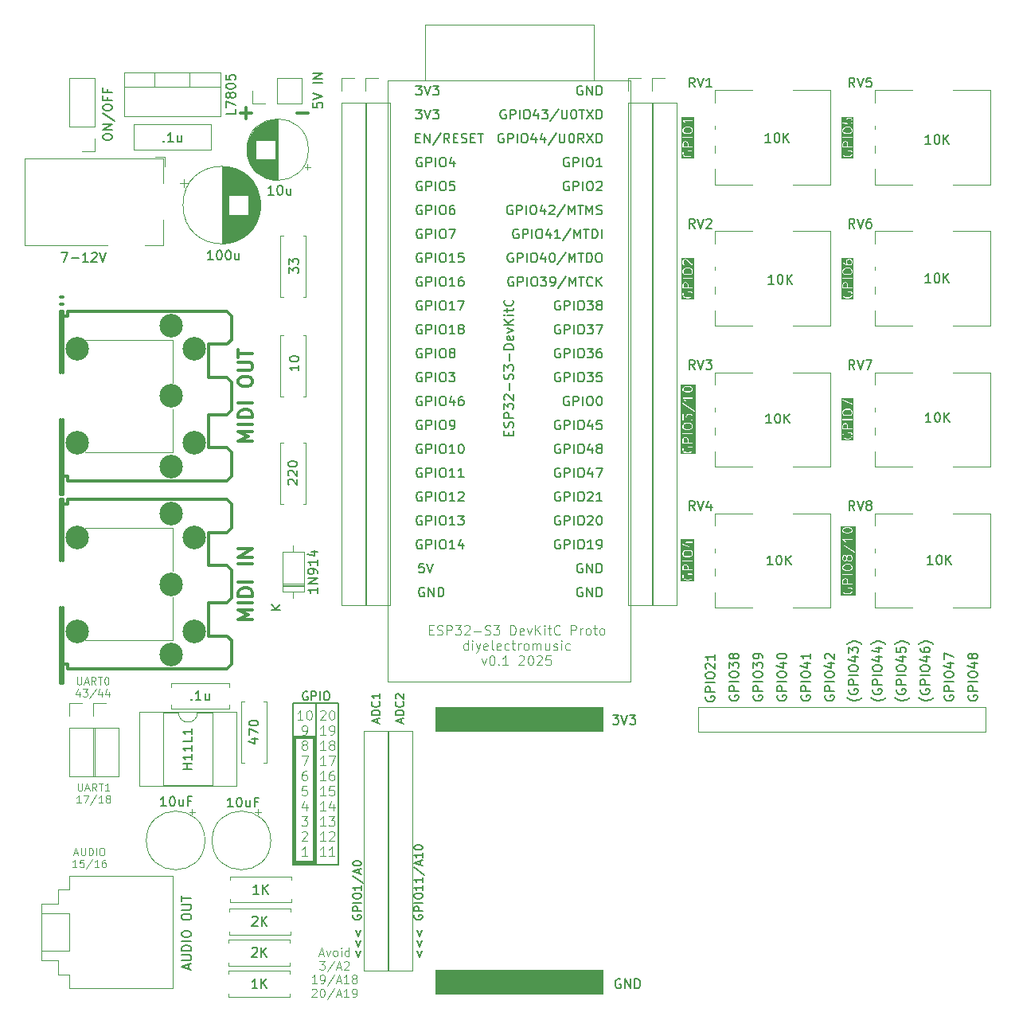
<source format=gbr>
%TF.GenerationSoftware,KiCad,Pcbnew,8.0.7*%
%TF.CreationDate,2025-05-14T18:58:00+01:00*%
%TF.ProjectId,ESP32-S3-Experimenter,45535033-322d-4533-932d-457870657269,rev?*%
%TF.SameCoordinates,Original*%
%TF.FileFunction,Legend,Top*%
%TF.FilePolarity,Positive*%
%FSLAX46Y46*%
G04 Gerber Fmt 4.6, Leading zero omitted, Abs format (unit mm)*
G04 Created by KiCad (PCBNEW 8.0.7) date 2025-05-14 18:58:00*
%MOMM*%
%LPD*%
G01*
G04 APERTURE LIST*
%ADD10C,0.300000*%
%ADD11C,0.375000*%
%ADD12C,0.100000*%
%ADD13C,0.112500*%
%ADD14C,0.150000*%
%ADD15C,0.304800*%
%ADD16C,0.120000*%
%ADD17C,0.000000*%
%ADD18C,2.499360*%
G04 APERTURE END LIST*
D10*
X75140000Y-121330000D02*
X77290000Y-121330000D01*
X77290000Y-134610000D01*
X75140000Y-134610000D01*
X75140000Y-121330000D01*
D11*
X75428571Y-54903000D02*
X76571429Y-54903000D01*
D12*
X52022857Y-114870918D02*
X52022857Y-115518537D01*
X52022857Y-115518537D02*
X52060952Y-115594727D01*
X52060952Y-115594727D02*
X52099047Y-115632823D01*
X52099047Y-115632823D02*
X52175238Y-115670918D01*
X52175238Y-115670918D02*
X52327619Y-115670918D01*
X52327619Y-115670918D02*
X52403809Y-115632823D01*
X52403809Y-115632823D02*
X52441904Y-115594727D01*
X52441904Y-115594727D02*
X52480000Y-115518537D01*
X52480000Y-115518537D02*
X52480000Y-114870918D01*
X52822856Y-115442346D02*
X53203809Y-115442346D01*
X52746666Y-115670918D02*
X53013333Y-114870918D01*
X53013333Y-114870918D02*
X53279999Y-115670918D01*
X54003809Y-115670918D02*
X53737142Y-115289965D01*
X53546666Y-115670918D02*
X53546666Y-114870918D01*
X53546666Y-114870918D02*
X53851428Y-114870918D01*
X53851428Y-114870918D02*
X53927618Y-114909013D01*
X53927618Y-114909013D02*
X53965713Y-114947108D01*
X53965713Y-114947108D02*
X54003809Y-115023299D01*
X54003809Y-115023299D02*
X54003809Y-115137584D01*
X54003809Y-115137584D02*
X53965713Y-115213775D01*
X53965713Y-115213775D02*
X53927618Y-115251870D01*
X53927618Y-115251870D02*
X53851428Y-115289965D01*
X53851428Y-115289965D02*
X53546666Y-115289965D01*
X54232380Y-114870918D02*
X54689523Y-114870918D01*
X54460951Y-115670918D02*
X54460951Y-114870918D01*
X55108571Y-114870918D02*
X55184761Y-114870918D01*
X55184761Y-114870918D02*
X55260952Y-114909013D01*
X55260952Y-114909013D02*
X55299047Y-114947108D01*
X55299047Y-114947108D02*
X55337142Y-115023299D01*
X55337142Y-115023299D02*
X55375237Y-115175680D01*
X55375237Y-115175680D02*
X55375237Y-115366156D01*
X55375237Y-115366156D02*
X55337142Y-115518537D01*
X55337142Y-115518537D02*
X55299047Y-115594727D01*
X55299047Y-115594727D02*
X55260952Y-115632823D01*
X55260952Y-115632823D02*
X55184761Y-115670918D01*
X55184761Y-115670918D02*
X55108571Y-115670918D01*
X55108571Y-115670918D02*
X55032380Y-115632823D01*
X55032380Y-115632823D02*
X54994285Y-115594727D01*
X54994285Y-115594727D02*
X54956190Y-115518537D01*
X54956190Y-115518537D02*
X54918094Y-115366156D01*
X54918094Y-115366156D02*
X54918094Y-115175680D01*
X54918094Y-115175680D02*
X54956190Y-115023299D01*
X54956190Y-115023299D02*
X54994285Y-114947108D01*
X54994285Y-114947108D02*
X55032380Y-114909013D01*
X55032380Y-114909013D02*
X55108571Y-114870918D01*
X52270476Y-116425539D02*
X52270476Y-116958873D01*
X52080000Y-116120778D02*
X51889523Y-116692206D01*
X51889523Y-116692206D02*
X52384762Y-116692206D01*
X52613333Y-116158873D02*
X53108571Y-116158873D01*
X53108571Y-116158873D02*
X52841905Y-116463635D01*
X52841905Y-116463635D02*
X52956190Y-116463635D01*
X52956190Y-116463635D02*
X53032381Y-116501730D01*
X53032381Y-116501730D02*
X53070476Y-116539825D01*
X53070476Y-116539825D02*
X53108571Y-116616016D01*
X53108571Y-116616016D02*
X53108571Y-116806492D01*
X53108571Y-116806492D02*
X53070476Y-116882682D01*
X53070476Y-116882682D02*
X53032381Y-116920778D01*
X53032381Y-116920778D02*
X52956190Y-116958873D01*
X52956190Y-116958873D02*
X52727619Y-116958873D01*
X52727619Y-116958873D02*
X52651428Y-116920778D01*
X52651428Y-116920778D02*
X52613333Y-116882682D01*
X54022857Y-116120778D02*
X53337143Y-117149349D01*
X54632381Y-116425539D02*
X54632381Y-116958873D01*
X54441905Y-116120778D02*
X54251428Y-116692206D01*
X54251428Y-116692206D02*
X54746667Y-116692206D01*
X55394286Y-116425539D02*
X55394286Y-116958873D01*
X55203810Y-116120778D02*
X55013333Y-116692206D01*
X55013333Y-116692206D02*
X55508572Y-116692206D01*
G36*
X133856372Y-58017282D02*
G01*
X133892516Y-58053427D01*
X133931228Y-58130850D01*
X133931228Y-58449999D01*
X133507419Y-58449999D01*
X133507419Y-58130850D01*
X133546130Y-58053426D01*
X133582275Y-58017282D01*
X133659699Y-57978571D01*
X133778949Y-57978571D01*
X133856372Y-58017282D01*
G37*
G36*
X134288998Y-56497529D02*
G01*
X134368707Y-56577238D01*
X134407419Y-56654660D01*
X134407419Y-56821529D01*
X134368707Y-56898951D01*
X134288998Y-56978660D01*
X134117930Y-57021428D01*
X133796907Y-57021428D01*
X133625837Y-56978660D01*
X133546131Y-56898954D01*
X133507419Y-56821530D01*
X133507419Y-56654660D01*
X133546131Y-56577236D01*
X133625837Y-56497529D01*
X133796907Y-56454762D01*
X134117930Y-56454762D01*
X134288998Y-56497529D01*
G37*
G36*
X134618530Y-59708729D02*
G01*
X133296308Y-59708729D01*
X133296308Y-59071428D01*
X133407419Y-59071428D01*
X133407419Y-59214285D01*
X133408982Y-59222147D01*
X133409985Y-59230096D01*
X133457604Y-59372953D01*
X133458844Y-59375128D01*
X133458844Y-59376276D01*
X133463297Y-59382940D01*
X133467265Y-59389901D01*
X133468291Y-59390414D01*
X133469683Y-59392497D01*
X133564921Y-59487735D01*
X133571580Y-59492185D01*
X133577915Y-59497101D01*
X133673153Y-59544720D01*
X133678434Y-59546166D01*
X133683387Y-59548506D01*
X133873863Y-59596125D01*
X133879980Y-59596422D01*
X133885990Y-59597618D01*
X134028847Y-59597618D01*
X134034856Y-59596422D01*
X134040974Y-59596125D01*
X134231450Y-59548506D01*
X134236402Y-59546166D01*
X134241684Y-59544720D01*
X134336921Y-59497102D01*
X134343249Y-59492190D01*
X134349916Y-59487736D01*
X134445155Y-59392497D01*
X134446545Y-59390415D01*
X134447573Y-59389902D01*
X134451543Y-59382936D01*
X134455994Y-59376276D01*
X134455994Y-59375128D01*
X134457234Y-59372953D01*
X134504853Y-59230097D01*
X134505855Y-59222146D01*
X134507419Y-59214285D01*
X134507419Y-59119047D01*
X134505855Y-59111185D01*
X134504853Y-59103235D01*
X134457234Y-58960379D01*
X134455994Y-58958203D01*
X134455994Y-58957055D01*
X134451539Y-58950388D01*
X134447573Y-58943430D01*
X134446546Y-58942916D01*
X134445155Y-58940834D01*
X134397535Y-58893215D01*
X134381314Y-58882377D01*
X134362180Y-58878571D01*
X134028847Y-58878571D01*
X134009713Y-58882377D01*
X133982653Y-58909437D01*
X133978847Y-58928571D01*
X133978847Y-59119047D01*
X133982653Y-59138181D01*
X134009713Y-59165241D01*
X134047981Y-59165241D01*
X134075041Y-59138181D01*
X134078847Y-59119047D01*
X134078847Y-58978571D01*
X134341469Y-58978571D01*
X134366099Y-59003200D01*
X134407419Y-59127160D01*
X134407419Y-59206172D01*
X134366099Y-59330131D01*
X134284942Y-59411287D01*
X134201872Y-59452823D01*
X134022692Y-59497618D01*
X133892145Y-59497618D01*
X133712966Y-59452823D01*
X133629892Y-59411286D01*
X133548739Y-59330133D01*
X133507419Y-59206171D01*
X133507419Y-59083231D01*
X133549759Y-58998551D01*
X133554912Y-58979735D01*
X133542810Y-58943430D01*
X133508582Y-58926316D01*
X133472278Y-58938418D01*
X133460316Y-58953830D01*
X133412698Y-59049067D01*
X133412036Y-59051482D01*
X133411225Y-59052294D01*
X133409661Y-59060155D01*
X133407545Y-59067883D01*
X133407907Y-59068971D01*
X133407419Y-59071428D01*
X133296308Y-59071428D01*
X133296308Y-58119047D01*
X133407419Y-58119047D01*
X133407419Y-58499999D01*
X133411225Y-58519133D01*
X133438285Y-58546193D01*
X133457419Y-58549999D01*
X134457419Y-58549999D01*
X134476553Y-58546193D01*
X134503613Y-58519133D01*
X134503613Y-58480865D01*
X134476553Y-58453805D01*
X134457419Y-58449999D01*
X134031228Y-58449999D01*
X134031228Y-58119047D01*
X134030739Y-58116590D01*
X134031102Y-58115502D01*
X134028985Y-58107774D01*
X134027422Y-58099913D01*
X134026610Y-58099101D01*
X134025949Y-58096686D01*
X133978330Y-58001448D01*
X133973418Y-57995119D01*
X133968964Y-57988453D01*
X133921345Y-57940835D01*
X133914683Y-57936383D01*
X133908350Y-57931468D01*
X133813113Y-57883850D01*
X133810697Y-57883188D01*
X133809886Y-57882377D01*
X133802024Y-57880813D01*
X133794297Y-57878697D01*
X133793208Y-57879059D01*
X133790752Y-57878571D01*
X133647895Y-57878571D01*
X133645438Y-57879059D01*
X133644350Y-57878697D01*
X133636622Y-57880813D01*
X133628761Y-57882377D01*
X133627949Y-57883188D01*
X133625534Y-57883850D01*
X133530296Y-57931469D01*
X133523967Y-57936380D01*
X133517301Y-57940835D01*
X133469683Y-57988454D01*
X133465231Y-57995115D01*
X133460316Y-58001449D01*
X133412698Y-58096686D01*
X133412036Y-58099101D01*
X133411225Y-58099913D01*
X133409661Y-58107774D01*
X133407545Y-58115502D01*
X133407907Y-58116590D01*
X133407419Y-58119047D01*
X133296308Y-58119047D01*
X133296308Y-57480865D01*
X133411225Y-57480865D01*
X133411225Y-57519133D01*
X133438285Y-57546193D01*
X133457419Y-57549999D01*
X134457419Y-57549999D01*
X134476553Y-57546193D01*
X134503613Y-57519133D01*
X134503613Y-57480865D01*
X134476553Y-57453805D01*
X134457419Y-57449999D01*
X133457419Y-57449999D01*
X133438285Y-57453805D01*
X133411225Y-57480865D01*
X133296308Y-57480865D01*
X133296308Y-56642857D01*
X133407419Y-56642857D01*
X133407419Y-56833333D01*
X133407907Y-56835789D01*
X133407545Y-56836878D01*
X133409661Y-56844605D01*
X133411225Y-56852467D01*
X133412036Y-56853278D01*
X133412698Y-56855694D01*
X133460316Y-56950931D01*
X133465231Y-56957264D01*
X133469683Y-56963926D01*
X133564921Y-57059164D01*
X133569423Y-57062172D01*
X133570510Y-57063983D01*
X133576048Y-57066599D01*
X133581142Y-57070003D01*
X133583253Y-57070003D01*
X133588149Y-57072316D01*
X133778625Y-57119935D01*
X133784742Y-57120232D01*
X133790752Y-57121428D01*
X134124085Y-57121428D01*
X134130094Y-57120232D01*
X134136212Y-57119935D01*
X134326688Y-57072316D01*
X134331584Y-57070003D01*
X134333695Y-57070003D01*
X134338790Y-57066598D01*
X134344327Y-57063983D01*
X134345412Y-57062174D01*
X134349916Y-57059165D01*
X134445155Y-56963926D01*
X134449605Y-56957266D01*
X134454521Y-56950932D01*
X134502140Y-56855694D01*
X134502801Y-56853278D01*
X134503613Y-56852467D01*
X134505176Y-56844605D01*
X134507293Y-56836878D01*
X134506930Y-56835789D01*
X134507419Y-56833333D01*
X134507419Y-56642857D01*
X134506930Y-56640400D01*
X134507293Y-56639312D01*
X134505176Y-56631584D01*
X134503613Y-56623723D01*
X134502801Y-56622911D01*
X134502140Y-56620496D01*
X134454521Y-56525258D01*
X134449605Y-56518923D01*
X134445155Y-56512264D01*
X134349916Y-56417025D01*
X134345412Y-56414015D01*
X134344327Y-56412207D01*
X134338790Y-56409591D01*
X134333695Y-56406187D01*
X134331584Y-56406187D01*
X134326688Y-56403874D01*
X134136212Y-56356255D01*
X134130094Y-56355957D01*
X134124085Y-56354762D01*
X133790752Y-56354762D01*
X133784742Y-56355957D01*
X133778625Y-56356255D01*
X133588149Y-56403874D01*
X133583253Y-56406187D01*
X133581142Y-56406187D01*
X133576048Y-56409590D01*
X133570510Y-56412207D01*
X133569423Y-56414017D01*
X133564921Y-56417026D01*
X133469683Y-56512264D01*
X133465231Y-56518925D01*
X133460316Y-56525259D01*
X133412698Y-56620496D01*
X133412036Y-56622911D01*
X133411225Y-56623723D01*
X133409661Y-56631584D01*
X133407545Y-56639312D01*
X133407907Y-56640400D01*
X133407419Y-56642857D01*
X133296308Y-56642857D01*
X133296308Y-55500000D01*
X133407419Y-55500000D01*
X133407419Y-55976190D01*
X133409798Y-55988151D01*
X133409550Y-55990633D01*
X133410530Y-55991831D01*
X133411225Y-55995324D01*
X133423122Y-56007221D01*
X133433783Y-56020251D01*
X133437191Y-56021290D01*
X133438285Y-56022384D01*
X133440777Y-56022384D01*
X133452444Y-56025942D01*
X133928634Y-56073561D01*
X133948052Y-56071678D01*
X133950099Y-56070003D01*
X133952743Y-56070003D01*
X133964640Y-56058105D01*
X133977670Y-56047445D01*
X133977933Y-56044812D01*
X133979803Y-56042943D01*
X133979803Y-56026115D01*
X133981478Y-56009366D01*
X133979803Y-56007318D01*
X133979803Y-56004674D01*
X133968964Y-55988453D01*
X133927082Y-55946572D01*
X133888371Y-55869149D01*
X133888371Y-55654660D01*
X133927082Y-55577236D01*
X133963227Y-55541092D01*
X134040651Y-55502381D01*
X134255139Y-55502381D01*
X134332561Y-55541092D01*
X134368708Y-55577238D01*
X134407419Y-55654660D01*
X134407419Y-55869148D01*
X134368708Y-55946570D01*
X134326825Y-55988453D01*
X134315986Y-56004674D01*
X134315986Y-56042943D01*
X134343045Y-56070003D01*
X134381314Y-56070003D01*
X134397535Y-56059165D01*
X134445155Y-56011546D01*
X134449609Y-56004879D01*
X134454521Y-55998551D01*
X134502140Y-55903313D01*
X134502801Y-55900897D01*
X134503613Y-55900086D01*
X134505176Y-55892224D01*
X134507293Y-55884497D01*
X134506930Y-55883408D01*
X134507419Y-55880952D01*
X134507419Y-55642857D01*
X134506930Y-55640400D01*
X134507293Y-55639312D01*
X134505176Y-55631584D01*
X134503613Y-55623723D01*
X134502801Y-55622911D01*
X134502140Y-55620496D01*
X134454521Y-55525258D01*
X134449609Y-55518929D01*
X134445155Y-55512263D01*
X134397535Y-55464644D01*
X134390868Y-55460189D01*
X134384540Y-55455278D01*
X134289303Y-55407660D01*
X134286887Y-55406998D01*
X134286076Y-55406187D01*
X134278214Y-55404623D01*
X134270487Y-55402507D01*
X134269398Y-55402869D01*
X134266942Y-55402381D01*
X134028847Y-55402381D01*
X134026390Y-55402869D01*
X134025302Y-55402507D01*
X134017574Y-55404623D01*
X134009713Y-55406187D01*
X134008901Y-55406998D01*
X134006486Y-55407660D01*
X133911248Y-55455279D01*
X133904919Y-55460190D01*
X133898253Y-55464645D01*
X133850635Y-55512264D01*
X133846183Y-55518925D01*
X133841268Y-55525259D01*
X133793650Y-55620496D01*
X133792988Y-55622911D01*
X133792177Y-55623723D01*
X133790613Y-55631584D01*
X133788497Y-55639312D01*
X133788859Y-55640400D01*
X133788371Y-55642857D01*
X133788371Y-55880952D01*
X133788859Y-55883408D01*
X133788497Y-55884497D01*
X133790613Y-55892224D01*
X133792177Y-55900086D01*
X133792988Y-55900897D01*
X133793650Y-55903313D01*
X133823255Y-55962524D01*
X133507419Y-55930940D01*
X133507419Y-55500000D01*
X133503613Y-55480866D01*
X133476553Y-55453806D01*
X133438285Y-55453806D01*
X133411225Y-55480866D01*
X133407419Y-55500000D01*
X133296308Y-55500000D01*
X133296308Y-55291270D01*
X134618530Y-55291270D01*
X134618530Y-59708729D01*
G37*
D13*
X77794285Y-144299939D02*
X78222857Y-144299939D01*
X77708571Y-144557082D02*
X78008571Y-143657082D01*
X78008571Y-143657082D02*
X78308571Y-144557082D01*
X78522857Y-143957082D02*
X78737143Y-144557082D01*
X78737143Y-144557082D02*
X78951428Y-143957082D01*
X79422857Y-144557082D02*
X79337142Y-144514225D01*
X79337142Y-144514225D02*
X79294285Y-144471367D01*
X79294285Y-144471367D02*
X79251428Y-144385653D01*
X79251428Y-144385653D02*
X79251428Y-144128510D01*
X79251428Y-144128510D02*
X79294285Y-144042796D01*
X79294285Y-144042796D02*
X79337142Y-143999939D01*
X79337142Y-143999939D02*
X79422857Y-143957082D01*
X79422857Y-143957082D02*
X79551428Y-143957082D01*
X79551428Y-143957082D02*
X79637142Y-143999939D01*
X79637142Y-143999939D02*
X79680000Y-144042796D01*
X79680000Y-144042796D02*
X79722857Y-144128510D01*
X79722857Y-144128510D02*
X79722857Y-144385653D01*
X79722857Y-144385653D02*
X79680000Y-144471367D01*
X79680000Y-144471367D02*
X79637142Y-144514225D01*
X79637142Y-144514225D02*
X79551428Y-144557082D01*
X79551428Y-144557082D02*
X79422857Y-144557082D01*
X80108571Y-144557082D02*
X80108571Y-143957082D01*
X80108571Y-143657082D02*
X80065714Y-143699939D01*
X80065714Y-143699939D02*
X80108571Y-143742796D01*
X80108571Y-143742796D02*
X80151428Y-143699939D01*
X80151428Y-143699939D02*
X80108571Y-143657082D01*
X80108571Y-143657082D02*
X80108571Y-143742796D01*
X80922857Y-144557082D02*
X80922857Y-143657082D01*
X80922857Y-144514225D02*
X80837142Y-144557082D01*
X80837142Y-144557082D02*
X80665714Y-144557082D01*
X80665714Y-144557082D02*
X80579999Y-144514225D01*
X80579999Y-144514225D02*
X80537142Y-144471367D01*
X80537142Y-144471367D02*
X80494285Y-144385653D01*
X80494285Y-144385653D02*
X80494285Y-144128510D01*
X80494285Y-144128510D02*
X80537142Y-144042796D01*
X80537142Y-144042796D02*
X80579999Y-143999939D01*
X80579999Y-143999939D02*
X80665714Y-143957082D01*
X80665714Y-143957082D02*
X80837142Y-143957082D01*
X80837142Y-143957082D02*
X80922857Y-143999939D01*
X77794285Y-145106032D02*
X78351428Y-145106032D01*
X78351428Y-145106032D02*
X78051428Y-145448889D01*
X78051428Y-145448889D02*
X78179999Y-145448889D01*
X78179999Y-145448889D02*
X78265714Y-145491746D01*
X78265714Y-145491746D02*
X78308571Y-145534603D01*
X78308571Y-145534603D02*
X78351428Y-145620317D01*
X78351428Y-145620317D02*
X78351428Y-145834603D01*
X78351428Y-145834603D02*
X78308571Y-145920317D01*
X78308571Y-145920317D02*
X78265714Y-145963175D01*
X78265714Y-145963175D02*
X78179999Y-146006032D01*
X78179999Y-146006032D02*
X77922856Y-146006032D01*
X77922856Y-146006032D02*
X77837142Y-145963175D01*
X77837142Y-145963175D02*
X77794285Y-145920317D01*
X79379999Y-145063175D02*
X78608571Y-146220317D01*
X79637142Y-145748889D02*
X80065714Y-145748889D01*
X79551428Y-146006032D02*
X79851428Y-145106032D01*
X79851428Y-145106032D02*
X80151428Y-146006032D01*
X80408571Y-145191746D02*
X80451428Y-145148889D01*
X80451428Y-145148889D02*
X80537143Y-145106032D01*
X80537143Y-145106032D02*
X80751428Y-145106032D01*
X80751428Y-145106032D02*
X80837143Y-145148889D01*
X80837143Y-145148889D02*
X80880000Y-145191746D01*
X80880000Y-145191746D02*
X80922857Y-145277460D01*
X80922857Y-145277460D02*
X80922857Y-145363175D01*
X80922857Y-145363175D02*
X80880000Y-145491746D01*
X80880000Y-145491746D02*
X80365714Y-146006032D01*
X80365714Y-146006032D02*
X80922857Y-146006032D01*
X77494285Y-147454982D02*
X76979999Y-147454982D01*
X77237142Y-147454982D02*
X77237142Y-146554982D01*
X77237142Y-146554982D02*
X77151428Y-146683553D01*
X77151428Y-146683553D02*
X77065713Y-146769267D01*
X77065713Y-146769267D02*
X76979999Y-146812125D01*
X77922856Y-147454982D02*
X78094285Y-147454982D01*
X78094285Y-147454982D02*
X78179999Y-147412125D01*
X78179999Y-147412125D02*
X78222856Y-147369267D01*
X78222856Y-147369267D02*
X78308571Y-147240696D01*
X78308571Y-147240696D02*
X78351428Y-147069267D01*
X78351428Y-147069267D02*
X78351428Y-146726410D01*
X78351428Y-146726410D02*
X78308571Y-146640696D01*
X78308571Y-146640696D02*
X78265714Y-146597839D01*
X78265714Y-146597839D02*
X78179999Y-146554982D01*
X78179999Y-146554982D02*
X78008571Y-146554982D01*
X78008571Y-146554982D02*
X77922856Y-146597839D01*
X77922856Y-146597839D02*
X77879999Y-146640696D01*
X77879999Y-146640696D02*
X77837142Y-146726410D01*
X77837142Y-146726410D02*
X77837142Y-146940696D01*
X77837142Y-146940696D02*
X77879999Y-147026410D01*
X77879999Y-147026410D02*
X77922856Y-147069267D01*
X77922856Y-147069267D02*
X78008571Y-147112125D01*
X78008571Y-147112125D02*
X78179999Y-147112125D01*
X78179999Y-147112125D02*
X78265714Y-147069267D01*
X78265714Y-147069267D02*
X78308571Y-147026410D01*
X78308571Y-147026410D02*
X78351428Y-146940696D01*
X79379999Y-146512125D02*
X78608571Y-147669267D01*
X79637142Y-147197839D02*
X80065714Y-147197839D01*
X79551428Y-147454982D02*
X79851428Y-146554982D01*
X79851428Y-146554982D02*
X80151428Y-147454982D01*
X80922857Y-147454982D02*
X80408571Y-147454982D01*
X80665714Y-147454982D02*
X80665714Y-146554982D01*
X80665714Y-146554982D02*
X80580000Y-146683553D01*
X80580000Y-146683553D02*
X80494285Y-146769267D01*
X80494285Y-146769267D02*
X80408571Y-146812125D01*
X81437143Y-146940696D02*
X81351428Y-146897839D01*
X81351428Y-146897839D02*
X81308571Y-146854982D01*
X81308571Y-146854982D02*
X81265714Y-146769267D01*
X81265714Y-146769267D02*
X81265714Y-146726410D01*
X81265714Y-146726410D02*
X81308571Y-146640696D01*
X81308571Y-146640696D02*
X81351428Y-146597839D01*
X81351428Y-146597839D02*
X81437143Y-146554982D01*
X81437143Y-146554982D02*
X81608571Y-146554982D01*
X81608571Y-146554982D02*
X81694286Y-146597839D01*
X81694286Y-146597839D02*
X81737143Y-146640696D01*
X81737143Y-146640696D02*
X81780000Y-146726410D01*
X81780000Y-146726410D02*
X81780000Y-146769267D01*
X81780000Y-146769267D02*
X81737143Y-146854982D01*
X81737143Y-146854982D02*
X81694286Y-146897839D01*
X81694286Y-146897839D02*
X81608571Y-146940696D01*
X81608571Y-146940696D02*
X81437143Y-146940696D01*
X81437143Y-146940696D02*
X81351428Y-146983553D01*
X81351428Y-146983553D02*
X81308571Y-147026410D01*
X81308571Y-147026410D02*
X81265714Y-147112125D01*
X81265714Y-147112125D02*
X81265714Y-147283553D01*
X81265714Y-147283553D02*
X81308571Y-147369267D01*
X81308571Y-147369267D02*
X81351428Y-147412125D01*
X81351428Y-147412125D02*
X81437143Y-147454982D01*
X81437143Y-147454982D02*
X81608571Y-147454982D01*
X81608571Y-147454982D02*
X81694286Y-147412125D01*
X81694286Y-147412125D02*
X81737143Y-147369267D01*
X81737143Y-147369267D02*
X81780000Y-147283553D01*
X81780000Y-147283553D02*
X81780000Y-147112125D01*
X81780000Y-147112125D02*
X81737143Y-147026410D01*
X81737143Y-147026410D02*
X81694286Y-146983553D01*
X81694286Y-146983553D02*
X81608571Y-146940696D01*
X76979999Y-148089646D02*
X77022856Y-148046789D01*
X77022856Y-148046789D02*
X77108571Y-148003932D01*
X77108571Y-148003932D02*
X77322856Y-148003932D01*
X77322856Y-148003932D02*
X77408571Y-148046789D01*
X77408571Y-148046789D02*
X77451428Y-148089646D01*
X77451428Y-148089646D02*
X77494285Y-148175360D01*
X77494285Y-148175360D02*
X77494285Y-148261075D01*
X77494285Y-148261075D02*
X77451428Y-148389646D01*
X77451428Y-148389646D02*
X76937142Y-148903932D01*
X76937142Y-148903932D02*
X77494285Y-148903932D01*
X78051428Y-148003932D02*
X78137142Y-148003932D01*
X78137142Y-148003932D02*
X78222856Y-148046789D01*
X78222856Y-148046789D02*
X78265714Y-148089646D01*
X78265714Y-148089646D02*
X78308571Y-148175360D01*
X78308571Y-148175360D02*
X78351428Y-148346789D01*
X78351428Y-148346789D02*
X78351428Y-148561075D01*
X78351428Y-148561075D02*
X78308571Y-148732503D01*
X78308571Y-148732503D02*
X78265714Y-148818217D01*
X78265714Y-148818217D02*
X78222856Y-148861075D01*
X78222856Y-148861075D02*
X78137142Y-148903932D01*
X78137142Y-148903932D02*
X78051428Y-148903932D01*
X78051428Y-148903932D02*
X77965714Y-148861075D01*
X77965714Y-148861075D02*
X77922856Y-148818217D01*
X77922856Y-148818217D02*
X77879999Y-148732503D01*
X77879999Y-148732503D02*
X77837142Y-148561075D01*
X77837142Y-148561075D02*
X77837142Y-148346789D01*
X77837142Y-148346789D02*
X77879999Y-148175360D01*
X77879999Y-148175360D02*
X77922856Y-148089646D01*
X77922856Y-148089646D02*
X77965714Y-148046789D01*
X77965714Y-148046789D02*
X78051428Y-148003932D01*
X79379999Y-147961075D02*
X78608571Y-149118217D01*
X79637142Y-148646789D02*
X80065714Y-148646789D01*
X79551428Y-148903932D02*
X79851428Y-148003932D01*
X79851428Y-148003932D02*
X80151428Y-148903932D01*
X80922857Y-148903932D02*
X80408571Y-148903932D01*
X80665714Y-148903932D02*
X80665714Y-148003932D01*
X80665714Y-148003932D02*
X80580000Y-148132503D01*
X80580000Y-148132503D02*
X80494285Y-148218217D01*
X80494285Y-148218217D02*
X80408571Y-148261075D01*
X81351428Y-148903932D02*
X81522857Y-148903932D01*
X81522857Y-148903932D02*
X81608571Y-148861075D01*
X81608571Y-148861075D02*
X81651428Y-148818217D01*
X81651428Y-148818217D02*
X81737143Y-148689646D01*
X81737143Y-148689646D02*
X81780000Y-148518217D01*
X81780000Y-148518217D02*
X81780000Y-148175360D01*
X81780000Y-148175360D02*
X81737143Y-148089646D01*
X81737143Y-148089646D02*
X81694286Y-148046789D01*
X81694286Y-148046789D02*
X81608571Y-148003932D01*
X81608571Y-148003932D02*
X81437143Y-148003932D01*
X81437143Y-148003932D02*
X81351428Y-148046789D01*
X81351428Y-148046789D02*
X81308571Y-148089646D01*
X81308571Y-148089646D02*
X81265714Y-148175360D01*
X81265714Y-148175360D02*
X81265714Y-148389646D01*
X81265714Y-148389646D02*
X81308571Y-148475360D01*
X81308571Y-148475360D02*
X81351428Y-148518217D01*
X81351428Y-148518217D02*
X81437143Y-148561075D01*
X81437143Y-148561075D02*
X81608571Y-148561075D01*
X81608571Y-148561075D02*
X81694286Y-148518217D01*
X81694286Y-148518217D02*
X81737143Y-148475360D01*
X81737143Y-148475360D02*
X81780000Y-148389646D01*
D12*
G36*
X116856372Y-58017282D02*
G01*
X116892516Y-58053427D01*
X116931228Y-58130850D01*
X116931228Y-58449999D01*
X116507419Y-58449999D01*
X116507419Y-58130850D01*
X116546130Y-58053426D01*
X116582275Y-58017282D01*
X116659699Y-57978571D01*
X116778949Y-57978571D01*
X116856372Y-58017282D01*
G37*
G36*
X117288998Y-56497529D02*
G01*
X117368707Y-56577238D01*
X117407419Y-56654660D01*
X117407419Y-56821529D01*
X117368707Y-56898951D01*
X117288998Y-56978660D01*
X117117930Y-57021428D01*
X116796907Y-57021428D01*
X116625837Y-56978660D01*
X116546131Y-56898954D01*
X116507419Y-56821530D01*
X116507419Y-56654660D01*
X116546131Y-56577236D01*
X116625837Y-56497529D01*
X116796907Y-56454762D01*
X117117930Y-56454762D01*
X117288998Y-56497529D01*
G37*
G36*
X117618530Y-59708729D02*
G01*
X116296308Y-59708729D01*
X116296308Y-59071428D01*
X116407419Y-59071428D01*
X116407419Y-59214285D01*
X116408982Y-59222147D01*
X116409985Y-59230096D01*
X116457604Y-59372953D01*
X116458844Y-59375128D01*
X116458844Y-59376276D01*
X116463297Y-59382940D01*
X116467265Y-59389901D01*
X116468291Y-59390414D01*
X116469683Y-59392497D01*
X116564921Y-59487735D01*
X116571580Y-59492185D01*
X116577915Y-59497101D01*
X116673153Y-59544720D01*
X116678434Y-59546166D01*
X116683387Y-59548506D01*
X116873863Y-59596125D01*
X116879980Y-59596422D01*
X116885990Y-59597618D01*
X117028847Y-59597618D01*
X117034856Y-59596422D01*
X117040974Y-59596125D01*
X117231450Y-59548506D01*
X117236402Y-59546166D01*
X117241684Y-59544720D01*
X117336921Y-59497102D01*
X117343249Y-59492190D01*
X117349916Y-59487736D01*
X117445155Y-59392497D01*
X117446545Y-59390415D01*
X117447573Y-59389902D01*
X117451543Y-59382936D01*
X117455994Y-59376276D01*
X117455994Y-59375128D01*
X117457234Y-59372953D01*
X117504853Y-59230097D01*
X117505855Y-59222146D01*
X117507419Y-59214285D01*
X117507419Y-59119047D01*
X117505855Y-59111185D01*
X117504853Y-59103235D01*
X117457234Y-58960379D01*
X117455994Y-58958203D01*
X117455994Y-58957055D01*
X117451539Y-58950388D01*
X117447573Y-58943430D01*
X117446546Y-58942916D01*
X117445155Y-58940834D01*
X117397535Y-58893215D01*
X117381314Y-58882377D01*
X117362180Y-58878571D01*
X117028847Y-58878571D01*
X117009713Y-58882377D01*
X116982653Y-58909437D01*
X116978847Y-58928571D01*
X116978847Y-59119047D01*
X116982653Y-59138181D01*
X117009713Y-59165241D01*
X117047981Y-59165241D01*
X117075041Y-59138181D01*
X117078847Y-59119047D01*
X117078847Y-58978571D01*
X117341469Y-58978571D01*
X117366099Y-59003200D01*
X117407419Y-59127160D01*
X117407419Y-59206172D01*
X117366099Y-59330131D01*
X117284942Y-59411287D01*
X117201872Y-59452823D01*
X117022692Y-59497618D01*
X116892145Y-59497618D01*
X116712966Y-59452823D01*
X116629892Y-59411286D01*
X116548739Y-59330133D01*
X116507419Y-59206171D01*
X116507419Y-59083231D01*
X116549759Y-58998551D01*
X116554912Y-58979735D01*
X116542810Y-58943430D01*
X116508582Y-58926316D01*
X116472278Y-58938418D01*
X116460316Y-58953830D01*
X116412698Y-59049067D01*
X116412036Y-59051482D01*
X116411225Y-59052294D01*
X116409661Y-59060155D01*
X116407545Y-59067883D01*
X116407907Y-59068971D01*
X116407419Y-59071428D01*
X116296308Y-59071428D01*
X116296308Y-58119047D01*
X116407419Y-58119047D01*
X116407419Y-58499999D01*
X116411225Y-58519133D01*
X116438285Y-58546193D01*
X116457419Y-58549999D01*
X117457419Y-58549999D01*
X117476553Y-58546193D01*
X117503613Y-58519133D01*
X117503613Y-58480865D01*
X117476553Y-58453805D01*
X117457419Y-58449999D01*
X117031228Y-58449999D01*
X117031228Y-58119047D01*
X117030739Y-58116590D01*
X117031102Y-58115502D01*
X117028985Y-58107774D01*
X117027422Y-58099913D01*
X117026610Y-58099101D01*
X117025949Y-58096686D01*
X116978330Y-58001448D01*
X116973418Y-57995119D01*
X116968964Y-57988453D01*
X116921345Y-57940835D01*
X116914683Y-57936383D01*
X116908350Y-57931468D01*
X116813113Y-57883850D01*
X116810697Y-57883188D01*
X116809886Y-57882377D01*
X116802024Y-57880813D01*
X116794297Y-57878697D01*
X116793208Y-57879059D01*
X116790752Y-57878571D01*
X116647895Y-57878571D01*
X116645438Y-57879059D01*
X116644350Y-57878697D01*
X116636622Y-57880813D01*
X116628761Y-57882377D01*
X116627949Y-57883188D01*
X116625534Y-57883850D01*
X116530296Y-57931469D01*
X116523967Y-57936380D01*
X116517301Y-57940835D01*
X116469683Y-57988454D01*
X116465231Y-57995115D01*
X116460316Y-58001449D01*
X116412698Y-58096686D01*
X116412036Y-58099101D01*
X116411225Y-58099913D01*
X116409661Y-58107774D01*
X116407545Y-58115502D01*
X116407907Y-58116590D01*
X116407419Y-58119047D01*
X116296308Y-58119047D01*
X116296308Y-57480865D01*
X116411225Y-57480865D01*
X116411225Y-57519133D01*
X116438285Y-57546193D01*
X116457419Y-57549999D01*
X117457419Y-57549999D01*
X117476553Y-57546193D01*
X117503613Y-57519133D01*
X117503613Y-57480865D01*
X117476553Y-57453805D01*
X117457419Y-57449999D01*
X116457419Y-57449999D01*
X116438285Y-57453805D01*
X116411225Y-57480865D01*
X116296308Y-57480865D01*
X116296308Y-56642857D01*
X116407419Y-56642857D01*
X116407419Y-56833333D01*
X116407907Y-56835789D01*
X116407545Y-56836878D01*
X116409661Y-56844605D01*
X116411225Y-56852467D01*
X116412036Y-56853278D01*
X116412698Y-56855694D01*
X116460316Y-56950931D01*
X116465231Y-56957264D01*
X116469683Y-56963926D01*
X116564921Y-57059164D01*
X116569423Y-57062172D01*
X116570510Y-57063983D01*
X116576048Y-57066599D01*
X116581142Y-57070003D01*
X116583253Y-57070003D01*
X116588149Y-57072316D01*
X116778625Y-57119935D01*
X116784742Y-57120232D01*
X116790752Y-57121428D01*
X117124085Y-57121428D01*
X117130094Y-57120232D01*
X117136212Y-57119935D01*
X117326688Y-57072316D01*
X117331584Y-57070003D01*
X117333695Y-57070003D01*
X117338790Y-57066598D01*
X117344327Y-57063983D01*
X117345412Y-57062174D01*
X117349916Y-57059165D01*
X117445155Y-56963926D01*
X117449605Y-56957266D01*
X117454521Y-56950932D01*
X117502140Y-56855694D01*
X117502801Y-56853278D01*
X117503613Y-56852467D01*
X117505176Y-56844605D01*
X117507293Y-56836878D01*
X117506930Y-56835789D01*
X117507419Y-56833333D01*
X117507419Y-56642857D01*
X117506930Y-56640400D01*
X117507293Y-56639312D01*
X117505176Y-56631584D01*
X117503613Y-56623723D01*
X117502801Y-56622911D01*
X117502140Y-56620496D01*
X117454521Y-56525258D01*
X117449605Y-56518923D01*
X117445155Y-56512264D01*
X117349916Y-56417025D01*
X117345412Y-56414015D01*
X117344327Y-56412207D01*
X117338790Y-56409591D01*
X117333695Y-56406187D01*
X117331584Y-56406187D01*
X117326688Y-56403874D01*
X117136212Y-56356255D01*
X117130094Y-56355957D01*
X117124085Y-56354762D01*
X116790752Y-56354762D01*
X116784742Y-56355957D01*
X116778625Y-56356255D01*
X116588149Y-56403874D01*
X116583253Y-56406187D01*
X116581142Y-56406187D01*
X116576048Y-56409590D01*
X116570510Y-56412207D01*
X116569423Y-56414017D01*
X116564921Y-56417026D01*
X116469683Y-56512264D01*
X116465231Y-56518925D01*
X116460316Y-56525259D01*
X116412698Y-56620496D01*
X116412036Y-56622911D01*
X116411225Y-56623723D01*
X116409661Y-56631584D01*
X116407545Y-56639312D01*
X116407907Y-56640400D01*
X116407419Y-56642857D01*
X116296308Y-56642857D01*
X116296308Y-55728392D01*
X116408370Y-55728392D01*
X116411225Y-55742667D01*
X116411225Y-55757229D01*
X116414865Y-55760869D01*
X116415875Y-55765917D01*
X116429684Y-55779698D01*
X116568425Y-55872192D01*
X116654420Y-55958187D01*
X116698411Y-56046169D01*
X116710373Y-56061581D01*
X116746677Y-56073683D01*
X116780905Y-56056569D01*
X116793007Y-56020264D01*
X116787854Y-56001448D01*
X116740235Y-55906210D01*
X116735319Y-55899875D01*
X116730869Y-55893216D01*
X116635631Y-55797978D01*
X116631515Y-55795227D01*
X116628011Y-55791731D01*
X116622557Y-55788095D01*
X117407419Y-55788095D01*
X117407419Y-56023809D01*
X117411225Y-56042943D01*
X117438285Y-56070003D01*
X117476553Y-56070003D01*
X117503613Y-56042943D01*
X117507419Y-56023809D01*
X117507419Y-55452381D01*
X117503613Y-55433247D01*
X117476553Y-55406187D01*
X117438285Y-55406187D01*
X117411225Y-55433247D01*
X117407419Y-55452381D01*
X117407419Y-55688095D01*
X116457419Y-55688095D01*
X116438285Y-55691901D01*
X116434644Y-55695541D01*
X116429597Y-55696551D01*
X116421521Y-55708664D01*
X116411225Y-55718961D01*
X116411225Y-55724109D01*
X116408370Y-55728392D01*
X116296308Y-55728392D01*
X116296308Y-55295076D01*
X117618530Y-55295076D01*
X117618530Y-59708729D01*
G37*
D14*
X143075771Y-117077506D02*
X143028152Y-117125125D01*
X143028152Y-117125125D02*
X142885295Y-117220363D01*
X142885295Y-117220363D02*
X142790057Y-117267982D01*
X142790057Y-117267982D02*
X142647200Y-117315601D01*
X142647200Y-117315601D02*
X142409104Y-117363220D01*
X142409104Y-117363220D02*
X142218628Y-117363220D01*
X142218628Y-117363220D02*
X141980533Y-117315601D01*
X141980533Y-117315601D02*
X141837676Y-117267982D01*
X141837676Y-117267982D02*
X141742438Y-117220363D01*
X141742438Y-117220363D02*
X141599580Y-117125125D01*
X141599580Y-117125125D02*
X141551961Y-117077506D01*
X141742438Y-116172744D02*
X141694819Y-116267982D01*
X141694819Y-116267982D02*
X141694819Y-116410839D01*
X141694819Y-116410839D02*
X141742438Y-116553696D01*
X141742438Y-116553696D02*
X141837676Y-116648934D01*
X141837676Y-116648934D02*
X141932914Y-116696553D01*
X141932914Y-116696553D02*
X142123390Y-116744172D01*
X142123390Y-116744172D02*
X142266247Y-116744172D01*
X142266247Y-116744172D02*
X142456723Y-116696553D01*
X142456723Y-116696553D02*
X142551961Y-116648934D01*
X142551961Y-116648934D02*
X142647200Y-116553696D01*
X142647200Y-116553696D02*
X142694819Y-116410839D01*
X142694819Y-116410839D02*
X142694819Y-116315601D01*
X142694819Y-116315601D02*
X142647200Y-116172744D01*
X142647200Y-116172744D02*
X142599580Y-116125125D01*
X142599580Y-116125125D02*
X142266247Y-116125125D01*
X142266247Y-116125125D02*
X142266247Y-116315601D01*
X142694819Y-115696553D02*
X141694819Y-115696553D01*
X141694819Y-115696553D02*
X141694819Y-115315601D01*
X141694819Y-115315601D02*
X141742438Y-115220363D01*
X141742438Y-115220363D02*
X141790057Y-115172744D01*
X141790057Y-115172744D02*
X141885295Y-115125125D01*
X141885295Y-115125125D02*
X142028152Y-115125125D01*
X142028152Y-115125125D02*
X142123390Y-115172744D01*
X142123390Y-115172744D02*
X142171009Y-115220363D01*
X142171009Y-115220363D02*
X142218628Y-115315601D01*
X142218628Y-115315601D02*
X142218628Y-115696553D01*
X142694819Y-114696553D02*
X141694819Y-114696553D01*
X141694819Y-114029887D02*
X141694819Y-113839411D01*
X141694819Y-113839411D02*
X141742438Y-113744173D01*
X141742438Y-113744173D02*
X141837676Y-113648935D01*
X141837676Y-113648935D02*
X142028152Y-113601316D01*
X142028152Y-113601316D02*
X142361485Y-113601316D01*
X142361485Y-113601316D02*
X142551961Y-113648935D01*
X142551961Y-113648935D02*
X142647200Y-113744173D01*
X142647200Y-113744173D02*
X142694819Y-113839411D01*
X142694819Y-113839411D02*
X142694819Y-114029887D01*
X142694819Y-114029887D02*
X142647200Y-114125125D01*
X142647200Y-114125125D02*
X142551961Y-114220363D01*
X142551961Y-114220363D02*
X142361485Y-114267982D01*
X142361485Y-114267982D02*
X142028152Y-114267982D01*
X142028152Y-114267982D02*
X141837676Y-114220363D01*
X141837676Y-114220363D02*
X141742438Y-114125125D01*
X141742438Y-114125125D02*
X141694819Y-114029887D01*
X142028152Y-112744173D02*
X142694819Y-112744173D01*
X141647200Y-112982268D02*
X142361485Y-113220363D01*
X142361485Y-113220363D02*
X142361485Y-112601316D01*
X141694819Y-111791792D02*
X141694819Y-111982268D01*
X141694819Y-111982268D02*
X141742438Y-112077506D01*
X141742438Y-112077506D02*
X141790057Y-112125125D01*
X141790057Y-112125125D02*
X141932914Y-112220363D01*
X141932914Y-112220363D02*
X142123390Y-112267982D01*
X142123390Y-112267982D02*
X142504342Y-112267982D01*
X142504342Y-112267982D02*
X142599580Y-112220363D01*
X142599580Y-112220363D02*
X142647200Y-112172744D01*
X142647200Y-112172744D02*
X142694819Y-112077506D01*
X142694819Y-112077506D02*
X142694819Y-111887030D01*
X142694819Y-111887030D02*
X142647200Y-111791792D01*
X142647200Y-111791792D02*
X142599580Y-111744173D01*
X142599580Y-111744173D02*
X142504342Y-111696554D01*
X142504342Y-111696554D02*
X142266247Y-111696554D01*
X142266247Y-111696554D02*
X142171009Y-111744173D01*
X142171009Y-111744173D02*
X142123390Y-111791792D01*
X142123390Y-111791792D02*
X142075771Y-111887030D01*
X142075771Y-111887030D02*
X142075771Y-112077506D01*
X142075771Y-112077506D02*
X142123390Y-112172744D01*
X142123390Y-112172744D02*
X142171009Y-112220363D01*
X142171009Y-112220363D02*
X142266247Y-112267982D01*
X143075771Y-111363220D02*
X143028152Y-111315601D01*
X143028152Y-111315601D02*
X142885295Y-111220363D01*
X142885295Y-111220363D02*
X142790057Y-111172744D01*
X142790057Y-111172744D02*
X142647200Y-111125125D01*
X142647200Y-111125125D02*
X142409104Y-111077506D01*
X142409104Y-111077506D02*
X142218628Y-111077506D01*
X142218628Y-111077506D02*
X141980533Y-111125125D01*
X141980533Y-111125125D02*
X141837676Y-111172744D01*
X141837676Y-111172744D02*
X141742438Y-111220363D01*
X141742438Y-111220363D02*
X141599580Y-111315601D01*
X141599580Y-111315601D02*
X141551961Y-111363220D01*
X146822438Y-116839411D02*
X146774819Y-116934649D01*
X146774819Y-116934649D02*
X146774819Y-117077506D01*
X146774819Y-117077506D02*
X146822438Y-117220363D01*
X146822438Y-117220363D02*
X146917676Y-117315601D01*
X146917676Y-117315601D02*
X147012914Y-117363220D01*
X147012914Y-117363220D02*
X147203390Y-117410839D01*
X147203390Y-117410839D02*
X147346247Y-117410839D01*
X147346247Y-117410839D02*
X147536723Y-117363220D01*
X147536723Y-117363220D02*
X147631961Y-117315601D01*
X147631961Y-117315601D02*
X147727200Y-117220363D01*
X147727200Y-117220363D02*
X147774819Y-117077506D01*
X147774819Y-117077506D02*
X147774819Y-116982268D01*
X147774819Y-116982268D02*
X147727200Y-116839411D01*
X147727200Y-116839411D02*
X147679580Y-116791792D01*
X147679580Y-116791792D02*
X147346247Y-116791792D01*
X147346247Y-116791792D02*
X147346247Y-116982268D01*
X147774819Y-116363220D02*
X146774819Y-116363220D01*
X146774819Y-116363220D02*
X146774819Y-115982268D01*
X146774819Y-115982268D02*
X146822438Y-115887030D01*
X146822438Y-115887030D02*
X146870057Y-115839411D01*
X146870057Y-115839411D02*
X146965295Y-115791792D01*
X146965295Y-115791792D02*
X147108152Y-115791792D01*
X147108152Y-115791792D02*
X147203390Y-115839411D01*
X147203390Y-115839411D02*
X147251009Y-115887030D01*
X147251009Y-115887030D02*
X147298628Y-115982268D01*
X147298628Y-115982268D02*
X147298628Y-116363220D01*
X147774819Y-115363220D02*
X146774819Y-115363220D01*
X146774819Y-114696554D02*
X146774819Y-114506078D01*
X146774819Y-114506078D02*
X146822438Y-114410840D01*
X146822438Y-114410840D02*
X146917676Y-114315602D01*
X146917676Y-114315602D02*
X147108152Y-114267983D01*
X147108152Y-114267983D02*
X147441485Y-114267983D01*
X147441485Y-114267983D02*
X147631961Y-114315602D01*
X147631961Y-114315602D02*
X147727200Y-114410840D01*
X147727200Y-114410840D02*
X147774819Y-114506078D01*
X147774819Y-114506078D02*
X147774819Y-114696554D01*
X147774819Y-114696554D02*
X147727200Y-114791792D01*
X147727200Y-114791792D02*
X147631961Y-114887030D01*
X147631961Y-114887030D02*
X147441485Y-114934649D01*
X147441485Y-114934649D02*
X147108152Y-114934649D01*
X147108152Y-114934649D02*
X146917676Y-114887030D01*
X146917676Y-114887030D02*
X146822438Y-114791792D01*
X146822438Y-114791792D02*
X146774819Y-114696554D01*
X147108152Y-113410840D02*
X147774819Y-113410840D01*
X146727200Y-113648935D02*
X147441485Y-113887030D01*
X147441485Y-113887030D02*
X147441485Y-113267983D01*
X147203390Y-112744173D02*
X147155771Y-112839411D01*
X147155771Y-112839411D02*
X147108152Y-112887030D01*
X147108152Y-112887030D02*
X147012914Y-112934649D01*
X147012914Y-112934649D02*
X146965295Y-112934649D01*
X146965295Y-112934649D02*
X146870057Y-112887030D01*
X146870057Y-112887030D02*
X146822438Y-112839411D01*
X146822438Y-112839411D02*
X146774819Y-112744173D01*
X146774819Y-112744173D02*
X146774819Y-112553697D01*
X146774819Y-112553697D02*
X146822438Y-112458459D01*
X146822438Y-112458459D02*
X146870057Y-112410840D01*
X146870057Y-112410840D02*
X146965295Y-112363221D01*
X146965295Y-112363221D02*
X147012914Y-112363221D01*
X147012914Y-112363221D02*
X147108152Y-112410840D01*
X147108152Y-112410840D02*
X147155771Y-112458459D01*
X147155771Y-112458459D02*
X147203390Y-112553697D01*
X147203390Y-112553697D02*
X147203390Y-112744173D01*
X147203390Y-112744173D02*
X147251009Y-112839411D01*
X147251009Y-112839411D02*
X147298628Y-112887030D01*
X147298628Y-112887030D02*
X147393866Y-112934649D01*
X147393866Y-112934649D02*
X147584342Y-112934649D01*
X147584342Y-112934649D02*
X147679580Y-112887030D01*
X147679580Y-112887030D02*
X147727200Y-112839411D01*
X147727200Y-112839411D02*
X147774819Y-112744173D01*
X147774819Y-112744173D02*
X147774819Y-112553697D01*
X147774819Y-112553697D02*
X147727200Y-112458459D01*
X147727200Y-112458459D02*
X147679580Y-112410840D01*
X147679580Y-112410840D02*
X147584342Y-112363221D01*
X147584342Y-112363221D02*
X147393866Y-112363221D01*
X147393866Y-112363221D02*
X147298628Y-112410840D01*
X147298628Y-112410840D02*
X147251009Y-112458459D01*
X147251009Y-112458459D02*
X147203390Y-112553697D01*
X76530000Y-116461414D02*
X76444286Y-116418557D01*
X76444286Y-116418557D02*
X76315714Y-116418557D01*
X76315714Y-116418557D02*
X76187143Y-116461414D01*
X76187143Y-116461414D02*
X76101428Y-116547128D01*
X76101428Y-116547128D02*
X76058571Y-116632842D01*
X76058571Y-116632842D02*
X76015714Y-116804271D01*
X76015714Y-116804271D02*
X76015714Y-116932842D01*
X76015714Y-116932842D02*
X76058571Y-117104271D01*
X76058571Y-117104271D02*
X76101428Y-117189985D01*
X76101428Y-117189985D02*
X76187143Y-117275700D01*
X76187143Y-117275700D02*
X76315714Y-117318557D01*
X76315714Y-117318557D02*
X76401428Y-117318557D01*
X76401428Y-117318557D02*
X76530000Y-117275700D01*
X76530000Y-117275700D02*
X76572857Y-117232842D01*
X76572857Y-117232842D02*
X76572857Y-116932842D01*
X76572857Y-116932842D02*
X76401428Y-116932842D01*
X76958571Y-117318557D02*
X76958571Y-116418557D01*
X76958571Y-116418557D02*
X77301428Y-116418557D01*
X77301428Y-116418557D02*
X77387143Y-116461414D01*
X77387143Y-116461414D02*
X77430000Y-116504271D01*
X77430000Y-116504271D02*
X77472857Y-116589985D01*
X77472857Y-116589985D02*
X77472857Y-116718557D01*
X77472857Y-116718557D02*
X77430000Y-116804271D01*
X77430000Y-116804271D02*
X77387143Y-116847128D01*
X77387143Y-116847128D02*
X77301428Y-116889985D01*
X77301428Y-116889985D02*
X76958571Y-116889985D01*
X77858571Y-117318557D02*
X77858571Y-116418557D01*
X78458571Y-116418557D02*
X78629999Y-116418557D01*
X78629999Y-116418557D02*
X78715714Y-116461414D01*
X78715714Y-116461414D02*
X78801428Y-116547128D01*
X78801428Y-116547128D02*
X78844285Y-116718557D01*
X78844285Y-116718557D02*
X78844285Y-117018557D01*
X78844285Y-117018557D02*
X78801428Y-117189985D01*
X78801428Y-117189985D02*
X78715714Y-117275700D01*
X78715714Y-117275700D02*
X78629999Y-117318557D01*
X78629999Y-117318557D02*
X78458571Y-117318557D01*
X78458571Y-117318557D02*
X78372857Y-117275700D01*
X78372857Y-117275700D02*
X78287142Y-117189985D01*
X78287142Y-117189985D02*
X78244285Y-117018557D01*
X78244285Y-117018557D02*
X78244285Y-116718557D01*
X78244285Y-116718557D02*
X78287142Y-116547128D01*
X78287142Y-116547128D02*
X78372857Y-116461414D01*
X78372857Y-116461414D02*
X78458571Y-116418557D01*
D12*
G36*
X133856372Y-73017282D02*
G01*
X133892516Y-73053427D01*
X133931228Y-73130850D01*
X133931228Y-73449999D01*
X133507419Y-73449999D01*
X133507419Y-73130850D01*
X133546130Y-73053426D01*
X133582275Y-73017282D01*
X133659699Y-72978571D01*
X133778949Y-72978571D01*
X133856372Y-73017282D01*
G37*
G36*
X134288998Y-71497529D02*
G01*
X134368707Y-71577238D01*
X134407419Y-71654660D01*
X134407419Y-71821529D01*
X134368707Y-71898951D01*
X134288998Y-71978660D01*
X134117930Y-72021428D01*
X133796907Y-72021428D01*
X133625837Y-71978660D01*
X133546131Y-71898954D01*
X133507419Y-71821530D01*
X133507419Y-71654660D01*
X133546131Y-71577236D01*
X133625837Y-71497529D01*
X133796907Y-71454762D01*
X134117930Y-71454762D01*
X134288998Y-71497529D01*
G37*
G36*
X134332561Y-70541092D02*
G01*
X134368708Y-70577238D01*
X134407419Y-70654660D01*
X134407419Y-70821529D01*
X134368708Y-70898951D01*
X134332561Y-70935097D01*
X134255139Y-70973809D01*
X134040651Y-70973809D01*
X133963227Y-70935097D01*
X133927082Y-70898953D01*
X133888371Y-70821530D01*
X133888371Y-70654660D01*
X133927082Y-70577236D01*
X133963227Y-70541092D01*
X134040651Y-70502381D01*
X134255139Y-70502381D01*
X134332561Y-70541092D01*
G37*
G36*
X134618530Y-74708729D02*
G01*
X133296308Y-74708729D01*
X133296308Y-74071428D01*
X133407419Y-74071428D01*
X133407419Y-74214285D01*
X133408982Y-74222147D01*
X133409985Y-74230096D01*
X133457604Y-74372953D01*
X133458844Y-74375128D01*
X133458844Y-74376276D01*
X133463297Y-74382940D01*
X133467265Y-74389901D01*
X133468291Y-74390414D01*
X133469683Y-74392497D01*
X133564921Y-74487735D01*
X133571580Y-74492185D01*
X133577915Y-74497101D01*
X133673153Y-74544720D01*
X133678434Y-74546166D01*
X133683387Y-74548506D01*
X133873863Y-74596125D01*
X133879980Y-74596422D01*
X133885990Y-74597618D01*
X134028847Y-74597618D01*
X134034856Y-74596422D01*
X134040974Y-74596125D01*
X134231450Y-74548506D01*
X134236402Y-74546166D01*
X134241684Y-74544720D01*
X134336921Y-74497102D01*
X134343249Y-74492190D01*
X134349916Y-74487736D01*
X134445155Y-74392497D01*
X134446545Y-74390415D01*
X134447573Y-74389902D01*
X134451543Y-74382936D01*
X134455994Y-74376276D01*
X134455994Y-74375128D01*
X134457234Y-74372953D01*
X134504853Y-74230097D01*
X134505855Y-74222146D01*
X134507419Y-74214285D01*
X134507419Y-74119047D01*
X134505855Y-74111185D01*
X134504853Y-74103235D01*
X134457234Y-73960379D01*
X134455994Y-73958203D01*
X134455994Y-73957055D01*
X134451539Y-73950388D01*
X134447573Y-73943430D01*
X134446546Y-73942916D01*
X134445155Y-73940834D01*
X134397535Y-73893215D01*
X134381314Y-73882377D01*
X134362180Y-73878571D01*
X134028847Y-73878571D01*
X134009713Y-73882377D01*
X133982653Y-73909437D01*
X133978847Y-73928571D01*
X133978847Y-74119047D01*
X133982653Y-74138181D01*
X134009713Y-74165241D01*
X134047981Y-74165241D01*
X134075041Y-74138181D01*
X134078847Y-74119047D01*
X134078847Y-73978571D01*
X134341469Y-73978571D01*
X134366099Y-74003200D01*
X134407419Y-74127160D01*
X134407419Y-74206172D01*
X134366099Y-74330131D01*
X134284942Y-74411287D01*
X134201872Y-74452823D01*
X134022692Y-74497618D01*
X133892145Y-74497618D01*
X133712966Y-74452823D01*
X133629892Y-74411286D01*
X133548739Y-74330133D01*
X133507419Y-74206171D01*
X133507419Y-74083231D01*
X133549759Y-73998551D01*
X133554912Y-73979735D01*
X133542810Y-73943430D01*
X133508582Y-73926316D01*
X133472278Y-73938418D01*
X133460316Y-73953830D01*
X133412698Y-74049067D01*
X133412036Y-74051482D01*
X133411225Y-74052294D01*
X133409661Y-74060155D01*
X133407545Y-74067883D01*
X133407907Y-74068971D01*
X133407419Y-74071428D01*
X133296308Y-74071428D01*
X133296308Y-73119047D01*
X133407419Y-73119047D01*
X133407419Y-73499999D01*
X133411225Y-73519133D01*
X133438285Y-73546193D01*
X133457419Y-73549999D01*
X134457419Y-73549999D01*
X134476553Y-73546193D01*
X134503613Y-73519133D01*
X134503613Y-73480865D01*
X134476553Y-73453805D01*
X134457419Y-73449999D01*
X134031228Y-73449999D01*
X134031228Y-73119047D01*
X134030739Y-73116590D01*
X134031102Y-73115502D01*
X134028985Y-73107774D01*
X134027422Y-73099913D01*
X134026610Y-73099101D01*
X134025949Y-73096686D01*
X133978330Y-73001448D01*
X133973418Y-72995119D01*
X133968964Y-72988453D01*
X133921345Y-72940835D01*
X133914683Y-72936383D01*
X133908350Y-72931468D01*
X133813113Y-72883850D01*
X133810697Y-72883188D01*
X133809886Y-72882377D01*
X133802024Y-72880813D01*
X133794297Y-72878697D01*
X133793208Y-72879059D01*
X133790752Y-72878571D01*
X133647895Y-72878571D01*
X133645438Y-72879059D01*
X133644350Y-72878697D01*
X133636622Y-72880813D01*
X133628761Y-72882377D01*
X133627949Y-72883188D01*
X133625534Y-72883850D01*
X133530296Y-72931469D01*
X133523967Y-72936380D01*
X133517301Y-72940835D01*
X133469683Y-72988454D01*
X133465231Y-72995115D01*
X133460316Y-73001449D01*
X133412698Y-73096686D01*
X133412036Y-73099101D01*
X133411225Y-73099913D01*
X133409661Y-73107774D01*
X133407545Y-73115502D01*
X133407907Y-73116590D01*
X133407419Y-73119047D01*
X133296308Y-73119047D01*
X133296308Y-72480865D01*
X133411225Y-72480865D01*
X133411225Y-72519133D01*
X133438285Y-72546193D01*
X133457419Y-72549999D01*
X134457419Y-72549999D01*
X134476553Y-72546193D01*
X134503613Y-72519133D01*
X134503613Y-72480865D01*
X134476553Y-72453805D01*
X134457419Y-72449999D01*
X133457419Y-72449999D01*
X133438285Y-72453805D01*
X133411225Y-72480865D01*
X133296308Y-72480865D01*
X133296308Y-71642857D01*
X133407419Y-71642857D01*
X133407419Y-71833333D01*
X133407907Y-71835789D01*
X133407545Y-71836878D01*
X133409661Y-71844605D01*
X133411225Y-71852467D01*
X133412036Y-71853278D01*
X133412698Y-71855694D01*
X133460316Y-71950931D01*
X133465231Y-71957264D01*
X133469683Y-71963926D01*
X133564921Y-72059164D01*
X133569423Y-72062172D01*
X133570510Y-72063983D01*
X133576048Y-72066599D01*
X133581142Y-72070003D01*
X133583253Y-72070003D01*
X133588149Y-72072316D01*
X133778625Y-72119935D01*
X133784742Y-72120232D01*
X133790752Y-72121428D01*
X134124085Y-72121428D01*
X134130094Y-72120232D01*
X134136212Y-72119935D01*
X134326688Y-72072316D01*
X134331584Y-72070003D01*
X134333695Y-72070003D01*
X134338790Y-72066598D01*
X134344327Y-72063983D01*
X134345412Y-72062174D01*
X134349916Y-72059165D01*
X134445155Y-71963926D01*
X134449605Y-71957266D01*
X134454521Y-71950932D01*
X134502140Y-71855694D01*
X134502801Y-71853278D01*
X134503613Y-71852467D01*
X134505176Y-71844605D01*
X134507293Y-71836878D01*
X134506930Y-71835789D01*
X134507419Y-71833333D01*
X134507419Y-71642857D01*
X134506930Y-71640400D01*
X134507293Y-71639312D01*
X134505176Y-71631584D01*
X134503613Y-71623723D01*
X134502801Y-71622911D01*
X134502140Y-71620496D01*
X134454521Y-71525258D01*
X134449605Y-71518923D01*
X134445155Y-71512264D01*
X134349916Y-71417025D01*
X134345412Y-71414015D01*
X134344327Y-71412207D01*
X134338790Y-71409591D01*
X134333695Y-71406187D01*
X134331584Y-71406187D01*
X134326688Y-71403874D01*
X134136212Y-71356255D01*
X134130094Y-71355957D01*
X134124085Y-71354762D01*
X133790752Y-71354762D01*
X133784742Y-71355957D01*
X133778625Y-71356255D01*
X133588149Y-71403874D01*
X133583253Y-71406187D01*
X133581142Y-71406187D01*
X133576048Y-71409590D01*
X133570510Y-71412207D01*
X133569423Y-71414017D01*
X133564921Y-71417026D01*
X133469683Y-71512264D01*
X133465231Y-71518925D01*
X133460316Y-71525259D01*
X133412698Y-71620496D01*
X133412036Y-71622911D01*
X133411225Y-71623723D01*
X133409661Y-71631584D01*
X133407545Y-71639312D01*
X133407907Y-71640400D01*
X133407419Y-71642857D01*
X133296308Y-71642857D01*
X133296308Y-70547619D01*
X133407419Y-70547619D01*
X133407419Y-70738095D01*
X133407907Y-70740551D01*
X133407545Y-70741640D01*
X133409661Y-70749367D01*
X133411225Y-70757229D01*
X133412036Y-70758040D01*
X133412698Y-70760456D01*
X133460316Y-70855693D01*
X133465231Y-70862026D01*
X133469683Y-70868688D01*
X133517301Y-70916307D01*
X133521417Y-70919057D01*
X133524922Y-70922555D01*
X133667779Y-71017793D01*
X133675679Y-71021055D01*
X133683387Y-71024697D01*
X133873863Y-71072316D01*
X133879980Y-71072613D01*
X133885990Y-71073809D01*
X134266942Y-71073809D01*
X134269398Y-71073320D01*
X134270487Y-71073683D01*
X134278214Y-71071566D01*
X134286076Y-71070003D01*
X134286887Y-71069191D01*
X134289303Y-71068530D01*
X134384540Y-71020912D01*
X134390868Y-71016000D01*
X134397535Y-71011546D01*
X134445155Y-70963927D01*
X134449609Y-70957260D01*
X134454521Y-70950932D01*
X134502140Y-70855694D01*
X134502801Y-70853278D01*
X134503613Y-70852467D01*
X134505176Y-70844605D01*
X134507293Y-70836878D01*
X134506930Y-70835789D01*
X134507419Y-70833333D01*
X134507419Y-70642857D01*
X134506930Y-70640400D01*
X134507293Y-70639312D01*
X134505176Y-70631584D01*
X134503613Y-70623723D01*
X134502801Y-70622911D01*
X134502140Y-70620496D01*
X134454521Y-70525258D01*
X134449609Y-70518929D01*
X134445155Y-70512263D01*
X134397535Y-70464644D01*
X134390868Y-70460189D01*
X134384540Y-70455278D01*
X134289303Y-70407660D01*
X134286887Y-70406998D01*
X134286076Y-70406187D01*
X134278214Y-70404623D01*
X134270487Y-70402507D01*
X134269398Y-70402869D01*
X134266942Y-70402381D01*
X134028847Y-70402381D01*
X134026390Y-70402869D01*
X134025302Y-70402507D01*
X134017574Y-70404623D01*
X134009713Y-70406187D01*
X134008901Y-70406998D01*
X134006486Y-70407660D01*
X133911248Y-70455279D01*
X133904919Y-70460190D01*
X133898253Y-70464645D01*
X133850635Y-70512264D01*
X133846183Y-70518925D01*
X133841268Y-70525259D01*
X133793650Y-70620496D01*
X133792988Y-70622911D01*
X133792177Y-70623723D01*
X133790613Y-70631584D01*
X133788497Y-70639312D01*
X133788859Y-70640400D01*
X133788371Y-70642857D01*
X133788371Y-70833333D01*
X133788859Y-70835789D01*
X133788497Y-70836878D01*
X133790613Y-70844605D01*
X133792177Y-70852467D01*
X133792988Y-70853278D01*
X133793650Y-70855694D01*
X133841268Y-70950931D01*
X133846183Y-70957264D01*
X133850238Y-70963332D01*
X133716041Y-70929783D01*
X133584510Y-70842094D01*
X133546130Y-70803715D01*
X133507419Y-70726292D01*
X133507419Y-70547619D01*
X133503613Y-70528485D01*
X133476553Y-70501425D01*
X133438285Y-70501425D01*
X133411225Y-70528485D01*
X133407419Y-70547619D01*
X133296308Y-70547619D01*
X133296308Y-70291270D01*
X134618530Y-70291270D01*
X134618530Y-74708729D01*
G37*
D14*
X140535771Y-117077506D02*
X140488152Y-117125125D01*
X140488152Y-117125125D02*
X140345295Y-117220363D01*
X140345295Y-117220363D02*
X140250057Y-117267982D01*
X140250057Y-117267982D02*
X140107200Y-117315601D01*
X140107200Y-117315601D02*
X139869104Y-117363220D01*
X139869104Y-117363220D02*
X139678628Y-117363220D01*
X139678628Y-117363220D02*
X139440533Y-117315601D01*
X139440533Y-117315601D02*
X139297676Y-117267982D01*
X139297676Y-117267982D02*
X139202438Y-117220363D01*
X139202438Y-117220363D02*
X139059580Y-117125125D01*
X139059580Y-117125125D02*
X139011961Y-117077506D01*
X139202438Y-116172744D02*
X139154819Y-116267982D01*
X139154819Y-116267982D02*
X139154819Y-116410839D01*
X139154819Y-116410839D02*
X139202438Y-116553696D01*
X139202438Y-116553696D02*
X139297676Y-116648934D01*
X139297676Y-116648934D02*
X139392914Y-116696553D01*
X139392914Y-116696553D02*
X139583390Y-116744172D01*
X139583390Y-116744172D02*
X139726247Y-116744172D01*
X139726247Y-116744172D02*
X139916723Y-116696553D01*
X139916723Y-116696553D02*
X140011961Y-116648934D01*
X140011961Y-116648934D02*
X140107200Y-116553696D01*
X140107200Y-116553696D02*
X140154819Y-116410839D01*
X140154819Y-116410839D02*
X140154819Y-116315601D01*
X140154819Y-116315601D02*
X140107200Y-116172744D01*
X140107200Y-116172744D02*
X140059580Y-116125125D01*
X140059580Y-116125125D02*
X139726247Y-116125125D01*
X139726247Y-116125125D02*
X139726247Y-116315601D01*
X140154819Y-115696553D02*
X139154819Y-115696553D01*
X139154819Y-115696553D02*
X139154819Y-115315601D01*
X139154819Y-115315601D02*
X139202438Y-115220363D01*
X139202438Y-115220363D02*
X139250057Y-115172744D01*
X139250057Y-115172744D02*
X139345295Y-115125125D01*
X139345295Y-115125125D02*
X139488152Y-115125125D01*
X139488152Y-115125125D02*
X139583390Y-115172744D01*
X139583390Y-115172744D02*
X139631009Y-115220363D01*
X139631009Y-115220363D02*
X139678628Y-115315601D01*
X139678628Y-115315601D02*
X139678628Y-115696553D01*
X140154819Y-114696553D02*
X139154819Y-114696553D01*
X139154819Y-114029887D02*
X139154819Y-113839411D01*
X139154819Y-113839411D02*
X139202438Y-113744173D01*
X139202438Y-113744173D02*
X139297676Y-113648935D01*
X139297676Y-113648935D02*
X139488152Y-113601316D01*
X139488152Y-113601316D02*
X139821485Y-113601316D01*
X139821485Y-113601316D02*
X140011961Y-113648935D01*
X140011961Y-113648935D02*
X140107200Y-113744173D01*
X140107200Y-113744173D02*
X140154819Y-113839411D01*
X140154819Y-113839411D02*
X140154819Y-114029887D01*
X140154819Y-114029887D02*
X140107200Y-114125125D01*
X140107200Y-114125125D02*
X140011961Y-114220363D01*
X140011961Y-114220363D02*
X139821485Y-114267982D01*
X139821485Y-114267982D02*
X139488152Y-114267982D01*
X139488152Y-114267982D02*
X139297676Y-114220363D01*
X139297676Y-114220363D02*
X139202438Y-114125125D01*
X139202438Y-114125125D02*
X139154819Y-114029887D01*
X139488152Y-112744173D02*
X140154819Y-112744173D01*
X139107200Y-112982268D02*
X139821485Y-113220363D01*
X139821485Y-113220363D02*
X139821485Y-112601316D01*
X139154819Y-111744173D02*
X139154819Y-112220363D01*
X139154819Y-112220363D02*
X139631009Y-112267982D01*
X139631009Y-112267982D02*
X139583390Y-112220363D01*
X139583390Y-112220363D02*
X139535771Y-112125125D01*
X139535771Y-112125125D02*
X139535771Y-111887030D01*
X139535771Y-111887030D02*
X139583390Y-111791792D01*
X139583390Y-111791792D02*
X139631009Y-111744173D01*
X139631009Y-111744173D02*
X139726247Y-111696554D01*
X139726247Y-111696554D02*
X139964342Y-111696554D01*
X139964342Y-111696554D02*
X140059580Y-111744173D01*
X140059580Y-111744173D02*
X140107200Y-111791792D01*
X140107200Y-111791792D02*
X140154819Y-111887030D01*
X140154819Y-111887030D02*
X140154819Y-112125125D01*
X140154819Y-112125125D02*
X140107200Y-112220363D01*
X140107200Y-112220363D02*
X140059580Y-112267982D01*
X140535771Y-111363220D02*
X140488152Y-111315601D01*
X140488152Y-111315601D02*
X140345295Y-111220363D01*
X140345295Y-111220363D02*
X140250057Y-111172744D01*
X140250057Y-111172744D02*
X140107200Y-111125125D01*
X140107200Y-111125125D02*
X139869104Y-111077506D01*
X139869104Y-111077506D02*
X139678628Y-111077506D01*
X139678628Y-111077506D02*
X139440533Y-111125125D01*
X139440533Y-111125125D02*
X139297676Y-111172744D01*
X139297676Y-111172744D02*
X139202438Y-111220363D01*
X139202438Y-111220363D02*
X139059580Y-111315601D01*
X139059580Y-111315601D02*
X139011961Y-111363220D01*
X144282438Y-116839411D02*
X144234819Y-116934649D01*
X144234819Y-116934649D02*
X144234819Y-117077506D01*
X144234819Y-117077506D02*
X144282438Y-117220363D01*
X144282438Y-117220363D02*
X144377676Y-117315601D01*
X144377676Y-117315601D02*
X144472914Y-117363220D01*
X144472914Y-117363220D02*
X144663390Y-117410839D01*
X144663390Y-117410839D02*
X144806247Y-117410839D01*
X144806247Y-117410839D02*
X144996723Y-117363220D01*
X144996723Y-117363220D02*
X145091961Y-117315601D01*
X145091961Y-117315601D02*
X145187200Y-117220363D01*
X145187200Y-117220363D02*
X145234819Y-117077506D01*
X145234819Y-117077506D02*
X145234819Y-116982268D01*
X145234819Y-116982268D02*
X145187200Y-116839411D01*
X145187200Y-116839411D02*
X145139580Y-116791792D01*
X145139580Y-116791792D02*
X144806247Y-116791792D01*
X144806247Y-116791792D02*
X144806247Y-116982268D01*
X145234819Y-116363220D02*
X144234819Y-116363220D01*
X144234819Y-116363220D02*
X144234819Y-115982268D01*
X144234819Y-115982268D02*
X144282438Y-115887030D01*
X144282438Y-115887030D02*
X144330057Y-115839411D01*
X144330057Y-115839411D02*
X144425295Y-115791792D01*
X144425295Y-115791792D02*
X144568152Y-115791792D01*
X144568152Y-115791792D02*
X144663390Y-115839411D01*
X144663390Y-115839411D02*
X144711009Y-115887030D01*
X144711009Y-115887030D02*
X144758628Y-115982268D01*
X144758628Y-115982268D02*
X144758628Y-116363220D01*
X145234819Y-115363220D02*
X144234819Y-115363220D01*
X144234819Y-114696554D02*
X144234819Y-114506078D01*
X144234819Y-114506078D02*
X144282438Y-114410840D01*
X144282438Y-114410840D02*
X144377676Y-114315602D01*
X144377676Y-114315602D02*
X144568152Y-114267983D01*
X144568152Y-114267983D02*
X144901485Y-114267983D01*
X144901485Y-114267983D02*
X145091961Y-114315602D01*
X145091961Y-114315602D02*
X145187200Y-114410840D01*
X145187200Y-114410840D02*
X145234819Y-114506078D01*
X145234819Y-114506078D02*
X145234819Y-114696554D01*
X145234819Y-114696554D02*
X145187200Y-114791792D01*
X145187200Y-114791792D02*
X145091961Y-114887030D01*
X145091961Y-114887030D02*
X144901485Y-114934649D01*
X144901485Y-114934649D02*
X144568152Y-114934649D01*
X144568152Y-114934649D02*
X144377676Y-114887030D01*
X144377676Y-114887030D02*
X144282438Y-114791792D01*
X144282438Y-114791792D02*
X144234819Y-114696554D01*
X144568152Y-113410840D02*
X145234819Y-113410840D01*
X144187200Y-113648935D02*
X144901485Y-113887030D01*
X144901485Y-113887030D02*
X144901485Y-113267983D01*
X144234819Y-112982268D02*
X144234819Y-112315602D01*
X144234819Y-112315602D02*
X145234819Y-112744173D01*
D12*
G36*
X116856372Y-73017282D02*
G01*
X116892516Y-73053427D01*
X116931228Y-73130850D01*
X116931228Y-73449999D01*
X116507419Y-73449999D01*
X116507419Y-73130850D01*
X116546130Y-73053426D01*
X116582275Y-73017282D01*
X116659699Y-72978571D01*
X116778949Y-72978571D01*
X116856372Y-73017282D01*
G37*
G36*
X117288998Y-71497529D02*
G01*
X117368707Y-71577238D01*
X117407419Y-71654660D01*
X117407419Y-71821529D01*
X117368707Y-71898951D01*
X117288998Y-71978660D01*
X117117930Y-72021428D01*
X116796907Y-72021428D01*
X116625837Y-71978660D01*
X116546131Y-71898954D01*
X116507419Y-71821530D01*
X116507419Y-71654660D01*
X116546131Y-71577236D01*
X116625837Y-71497529D01*
X116796907Y-71454762D01*
X117117930Y-71454762D01*
X117288998Y-71497529D01*
G37*
G36*
X117618530Y-74708729D02*
G01*
X116296308Y-74708729D01*
X116296308Y-74071428D01*
X116407419Y-74071428D01*
X116407419Y-74214285D01*
X116408982Y-74222147D01*
X116409985Y-74230096D01*
X116457604Y-74372953D01*
X116458844Y-74375128D01*
X116458844Y-74376276D01*
X116463297Y-74382940D01*
X116467265Y-74389901D01*
X116468291Y-74390414D01*
X116469683Y-74392497D01*
X116564921Y-74487735D01*
X116571580Y-74492185D01*
X116577915Y-74497101D01*
X116673153Y-74544720D01*
X116678434Y-74546166D01*
X116683387Y-74548506D01*
X116873863Y-74596125D01*
X116879980Y-74596422D01*
X116885990Y-74597618D01*
X117028847Y-74597618D01*
X117034856Y-74596422D01*
X117040974Y-74596125D01*
X117231450Y-74548506D01*
X117236402Y-74546166D01*
X117241684Y-74544720D01*
X117336921Y-74497102D01*
X117343249Y-74492190D01*
X117349916Y-74487736D01*
X117445155Y-74392497D01*
X117446545Y-74390415D01*
X117447573Y-74389902D01*
X117451543Y-74382936D01*
X117455994Y-74376276D01*
X117455994Y-74375128D01*
X117457234Y-74372953D01*
X117504853Y-74230097D01*
X117505855Y-74222146D01*
X117507419Y-74214285D01*
X117507419Y-74119047D01*
X117505855Y-74111185D01*
X117504853Y-74103235D01*
X117457234Y-73960379D01*
X117455994Y-73958203D01*
X117455994Y-73957055D01*
X117451539Y-73950388D01*
X117447573Y-73943430D01*
X117446546Y-73942916D01*
X117445155Y-73940834D01*
X117397535Y-73893215D01*
X117381314Y-73882377D01*
X117362180Y-73878571D01*
X117028847Y-73878571D01*
X117009713Y-73882377D01*
X116982653Y-73909437D01*
X116978847Y-73928571D01*
X116978847Y-74119047D01*
X116982653Y-74138181D01*
X117009713Y-74165241D01*
X117047981Y-74165241D01*
X117075041Y-74138181D01*
X117078847Y-74119047D01*
X117078847Y-73978571D01*
X117341469Y-73978571D01*
X117366099Y-74003200D01*
X117407419Y-74127160D01*
X117407419Y-74206172D01*
X117366099Y-74330131D01*
X117284942Y-74411287D01*
X117201872Y-74452823D01*
X117022692Y-74497618D01*
X116892145Y-74497618D01*
X116712966Y-74452823D01*
X116629892Y-74411286D01*
X116548739Y-74330133D01*
X116507419Y-74206171D01*
X116507419Y-74083231D01*
X116549759Y-73998551D01*
X116554912Y-73979735D01*
X116542810Y-73943430D01*
X116508582Y-73926316D01*
X116472278Y-73938418D01*
X116460316Y-73953830D01*
X116412698Y-74049067D01*
X116412036Y-74051482D01*
X116411225Y-74052294D01*
X116409661Y-74060155D01*
X116407545Y-74067883D01*
X116407907Y-74068971D01*
X116407419Y-74071428D01*
X116296308Y-74071428D01*
X116296308Y-73119047D01*
X116407419Y-73119047D01*
X116407419Y-73499999D01*
X116411225Y-73519133D01*
X116438285Y-73546193D01*
X116457419Y-73549999D01*
X117457419Y-73549999D01*
X117476553Y-73546193D01*
X117503613Y-73519133D01*
X117503613Y-73480865D01*
X117476553Y-73453805D01*
X117457419Y-73449999D01*
X117031228Y-73449999D01*
X117031228Y-73119047D01*
X117030739Y-73116590D01*
X117031102Y-73115502D01*
X117028985Y-73107774D01*
X117027422Y-73099913D01*
X117026610Y-73099101D01*
X117025949Y-73096686D01*
X116978330Y-73001448D01*
X116973418Y-72995119D01*
X116968964Y-72988453D01*
X116921345Y-72940835D01*
X116914683Y-72936383D01*
X116908350Y-72931468D01*
X116813113Y-72883850D01*
X116810697Y-72883188D01*
X116809886Y-72882377D01*
X116802024Y-72880813D01*
X116794297Y-72878697D01*
X116793208Y-72879059D01*
X116790752Y-72878571D01*
X116647895Y-72878571D01*
X116645438Y-72879059D01*
X116644350Y-72878697D01*
X116636622Y-72880813D01*
X116628761Y-72882377D01*
X116627949Y-72883188D01*
X116625534Y-72883850D01*
X116530296Y-72931469D01*
X116523967Y-72936380D01*
X116517301Y-72940835D01*
X116469683Y-72988454D01*
X116465231Y-72995115D01*
X116460316Y-73001449D01*
X116412698Y-73096686D01*
X116412036Y-73099101D01*
X116411225Y-73099913D01*
X116409661Y-73107774D01*
X116407545Y-73115502D01*
X116407907Y-73116590D01*
X116407419Y-73119047D01*
X116296308Y-73119047D01*
X116296308Y-72480865D01*
X116411225Y-72480865D01*
X116411225Y-72519133D01*
X116438285Y-72546193D01*
X116457419Y-72549999D01*
X117457419Y-72549999D01*
X117476553Y-72546193D01*
X117503613Y-72519133D01*
X117503613Y-72480865D01*
X117476553Y-72453805D01*
X117457419Y-72449999D01*
X116457419Y-72449999D01*
X116438285Y-72453805D01*
X116411225Y-72480865D01*
X116296308Y-72480865D01*
X116296308Y-71642857D01*
X116407419Y-71642857D01*
X116407419Y-71833333D01*
X116407907Y-71835789D01*
X116407545Y-71836878D01*
X116409661Y-71844605D01*
X116411225Y-71852467D01*
X116412036Y-71853278D01*
X116412698Y-71855694D01*
X116460316Y-71950931D01*
X116465231Y-71957264D01*
X116469683Y-71963926D01*
X116564921Y-72059164D01*
X116569423Y-72062172D01*
X116570510Y-72063983D01*
X116576048Y-72066599D01*
X116581142Y-72070003D01*
X116583253Y-72070003D01*
X116588149Y-72072316D01*
X116778625Y-72119935D01*
X116784742Y-72120232D01*
X116790752Y-72121428D01*
X117124085Y-72121428D01*
X117130094Y-72120232D01*
X117136212Y-72119935D01*
X117326688Y-72072316D01*
X117331584Y-72070003D01*
X117333695Y-72070003D01*
X117338790Y-72066598D01*
X117344327Y-72063983D01*
X117345412Y-72062174D01*
X117349916Y-72059165D01*
X117445155Y-71963926D01*
X117449605Y-71957266D01*
X117454521Y-71950932D01*
X117502140Y-71855694D01*
X117502801Y-71853278D01*
X117503613Y-71852467D01*
X117505176Y-71844605D01*
X117507293Y-71836878D01*
X117506930Y-71835789D01*
X117507419Y-71833333D01*
X117507419Y-71642857D01*
X117506930Y-71640400D01*
X117507293Y-71639312D01*
X117505176Y-71631584D01*
X117503613Y-71623723D01*
X117502801Y-71622911D01*
X117502140Y-71620496D01*
X117454521Y-71525258D01*
X117449605Y-71518923D01*
X117445155Y-71512264D01*
X117349916Y-71417025D01*
X117345412Y-71414015D01*
X117344327Y-71412207D01*
X117338790Y-71409591D01*
X117333695Y-71406187D01*
X117331584Y-71406187D01*
X117326688Y-71403874D01*
X117136212Y-71356255D01*
X117130094Y-71355957D01*
X117124085Y-71354762D01*
X116790752Y-71354762D01*
X116784742Y-71355957D01*
X116778625Y-71356255D01*
X116588149Y-71403874D01*
X116583253Y-71406187D01*
X116581142Y-71406187D01*
X116576048Y-71409590D01*
X116570510Y-71412207D01*
X116569423Y-71414017D01*
X116564921Y-71417026D01*
X116469683Y-71512264D01*
X116465231Y-71518925D01*
X116460316Y-71525259D01*
X116412698Y-71620496D01*
X116412036Y-71622911D01*
X116411225Y-71623723D01*
X116409661Y-71631584D01*
X116407545Y-71639312D01*
X116407907Y-71640400D01*
X116407419Y-71642857D01*
X116296308Y-71642857D01*
X116296308Y-70642857D01*
X116407419Y-70642857D01*
X116407419Y-70880952D01*
X116407907Y-70883408D01*
X116407545Y-70884497D01*
X116409661Y-70892224D01*
X116411225Y-70900086D01*
X116412036Y-70900897D01*
X116412698Y-70903313D01*
X116460316Y-70998550D01*
X116465231Y-71004883D01*
X116469683Y-71011545D01*
X116517301Y-71059164D01*
X116533522Y-71070003D01*
X116571791Y-71070003D01*
X116598851Y-71042943D01*
X116598851Y-71004674D01*
X116588012Y-70988453D01*
X116546130Y-70946572D01*
X116507419Y-70869149D01*
X116507419Y-70654660D01*
X116546130Y-70577236D01*
X116582275Y-70541092D01*
X116659699Y-70502381D01*
X116735020Y-70502381D01*
X116858981Y-70543701D01*
X117422064Y-71106783D01*
X117438285Y-71117622D01*
X117476553Y-71117622D01*
X117503613Y-71090562D01*
X117507419Y-71071428D01*
X117507419Y-70452381D01*
X117503613Y-70433247D01*
X117476553Y-70406187D01*
X117438285Y-70406187D01*
X117411225Y-70433247D01*
X117407419Y-70452381D01*
X117407419Y-70950718D01*
X116921345Y-70464645D01*
X116919262Y-70463253D01*
X116918749Y-70462227D01*
X116911788Y-70458259D01*
X116905124Y-70453806D01*
X116903976Y-70453806D01*
X116901801Y-70452566D01*
X116758944Y-70404947D01*
X116750995Y-70403944D01*
X116743133Y-70402381D01*
X116647895Y-70402381D01*
X116645438Y-70402869D01*
X116644350Y-70402507D01*
X116636622Y-70404623D01*
X116628761Y-70406187D01*
X116627949Y-70406998D01*
X116625534Y-70407660D01*
X116530296Y-70455279D01*
X116523967Y-70460190D01*
X116517301Y-70464645D01*
X116469683Y-70512264D01*
X116465231Y-70518925D01*
X116460316Y-70525259D01*
X116412698Y-70620496D01*
X116412036Y-70622911D01*
X116411225Y-70623723D01*
X116409661Y-70631584D01*
X116407545Y-70639312D01*
X116407907Y-70640400D01*
X116407419Y-70642857D01*
X116296308Y-70642857D01*
X116296308Y-70291270D01*
X117618530Y-70291270D01*
X117618530Y-74708729D01*
G37*
G36*
X133856372Y-104493472D02*
G01*
X133892516Y-104529617D01*
X133931228Y-104607040D01*
X133931228Y-104926189D01*
X133507419Y-104926189D01*
X133507419Y-104607040D01*
X133546130Y-104529616D01*
X133582275Y-104493472D01*
X133659699Y-104454761D01*
X133778949Y-104454761D01*
X133856372Y-104493472D01*
G37*
G36*
X134288998Y-102973719D02*
G01*
X134368707Y-103053428D01*
X134407419Y-103130850D01*
X134407419Y-103297719D01*
X134368707Y-103375141D01*
X134288998Y-103454850D01*
X134117930Y-103497618D01*
X133796907Y-103497618D01*
X133625837Y-103454850D01*
X133546131Y-103375144D01*
X133507419Y-103297720D01*
X133507419Y-103130850D01*
X133546131Y-103053426D01*
X133625837Y-102973719D01*
X133796907Y-102930952D01*
X134117930Y-102930952D01*
X134288998Y-102973719D01*
G37*
G36*
X133761134Y-102017282D02*
G01*
X133797278Y-102053427D01*
X133835990Y-102130850D01*
X133835990Y-102297719D01*
X133797278Y-102375142D01*
X133761134Y-102411287D01*
X133683711Y-102449999D01*
X133659699Y-102449999D01*
X133582275Y-102411287D01*
X133546130Y-102375143D01*
X133507419Y-102297720D01*
X133507419Y-102130850D01*
X133546130Y-102053426D01*
X133582275Y-102017282D01*
X133659699Y-101978571D01*
X133683711Y-101978571D01*
X133761134Y-102017282D01*
G37*
G36*
X134332561Y-102017282D02*
G01*
X134368708Y-102053428D01*
X134407419Y-102130850D01*
X134407419Y-102297719D01*
X134368708Y-102375141D01*
X134332561Y-102411287D01*
X134255139Y-102449999D01*
X134088270Y-102449999D01*
X134010846Y-102411287D01*
X133974701Y-102375143D01*
X133935990Y-102297720D01*
X133935990Y-102130850D01*
X133974701Y-102053426D01*
X134010846Y-102017282D01*
X134088270Y-101978571D01*
X134255139Y-101978571D01*
X134332561Y-102017282D01*
G37*
G36*
X134249491Y-99070985D02*
G01*
X134332561Y-99112520D01*
X134368708Y-99148666D01*
X134407419Y-99226088D01*
X134407419Y-99297719D01*
X134368708Y-99375141D01*
X134332561Y-99411287D01*
X134249491Y-99452823D01*
X134070311Y-99497618D01*
X133844526Y-99497618D01*
X133665347Y-99452823D01*
X133582275Y-99411287D01*
X133546130Y-99375143D01*
X133507419Y-99297720D01*
X133507419Y-99226088D01*
X133546130Y-99148664D01*
X133582275Y-99112520D01*
X133665347Y-99070984D01*
X133844526Y-99026190D01*
X134070311Y-99026190D01*
X134249491Y-99070985D01*
G37*
G36*
X134855675Y-106184919D02*
G01*
X133249640Y-106184919D01*
X133249640Y-105547618D01*
X133407419Y-105547618D01*
X133407419Y-105690475D01*
X133408982Y-105698337D01*
X133409985Y-105706286D01*
X133457604Y-105849143D01*
X133458844Y-105851318D01*
X133458844Y-105852466D01*
X133463297Y-105859130D01*
X133467265Y-105866091D01*
X133468291Y-105866604D01*
X133469683Y-105868687D01*
X133564921Y-105963925D01*
X133571580Y-105968375D01*
X133577915Y-105973291D01*
X133673153Y-106020910D01*
X133678434Y-106022356D01*
X133683387Y-106024696D01*
X133873863Y-106072315D01*
X133879980Y-106072612D01*
X133885990Y-106073808D01*
X134028847Y-106073808D01*
X134034856Y-106072612D01*
X134040974Y-106072315D01*
X134231450Y-106024696D01*
X134236402Y-106022356D01*
X134241684Y-106020910D01*
X134336921Y-105973292D01*
X134343249Y-105968380D01*
X134349916Y-105963926D01*
X134445155Y-105868687D01*
X134446545Y-105866605D01*
X134447573Y-105866092D01*
X134451543Y-105859126D01*
X134455994Y-105852466D01*
X134455994Y-105851318D01*
X134457234Y-105849143D01*
X134504853Y-105706287D01*
X134505855Y-105698336D01*
X134507419Y-105690475D01*
X134507419Y-105595237D01*
X134505855Y-105587375D01*
X134504853Y-105579425D01*
X134457234Y-105436569D01*
X134455994Y-105434393D01*
X134455994Y-105433245D01*
X134451539Y-105426578D01*
X134447573Y-105419620D01*
X134446546Y-105419106D01*
X134445155Y-105417024D01*
X134397535Y-105369405D01*
X134381314Y-105358567D01*
X134362180Y-105354761D01*
X134028847Y-105354761D01*
X134009713Y-105358567D01*
X133982653Y-105385627D01*
X133978847Y-105404761D01*
X133978847Y-105595237D01*
X133982653Y-105614371D01*
X134009713Y-105641431D01*
X134047981Y-105641431D01*
X134075041Y-105614371D01*
X134078847Y-105595237D01*
X134078847Y-105454761D01*
X134341469Y-105454761D01*
X134366099Y-105479390D01*
X134407419Y-105603350D01*
X134407419Y-105682362D01*
X134366099Y-105806321D01*
X134284942Y-105887477D01*
X134201872Y-105929013D01*
X134022692Y-105973808D01*
X133892145Y-105973808D01*
X133712966Y-105929013D01*
X133629892Y-105887476D01*
X133548739Y-105806323D01*
X133507419Y-105682361D01*
X133507419Y-105559421D01*
X133549759Y-105474741D01*
X133554912Y-105455925D01*
X133542810Y-105419620D01*
X133508582Y-105402506D01*
X133472278Y-105414608D01*
X133460316Y-105430020D01*
X133412698Y-105525257D01*
X133412036Y-105527672D01*
X133411225Y-105528484D01*
X133409661Y-105536345D01*
X133407545Y-105544073D01*
X133407907Y-105545161D01*
X133407419Y-105547618D01*
X133249640Y-105547618D01*
X133249640Y-104595237D01*
X133407419Y-104595237D01*
X133407419Y-104976189D01*
X133411225Y-104995323D01*
X133438285Y-105022383D01*
X133457419Y-105026189D01*
X134457419Y-105026189D01*
X134476553Y-105022383D01*
X134503613Y-104995323D01*
X134503613Y-104957055D01*
X134476553Y-104929995D01*
X134457419Y-104926189D01*
X134031228Y-104926189D01*
X134031228Y-104595237D01*
X134030739Y-104592780D01*
X134031102Y-104591692D01*
X134028985Y-104583964D01*
X134027422Y-104576103D01*
X134026610Y-104575291D01*
X134025949Y-104572876D01*
X133978330Y-104477638D01*
X133973418Y-104471309D01*
X133968964Y-104464643D01*
X133921345Y-104417025D01*
X133914683Y-104412573D01*
X133908350Y-104407658D01*
X133813113Y-104360040D01*
X133810697Y-104359378D01*
X133809886Y-104358567D01*
X133802024Y-104357003D01*
X133794297Y-104354887D01*
X133793208Y-104355249D01*
X133790752Y-104354761D01*
X133647895Y-104354761D01*
X133645438Y-104355249D01*
X133644350Y-104354887D01*
X133636622Y-104357003D01*
X133628761Y-104358567D01*
X133627949Y-104359378D01*
X133625534Y-104360040D01*
X133530296Y-104407659D01*
X133523967Y-104412570D01*
X133517301Y-104417025D01*
X133469683Y-104464644D01*
X133465231Y-104471305D01*
X133460316Y-104477639D01*
X133412698Y-104572876D01*
X133412036Y-104575291D01*
X133411225Y-104576103D01*
X133409661Y-104583964D01*
X133407545Y-104591692D01*
X133407907Y-104592780D01*
X133407419Y-104595237D01*
X133249640Y-104595237D01*
X133249640Y-103957055D01*
X133411225Y-103957055D01*
X133411225Y-103995323D01*
X133438285Y-104022383D01*
X133457419Y-104026189D01*
X134457419Y-104026189D01*
X134476553Y-104022383D01*
X134503613Y-103995323D01*
X134503613Y-103957055D01*
X134476553Y-103929995D01*
X134457419Y-103926189D01*
X133457419Y-103926189D01*
X133438285Y-103929995D01*
X133411225Y-103957055D01*
X133249640Y-103957055D01*
X133249640Y-103119047D01*
X133407419Y-103119047D01*
X133407419Y-103309523D01*
X133407907Y-103311979D01*
X133407545Y-103313068D01*
X133409661Y-103320795D01*
X133411225Y-103328657D01*
X133412036Y-103329468D01*
X133412698Y-103331884D01*
X133460316Y-103427121D01*
X133465231Y-103433454D01*
X133469683Y-103440116D01*
X133564921Y-103535354D01*
X133569423Y-103538362D01*
X133570510Y-103540173D01*
X133576048Y-103542789D01*
X133581142Y-103546193D01*
X133583253Y-103546193D01*
X133588149Y-103548506D01*
X133778625Y-103596125D01*
X133784742Y-103596422D01*
X133790752Y-103597618D01*
X134124085Y-103597618D01*
X134130094Y-103596422D01*
X134136212Y-103596125D01*
X134326688Y-103548506D01*
X134331584Y-103546193D01*
X134333695Y-103546193D01*
X134338790Y-103542788D01*
X134344327Y-103540173D01*
X134345412Y-103538364D01*
X134349916Y-103535355D01*
X134445155Y-103440116D01*
X134449605Y-103433456D01*
X134454521Y-103427122D01*
X134502140Y-103331884D01*
X134502801Y-103329468D01*
X134503613Y-103328657D01*
X134505176Y-103320795D01*
X134507293Y-103313068D01*
X134506930Y-103311979D01*
X134507419Y-103309523D01*
X134507419Y-103119047D01*
X134506930Y-103116590D01*
X134507293Y-103115502D01*
X134505176Y-103107774D01*
X134503613Y-103099913D01*
X134502801Y-103099101D01*
X134502140Y-103096686D01*
X134454521Y-103001448D01*
X134449605Y-102995113D01*
X134445155Y-102988454D01*
X134349916Y-102893215D01*
X134345412Y-102890205D01*
X134344327Y-102888397D01*
X134338790Y-102885781D01*
X134333695Y-102882377D01*
X134331584Y-102882377D01*
X134326688Y-102880064D01*
X134136212Y-102832445D01*
X134130094Y-102832147D01*
X134124085Y-102830952D01*
X133790752Y-102830952D01*
X133784742Y-102832147D01*
X133778625Y-102832445D01*
X133588149Y-102880064D01*
X133583253Y-102882377D01*
X133581142Y-102882377D01*
X133576048Y-102885780D01*
X133570510Y-102888397D01*
X133569423Y-102890207D01*
X133564921Y-102893216D01*
X133469683Y-102988454D01*
X133465231Y-102995115D01*
X133460316Y-103001449D01*
X133412698Y-103096686D01*
X133412036Y-103099101D01*
X133411225Y-103099913D01*
X133409661Y-103107774D01*
X133407545Y-103115502D01*
X133407907Y-103116590D01*
X133407419Y-103119047D01*
X133249640Y-103119047D01*
X133249640Y-102119047D01*
X133407419Y-102119047D01*
X133407419Y-102309523D01*
X133407907Y-102311979D01*
X133407545Y-102313068D01*
X133409661Y-102320795D01*
X133411225Y-102328657D01*
X133412036Y-102329468D01*
X133412698Y-102331884D01*
X133460316Y-102427121D01*
X133465231Y-102433454D01*
X133469683Y-102440116D01*
X133517301Y-102487735D01*
X133523967Y-102492189D01*
X133530296Y-102497101D01*
X133625534Y-102544720D01*
X133627949Y-102545381D01*
X133628761Y-102546193D01*
X133636622Y-102547756D01*
X133644350Y-102549873D01*
X133645438Y-102549510D01*
X133647895Y-102549999D01*
X133695514Y-102549999D01*
X133697970Y-102549510D01*
X133699059Y-102549873D01*
X133706786Y-102547756D01*
X133714648Y-102546193D01*
X133715459Y-102545381D01*
X133717875Y-102544720D01*
X133813112Y-102497102D01*
X133819445Y-102492186D01*
X133826107Y-102487735D01*
X133873726Y-102440117D01*
X133878180Y-102433450D01*
X133883092Y-102427122D01*
X133885989Y-102421326D01*
X133888887Y-102427121D01*
X133893802Y-102433454D01*
X133898254Y-102440116D01*
X133945872Y-102487735D01*
X133952538Y-102492189D01*
X133958867Y-102497101D01*
X134054105Y-102544720D01*
X134056520Y-102545381D01*
X134057332Y-102546193D01*
X134065193Y-102547756D01*
X134072921Y-102549873D01*
X134074009Y-102549510D01*
X134076466Y-102549999D01*
X134266942Y-102549999D01*
X134269398Y-102549510D01*
X134270487Y-102549873D01*
X134278214Y-102547756D01*
X134286076Y-102546193D01*
X134286887Y-102545381D01*
X134289303Y-102544720D01*
X134384540Y-102497102D01*
X134390868Y-102492190D01*
X134397535Y-102487736D01*
X134445155Y-102440117D01*
X134449609Y-102433450D01*
X134454521Y-102427122D01*
X134502140Y-102331884D01*
X134502801Y-102329468D01*
X134503613Y-102328657D01*
X134505176Y-102320795D01*
X134507293Y-102313068D01*
X134506930Y-102311979D01*
X134507419Y-102309523D01*
X134507419Y-102119047D01*
X134506930Y-102116590D01*
X134507293Y-102115502D01*
X134505176Y-102107774D01*
X134503613Y-102099913D01*
X134502801Y-102099101D01*
X134502140Y-102096686D01*
X134454521Y-102001448D01*
X134449609Y-101995119D01*
X134445155Y-101988453D01*
X134397535Y-101940834D01*
X134390868Y-101936379D01*
X134384540Y-101931468D01*
X134289303Y-101883850D01*
X134286887Y-101883188D01*
X134286076Y-101882377D01*
X134278214Y-101880813D01*
X134270487Y-101878697D01*
X134269398Y-101879059D01*
X134266942Y-101878571D01*
X134076466Y-101878571D01*
X134074009Y-101879059D01*
X134072921Y-101878697D01*
X134065193Y-101880813D01*
X134057332Y-101882377D01*
X134056520Y-101883188D01*
X134054105Y-101883850D01*
X133958867Y-101931469D01*
X133952538Y-101936380D01*
X133945872Y-101940835D01*
X133898254Y-101988454D01*
X133893802Y-101995115D01*
X133888887Y-102001449D01*
X133885989Y-102007243D01*
X133883092Y-102001448D01*
X133878180Y-101995119D01*
X133873726Y-101988453D01*
X133826107Y-101940835D01*
X133819445Y-101936383D01*
X133813112Y-101931468D01*
X133717875Y-101883850D01*
X133715459Y-101883188D01*
X133714648Y-101882377D01*
X133706786Y-101880813D01*
X133699059Y-101878697D01*
X133697970Y-101879059D01*
X133695514Y-101878571D01*
X133647895Y-101878571D01*
X133645438Y-101879059D01*
X133644350Y-101878697D01*
X133636622Y-101880813D01*
X133628761Y-101882377D01*
X133627949Y-101883188D01*
X133625534Y-101883850D01*
X133530296Y-101931469D01*
X133523967Y-101936380D01*
X133517301Y-101940835D01*
X133469683Y-101988454D01*
X133465231Y-101995115D01*
X133460316Y-102001449D01*
X133412698Y-102096686D01*
X133412036Y-102099101D01*
X133411225Y-102099913D01*
X133409661Y-102107774D01*
X133407545Y-102115502D01*
X133407907Y-102116590D01*
X133407419Y-102119047D01*
X133249640Y-102119047D01*
X133249640Y-100776011D01*
X133360751Y-100776011D01*
X133368256Y-100813536D01*
X133382065Y-100827317D01*
X134667779Y-101684459D01*
X134685811Y-101691906D01*
X134723336Y-101684401D01*
X134744564Y-101652560D01*
X134737059Y-101615034D01*
X134723249Y-101601254D01*
X133437535Y-100744111D01*
X133419503Y-100736665D01*
X133381978Y-100744170D01*
X133360751Y-100776011D01*
X133249640Y-100776011D01*
X133249640Y-100204582D01*
X133408370Y-100204582D01*
X133411225Y-100218857D01*
X133411225Y-100233419D01*
X133414865Y-100237059D01*
X133415875Y-100242107D01*
X133429684Y-100255888D01*
X133568425Y-100348382D01*
X133654420Y-100434377D01*
X133698411Y-100522359D01*
X133710373Y-100537771D01*
X133746677Y-100549873D01*
X133780905Y-100532759D01*
X133793007Y-100496454D01*
X133787854Y-100477638D01*
X133740235Y-100382400D01*
X133735319Y-100376065D01*
X133730869Y-100369406D01*
X133635631Y-100274168D01*
X133631515Y-100271417D01*
X133628011Y-100267921D01*
X133622557Y-100264285D01*
X134407419Y-100264285D01*
X134407419Y-100499999D01*
X134411225Y-100519133D01*
X134438285Y-100546193D01*
X134476553Y-100546193D01*
X134503613Y-100519133D01*
X134507419Y-100499999D01*
X134507419Y-99928571D01*
X134503613Y-99909437D01*
X134476553Y-99882377D01*
X134438285Y-99882377D01*
X134411225Y-99909437D01*
X134407419Y-99928571D01*
X134407419Y-100164285D01*
X133457419Y-100164285D01*
X133438285Y-100168091D01*
X133434644Y-100171731D01*
X133429597Y-100172741D01*
X133421521Y-100184854D01*
X133411225Y-100195151D01*
X133411225Y-100200299D01*
X133408370Y-100204582D01*
X133249640Y-100204582D01*
X133249640Y-99214285D01*
X133407419Y-99214285D01*
X133407419Y-99309523D01*
X133407907Y-99311979D01*
X133407545Y-99313068D01*
X133409661Y-99320795D01*
X133411225Y-99328657D01*
X133412036Y-99329468D01*
X133412698Y-99331884D01*
X133460316Y-99427121D01*
X133465231Y-99433454D01*
X133469683Y-99440116D01*
X133517301Y-99487735D01*
X133523967Y-99492189D01*
X133530296Y-99497101D01*
X133625534Y-99544720D01*
X133630815Y-99546166D01*
X133635768Y-99548506D01*
X133826244Y-99596125D01*
X133832361Y-99596422D01*
X133838371Y-99597618D01*
X134076466Y-99597618D01*
X134082475Y-99596422D01*
X134088593Y-99596125D01*
X134279069Y-99548506D01*
X134284021Y-99546166D01*
X134289303Y-99544720D01*
X134384540Y-99497102D01*
X134390868Y-99492190D01*
X134397535Y-99487736D01*
X134445155Y-99440117D01*
X134449609Y-99433450D01*
X134454521Y-99427122D01*
X134502140Y-99331884D01*
X134502801Y-99329468D01*
X134503613Y-99328657D01*
X134505176Y-99320795D01*
X134507293Y-99313068D01*
X134506930Y-99311979D01*
X134507419Y-99309523D01*
X134507419Y-99214285D01*
X134506930Y-99211828D01*
X134507293Y-99210740D01*
X134505176Y-99203012D01*
X134503613Y-99195151D01*
X134502801Y-99194339D01*
X134502140Y-99191924D01*
X134454521Y-99096686D01*
X134449609Y-99090357D01*
X134445155Y-99083691D01*
X134397535Y-99036072D01*
X134390868Y-99031617D01*
X134384540Y-99026706D01*
X134289303Y-98979088D01*
X134284021Y-98977641D01*
X134279069Y-98975302D01*
X134088593Y-98927683D01*
X134082475Y-98927385D01*
X134076466Y-98926190D01*
X133838371Y-98926190D01*
X133832361Y-98927385D01*
X133826244Y-98927683D01*
X133635768Y-98975302D01*
X133630815Y-98977641D01*
X133625534Y-98979088D01*
X133530296Y-99026707D01*
X133523967Y-99031618D01*
X133517301Y-99036073D01*
X133469683Y-99083692D01*
X133465231Y-99090353D01*
X133460316Y-99096687D01*
X133412698Y-99191924D01*
X133412036Y-99194339D01*
X133411225Y-99195151D01*
X133409661Y-99203012D01*
X133407545Y-99210740D01*
X133407907Y-99211828D01*
X133407419Y-99214285D01*
X133249640Y-99214285D01*
X133249640Y-98815079D01*
X134855675Y-98815079D01*
X134855675Y-106184919D01*
G37*
D14*
X123962438Y-116839411D02*
X123914819Y-116934649D01*
X123914819Y-116934649D02*
X123914819Y-117077506D01*
X123914819Y-117077506D02*
X123962438Y-117220363D01*
X123962438Y-117220363D02*
X124057676Y-117315601D01*
X124057676Y-117315601D02*
X124152914Y-117363220D01*
X124152914Y-117363220D02*
X124343390Y-117410839D01*
X124343390Y-117410839D02*
X124486247Y-117410839D01*
X124486247Y-117410839D02*
X124676723Y-117363220D01*
X124676723Y-117363220D02*
X124771961Y-117315601D01*
X124771961Y-117315601D02*
X124867200Y-117220363D01*
X124867200Y-117220363D02*
X124914819Y-117077506D01*
X124914819Y-117077506D02*
X124914819Y-116982268D01*
X124914819Y-116982268D02*
X124867200Y-116839411D01*
X124867200Y-116839411D02*
X124819580Y-116791792D01*
X124819580Y-116791792D02*
X124486247Y-116791792D01*
X124486247Y-116791792D02*
X124486247Y-116982268D01*
X124914819Y-116363220D02*
X123914819Y-116363220D01*
X123914819Y-116363220D02*
X123914819Y-115982268D01*
X123914819Y-115982268D02*
X123962438Y-115887030D01*
X123962438Y-115887030D02*
X124010057Y-115839411D01*
X124010057Y-115839411D02*
X124105295Y-115791792D01*
X124105295Y-115791792D02*
X124248152Y-115791792D01*
X124248152Y-115791792D02*
X124343390Y-115839411D01*
X124343390Y-115839411D02*
X124391009Y-115887030D01*
X124391009Y-115887030D02*
X124438628Y-115982268D01*
X124438628Y-115982268D02*
X124438628Y-116363220D01*
X124914819Y-115363220D02*
X123914819Y-115363220D01*
X123914819Y-114696554D02*
X123914819Y-114506078D01*
X123914819Y-114506078D02*
X123962438Y-114410840D01*
X123962438Y-114410840D02*
X124057676Y-114315602D01*
X124057676Y-114315602D02*
X124248152Y-114267983D01*
X124248152Y-114267983D02*
X124581485Y-114267983D01*
X124581485Y-114267983D02*
X124771961Y-114315602D01*
X124771961Y-114315602D02*
X124867200Y-114410840D01*
X124867200Y-114410840D02*
X124914819Y-114506078D01*
X124914819Y-114506078D02*
X124914819Y-114696554D01*
X124914819Y-114696554D02*
X124867200Y-114791792D01*
X124867200Y-114791792D02*
X124771961Y-114887030D01*
X124771961Y-114887030D02*
X124581485Y-114934649D01*
X124581485Y-114934649D02*
X124248152Y-114934649D01*
X124248152Y-114934649D02*
X124057676Y-114887030D01*
X124057676Y-114887030D02*
X123962438Y-114791792D01*
X123962438Y-114791792D02*
X123914819Y-114696554D01*
X123914819Y-113934649D02*
X123914819Y-113315602D01*
X123914819Y-113315602D02*
X124295771Y-113648935D01*
X124295771Y-113648935D02*
X124295771Y-113506078D01*
X124295771Y-113506078D02*
X124343390Y-113410840D01*
X124343390Y-113410840D02*
X124391009Y-113363221D01*
X124391009Y-113363221D02*
X124486247Y-113315602D01*
X124486247Y-113315602D02*
X124724342Y-113315602D01*
X124724342Y-113315602D02*
X124819580Y-113363221D01*
X124819580Y-113363221D02*
X124867200Y-113410840D01*
X124867200Y-113410840D02*
X124914819Y-113506078D01*
X124914819Y-113506078D02*
X124914819Y-113791792D01*
X124914819Y-113791792D02*
X124867200Y-113887030D01*
X124867200Y-113887030D02*
X124819580Y-113934649D01*
X124914819Y-112839411D02*
X124914819Y-112648935D01*
X124914819Y-112648935D02*
X124867200Y-112553697D01*
X124867200Y-112553697D02*
X124819580Y-112506078D01*
X124819580Y-112506078D02*
X124676723Y-112410840D01*
X124676723Y-112410840D02*
X124486247Y-112363221D01*
X124486247Y-112363221D02*
X124105295Y-112363221D01*
X124105295Y-112363221D02*
X124010057Y-112410840D01*
X124010057Y-112410840D02*
X123962438Y-112458459D01*
X123962438Y-112458459D02*
X123914819Y-112553697D01*
X123914819Y-112553697D02*
X123914819Y-112744173D01*
X123914819Y-112744173D02*
X123962438Y-112839411D01*
X123962438Y-112839411D02*
X124010057Y-112887030D01*
X124010057Y-112887030D02*
X124105295Y-112934649D01*
X124105295Y-112934649D02*
X124343390Y-112934649D01*
X124343390Y-112934649D02*
X124438628Y-112887030D01*
X124438628Y-112887030D02*
X124486247Y-112839411D01*
X124486247Y-112839411D02*
X124533866Y-112744173D01*
X124533866Y-112744173D02*
X124533866Y-112553697D01*
X124533866Y-112553697D02*
X124486247Y-112458459D01*
X124486247Y-112458459D02*
X124438628Y-112410840D01*
X124438628Y-112410840D02*
X124343390Y-112363221D01*
D11*
X69428571Y-54903000D02*
X70571429Y-54903000D01*
X70000000Y-55474428D02*
X70000000Y-54331571D01*
D12*
G36*
X133856372Y-88017282D02*
G01*
X133892516Y-88053427D01*
X133931228Y-88130850D01*
X133931228Y-88449999D01*
X133507419Y-88449999D01*
X133507419Y-88130850D01*
X133546130Y-88053426D01*
X133582275Y-88017282D01*
X133659699Y-87978571D01*
X133778949Y-87978571D01*
X133856372Y-88017282D01*
G37*
G36*
X134288998Y-86497529D02*
G01*
X134368707Y-86577238D01*
X134407419Y-86654660D01*
X134407419Y-86821529D01*
X134368707Y-86898951D01*
X134288998Y-86978660D01*
X134117930Y-87021428D01*
X133796907Y-87021428D01*
X133625837Y-86978660D01*
X133546131Y-86898954D01*
X133507419Y-86821530D01*
X133507419Y-86654660D01*
X133546131Y-86577236D01*
X133625837Y-86497529D01*
X133796907Y-86454762D01*
X134117930Y-86454762D01*
X134288998Y-86497529D01*
G37*
G36*
X134618530Y-89708729D02*
G01*
X133296308Y-89708729D01*
X133296308Y-89071428D01*
X133407419Y-89071428D01*
X133407419Y-89214285D01*
X133408982Y-89222147D01*
X133409985Y-89230096D01*
X133457604Y-89372953D01*
X133458844Y-89375128D01*
X133458844Y-89376276D01*
X133463297Y-89382940D01*
X133467265Y-89389901D01*
X133468291Y-89390414D01*
X133469683Y-89392497D01*
X133564921Y-89487735D01*
X133571580Y-89492185D01*
X133577915Y-89497101D01*
X133673153Y-89544720D01*
X133678434Y-89546166D01*
X133683387Y-89548506D01*
X133873863Y-89596125D01*
X133879980Y-89596422D01*
X133885990Y-89597618D01*
X134028847Y-89597618D01*
X134034856Y-89596422D01*
X134040974Y-89596125D01*
X134231450Y-89548506D01*
X134236402Y-89546166D01*
X134241684Y-89544720D01*
X134336921Y-89497102D01*
X134343249Y-89492190D01*
X134349916Y-89487736D01*
X134445155Y-89392497D01*
X134446545Y-89390415D01*
X134447573Y-89389902D01*
X134451543Y-89382936D01*
X134455994Y-89376276D01*
X134455994Y-89375128D01*
X134457234Y-89372953D01*
X134504853Y-89230097D01*
X134505855Y-89222146D01*
X134507419Y-89214285D01*
X134507419Y-89119047D01*
X134505855Y-89111185D01*
X134504853Y-89103235D01*
X134457234Y-88960379D01*
X134455994Y-88958203D01*
X134455994Y-88957055D01*
X134451539Y-88950388D01*
X134447573Y-88943430D01*
X134446546Y-88942916D01*
X134445155Y-88940834D01*
X134397535Y-88893215D01*
X134381314Y-88882377D01*
X134362180Y-88878571D01*
X134028847Y-88878571D01*
X134009713Y-88882377D01*
X133982653Y-88909437D01*
X133978847Y-88928571D01*
X133978847Y-89119047D01*
X133982653Y-89138181D01*
X134009713Y-89165241D01*
X134047981Y-89165241D01*
X134075041Y-89138181D01*
X134078847Y-89119047D01*
X134078847Y-88978571D01*
X134341469Y-88978571D01*
X134366099Y-89003200D01*
X134407419Y-89127160D01*
X134407419Y-89206172D01*
X134366099Y-89330131D01*
X134284942Y-89411287D01*
X134201872Y-89452823D01*
X134022692Y-89497618D01*
X133892145Y-89497618D01*
X133712966Y-89452823D01*
X133629892Y-89411286D01*
X133548739Y-89330133D01*
X133507419Y-89206171D01*
X133507419Y-89083231D01*
X133549759Y-88998551D01*
X133554912Y-88979735D01*
X133542810Y-88943430D01*
X133508582Y-88926316D01*
X133472278Y-88938418D01*
X133460316Y-88953830D01*
X133412698Y-89049067D01*
X133412036Y-89051482D01*
X133411225Y-89052294D01*
X133409661Y-89060155D01*
X133407545Y-89067883D01*
X133407907Y-89068971D01*
X133407419Y-89071428D01*
X133296308Y-89071428D01*
X133296308Y-88119047D01*
X133407419Y-88119047D01*
X133407419Y-88499999D01*
X133411225Y-88519133D01*
X133438285Y-88546193D01*
X133457419Y-88549999D01*
X134457419Y-88549999D01*
X134476553Y-88546193D01*
X134503613Y-88519133D01*
X134503613Y-88480865D01*
X134476553Y-88453805D01*
X134457419Y-88449999D01*
X134031228Y-88449999D01*
X134031228Y-88119047D01*
X134030739Y-88116590D01*
X134031102Y-88115502D01*
X134028985Y-88107774D01*
X134027422Y-88099913D01*
X134026610Y-88099101D01*
X134025949Y-88096686D01*
X133978330Y-88001448D01*
X133973418Y-87995119D01*
X133968964Y-87988453D01*
X133921345Y-87940835D01*
X133914683Y-87936383D01*
X133908350Y-87931468D01*
X133813113Y-87883850D01*
X133810697Y-87883188D01*
X133809886Y-87882377D01*
X133802024Y-87880813D01*
X133794297Y-87878697D01*
X133793208Y-87879059D01*
X133790752Y-87878571D01*
X133647895Y-87878571D01*
X133645438Y-87879059D01*
X133644350Y-87878697D01*
X133636622Y-87880813D01*
X133628761Y-87882377D01*
X133627949Y-87883188D01*
X133625534Y-87883850D01*
X133530296Y-87931469D01*
X133523967Y-87936380D01*
X133517301Y-87940835D01*
X133469683Y-87988454D01*
X133465231Y-87995115D01*
X133460316Y-88001449D01*
X133412698Y-88096686D01*
X133412036Y-88099101D01*
X133411225Y-88099913D01*
X133409661Y-88107774D01*
X133407545Y-88115502D01*
X133407907Y-88116590D01*
X133407419Y-88119047D01*
X133296308Y-88119047D01*
X133296308Y-87480865D01*
X133411225Y-87480865D01*
X133411225Y-87519133D01*
X133438285Y-87546193D01*
X133457419Y-87549999D01*
X134457419Y-87549999D01*
X134476553Y-87546193D01*
X134503613Y-87519133D01*
X134503613Y-87480865D01*
X134476553Y-87453805D01*
X134457419Y-87449999D01*
X133457419Y-87449999D01*
X133438285Y-87453805D01*
X133411225Y-87480865D01*
X133296308Y-87480865D01*
X133296308Y-86642857D01*
X133407419Y-86642857D01*
X133407419Y-86833333D01*
X133407907Y-86835789D01*
X133407545Y-86836878D01*
X133409661Y-86844605D01*
X133411225Y-86852467D01*
X133412036Y-86853278D01*
X133412698Y-86855694D01*
X133460316Y-86950931D01*
X133465231Y-86957264D01*
X133469683Y-86963926D01*
X133564921Y-87059164D01*
X133569423Y-87062172D01*
X133570510Y-87063983D01*
X133576048Y-87066599D01*
X133581142Y-87070003D01*
X133583253Y-87070003D01*
X133588149Y-87072316D01*
X133778625Y-87119935D01*
X133784742Y-87120232D01*
X133790752Y-87121428D01*
X134124085Y-87121428D01*
X134130094Y-87120232D01*
X134136212Y-87119935D01*
X134326688Y-87072316D01*
X134331584Y-87070003D01*
X134333695Y-87070003D01*
X134338790Y-87066598D01*
X134344327Y-87063983D01*
X134345412Y-87062174D01*
X134349916Y-87059165D01*
X134445155Y-86963926D01*
X134449605Y-86957266D01*
X134454521Y-86950932D01*
X134502140Y-86855694D01*
X134502801Y-86853278D01*
X134503613Y-86852467D01*
X134505176Y-86844605D01*
X134507293Y-86836878D01*
X134506930Y-86835789D01*
X134507419Y-86833333D01*
X134507419Y-86642857D01*
X134506930Y-86640400D01*
X134507293Y-86639312D01*
X134505176Y-86631584D01*
X134503613Y-86623723D01*
X134502801Y-86622911D01*
X134502140Y-86620496D01*
X134454521Y-86525258D01*
X134449605Y-86518923D01*
X134445155Y-86512264D01*
X134349916Y-86417025D01*
X134345412Y-86414015D01*
X134344327Y-86412207D01*
X134338790Y-86409591D01*
X134333695Y-86406187D01*
X134331584Y-86406187D01*
X134326688Y-86403874D01*
X134136212Y-86356255D01*
X134130094Y-86355957D01*
X134124085Y-86354762D01*
X133790752Y-86354762D01*
X133784742Y-86355957D01*
X133778625Y-86356255D01*
X133588149Y-86403874D01*
X133583253Y-86406187D01*
X133581142Y-86406187D01*
X133576048Y-86409590D01*
X133570510Y-86412207D01*
X133569423Y-86414017D01*
X133564921Y-86417026D01*
X133469683Y-86512264D01*
X133465231Y-86518925D01*
X133460316Y-86525259D01*
X133412698Y-86620496D01*
X133412036Y-86622911D01*
X133411225Y-86623723D01*
X133409661Y-86631584D01*
X133407545Y-86639312D01*
X133407907Y-86640400D01*
X133407419Y-86642857D01*
X133296308Y-86642857D01*
X133296308Y-85404762D01*
X133407419Y-85404762D01*
X133407419Y-86071428D01*
X133411225Y-86090562D01*
X133438285Y-86117622D01*
X133476553Y-86117622D01*
X133503613Y-86090562D01*
X133507419Y-86071428D01*
X133507419Y-85480588D01*
X134437723Y-85879290D01*
X134456809Y-85883329D01*
X134492340Y-85869116D01*
X134507415Y-85833943D01*
X134493202Y-85798411D01*
X134477115Y-85787376D01*
X133477115Y-85358805D01*
X133476702Y-85358717D01*
X133476553Y-85358568D01*
X133475995Y-85358568D01*
X133458029Y-85354766D01*
X133448523Y-85358568D01*
X133438285Y-85358568D01*
X133431459Y-85365393D01*
X133422497Y-85368978D01*
X133418463Y-85378389D01*
X133411225Y-85385628D01*
X133407641Y-85403641D01*
X133407423Y-85404152D01*
X133407501Y-85404347D01*
X133407419Y-85404762D01*
X133296308Y-85404762D01*
X133296308Y-85243655D01*
X134618530Y-85243655D01*
X134618530Y-89708729D01*
G37*
X89450475Y-109848609D02*
X89783808Y-109848609D01*
X89926665Y-110372419D02*
X89450475Y-110372419D01*
X89450475Y-110372419D02*
X89450475Y-109372419D01*
X89450475Y-109372419D02*
X89926665Y-109372419D01*
X90307618Y-110324800D02*
X90450475Y-110372419D01*
X90450475Y-110372419D02*
X90688570Y-110372419D01*
X90688570Y-110372419D02*
X90783808Y-110324800D01*
X90783808Y-110324800D02*
X90831427Y-110277180D01*
X90831427Y-110277180D02*
X90879046Y-110181942D01*
X90879046Y-110181942D02*
X90879046Y-110086704D01*
X90879046Y-110086704D02*
X90831427Y-109991466D01*
X90831427Y-109991466D02*
X90783808Y-109943847D01*
X90783808Y-109943847D02*
X90688570Y-109896228D01*
X90688570Y-109896228D02*
X90498094Y-109848609D01*
X90498094Y-109848609D02*
X90402856Y-109800990D01*
X90402856Y-109800990D02*
X90355237Y-109753371D01*
X90355237Y-109753371D02*
X90307618Y-109658133D01*
X90307618Y-109658133D02*
X90307618Y-109562895D01*
X90307618Y-109562895D02*
X90355237Y-109467657D01*
X90355237Y-109467657D02*
X90402856Y-109420038D01*
X90402856Y-109420038D02*
X90498094Y-109372419D01*
X90498094Y-109372419D02*
X90736189Y-109372419D01*
X90736189Y-109372419D02*
X90879046Y-109420038D01*
X91307618Y-110372419D02*
X91307618Y-109372419D01*
X91307618Y-109372419D02*
X91688570Y-109372419D01*
X91688570Y-109372419D02*
X91783808Y-109420038D01*
X91783808Y-109420038D02*
X91831427Y-109467657D01*
X91831427Y-109467657D02*
X91879046Y-109562895D01*
X91879046Y-109562895D02*
X91879046Y-109705752D01*
X91879046Y-109705752D02*
X91831427Y-109800990D01*
X91831427Y-109800990D02*
X91783808Y-109848609D01*
X91783808Y-109848609D02*
X91688570Y-109896228D01*
X91688570Y-109896228D02*
X91307618Y-109896228D01*
X92212380Y-109372419D02*
X92831427Y-109372419D01*
X92831427Y-109372419D02*
X92498094Y-109753371D01*
X92498094Y-109753371D02*
X92640951Y-109753371D01*
X92640951Y-109753371D02*
X92736189Y-109800990D01*
X92736189Y-109800990D02*
X92783808Y-109848609D01*
X92783808Y-109848609D02*
X92831427Y-109943847D01*
X92831427Y-109943847D02*
X92831427Y-110181942D01*
X92831427Y-110181942D02*
X92783808Y-110277180D01*
X92783808Y-110277180D02*
X92736189Y-110324800D01*
X92736189Y-110324800D02*
X92640951Y-110372419D01*
X92640951Y-110372419D02*
X92355237Y-110372419D01*
X92355237Y-110372419D02*
X92259999Y-110324800D01*
X92259999Y-110324800D02*
X92212380Y-110277180D01*
X93212380Y-109467657D02*
X93259999Y-109420038D01*
X93259999Y-109420038D02*
X93355237Y-109372419D01*
X93355237Y-109372419D02*
X93593332Y-109372419D01*
X93593332Y-109372419D02*
X93688570Y-109420038D01*
X93688570Y-109420038D02*
X93736189Y-109467657D01*
X93736189Y-109467657D02*
X93783808Y-109562895D01*
X93783808Y-109562895D02*
X93783808Y-109658133D01*
X93783808Y-109658133D02*
X93736189Y-109800990D01*
X93736189Y-109800990D02*
X93164761Y-110372419D01*
X93164761Y-110372419D02*
X93783808Y-110372419D01*
X94212380Y-109991466D02*
X94974285Y-109991466D01*
X95402856Y-110324800D02*
X95545713Y-110372419D01*
X95545713Y-110372419D02*
X95783808Y-110372419D01*
X95783808Y-110372419D02*
X95879046Y-110324800D01*
X95879046Y-110324800D02*
X95926665Y-110277180D01*
X95926665Y-110277180D02*
X95974284Y-110181942D01*
X95974284Y-110181942D02*
X95974284Y-110086704D01*
X95974284Y-110086704D02*
X95926665Y-109991466D01*
X95926665Y-109991466D02*
X95879046Y-109943847D01*
X95879046Y-109943847D02*
X95783808Y-109896228D01*
X95783808Y-109896228D02*
X95593332Y-109848609D01*
X95593332Y-109848609D02*
X95498094Y-109800990D01*
X95498094Y-109800990D02*
X95450475Y-109753371D01*
X95450475Y-109753371D02*
X95402856Y-109658133D01*
X95402856Y-109658133D02*
X95402856Y-109562895D01*
X95402856Y-109562895D02*
X95450475Y-109467657D01*
X95450475Y-109467657D02*
X95498094Y-109420038D01*
X95498094Y-109420038D02*
X95593332Y-109372419D01*
X95593332Y-109372419D02*
X95831427Y-109372419D01*
X95831427Y-109372419D02*
X95974284Y-109420038D01*
X96307618Y-109372419D02*
X96926665Y-109372419D01*
X96926665Y-109372419D02*
X96593332Y-109753371D01*
X96593332Y-109753371D02*
X96736189Y-109753371D01*
X96736189Y-109753371D02*
X96831427Y-109800990D01*
X96831427Y-109800990D02*
X96879046Y-109848609D01*
X96879046Y-109848609D02*
X96926665Y-109943847D01*
X96926665Y-109943847D02*
X96926665Y-110181942D01*
X96926665Y-110181942D02*
X96879046Y-110277180D01*
X96879046Y-110277180D02*
X96831427Y-110324800D01*
X96831427Y-110324800D02*
X96736189Y-110372419D01*
X96736189Y-110372419D02*
X96450475Y-110372419D01*
X96450475Y-110372419D02*
X96355237Y-110324800D01*
X96355237Y-110324800D02*
X96307618Y-110277180D01*
X98117142Y-110372419D02*
X98117142Y-109372419D01*
X98117142Y-109372419D02*
X98355237Y-109372419D01*
X98355237Y-109372419D02*
X98498094Y-109420038D01*
X98498094Y-109420038D02*
X98593332Y-109515276D01*
X98593332Y-109515276D02*
X98640951Y-109610514D01*
X98640951Y-109610514D02*
X98688570Y-109800990D01*
X98688570Y-109800990D02*
X98688570Y-109943847D01*
X98688570Y-109943847D02*
X98640951Y-110134323D01*
X98640951Y-110134323D02*
X98593332Y-110229561D01*
X98593332Y-110229561D02*
X98498094Y-110324800D01*
X98498094Y-110324800D02*
X98355237Y-110372419D01*
X98355237Y-110372419D02*
X98117142Y-110372419D01*
X99498094Y-110324800D02*
X99402856Y-110372419D01*
X99402856Y-110372419D02*
X99212380Y-110372419D01*
X99212380Y-110372419D02*
X99117142Y-110324800D01*
X99117142Y-110324800D02*
X99069523Y-110229561D01*
X99069523Y-110229561D02*
X99069523Y-109848609D01*
X99069523Y-109848609D02*
X99117142Y-109753371D01*
X99117142Y-109753371D02*
X99212380Y-109705752D01*
X99212380Y-109705752D02*
X99402856Y-109705752D01*
X99402856Y-109705752D02*
X99498094Y-109753371D01*
X99498094Y-109753371D02*
X99545713Y-109848609D01*
X99545713Y-109848609D02*
X99545713Y-109943847D01*
X99545713Y-109943847D02*
X99069523Y-110039085D01*
X99879047Y-109705752D02*
X100117142Y-110372419D01*
X100117142Y-110372419D02*
X100355237Y-109705752D01*
X100736190Y-110372419D02*
X100736190Y-109372419D01*
X101307618Y-110372419D02*
X100879047Y-109800990D01*
X101307618Y-109372419D02*
X100736190Y-109943847D01*
X101736190Y-110372419D02*
X101736190Y-109705752D01*
X101736190Y-109372419D02*
X101688571Y-109420038D01*
X101688571Y-109420038D02*
X101736190Y-109467657D01*
X101736190Y-109467657D02*
X101783809Y-109420038D01*
X101783809Y-109420038D02*
X101736190Y-109372419D01*
X101736190Y-109372419D02*
X101736190Y-109467657D01*
X102069523Y-109705752D02*
X102450475Y-109705752D01*
X102212380Y-109372419D02*
X102212380Y-110229561D01*
X102212380Y-110229561D02*
X102259999Y-110324800D01*
X102259999Y-110324800D02*
X102355237Y-110372419D01*
X102355237Y-110372419D02*
X102450475Y-110372419D01*
X103355237Y-110277180D02*
X103307618Y-110324800D01*
X103307618Y-110324800D02*
X103164761Y-110372419D01*
X103164761Y-110372419D02*
X103069523Y-110372419D01*
X103069523Y-110372419D02*
X102926666Y-110324800D01*
X102926666Y-110324800D02*
X102831428Y-110229561D01*
X102831428Y-110229561D02*
X102783809Y-110134323D01*
X102783809Y-110134323D02*
X102736190Y-109943847D01*
X102736190Y-109943847D02*
X102736190Y-109800990D01*
X102736190Y-109800990D02*
X102783809Y-109610514D01*
X102783809Y-109610514D02*
X102831428Y-109515276D01*
X102831428Y-109515276D02*
X102926666Y-109420038D01*
X102926666Y-109420038D02*
X103069523Y-109372419D01*
X103069523Y-109372419D02*
X103164761Y-109372419D01*
X103164761Y-109372419D02*
X103307618Y-109420038D01*
X103307618Y-109420038D02*
X103355237Y-109467657D01*
X104545714Y-110372419D02*
X104545714Y-109372419D01*
X104545714Y-109372419D02*
X104926666Y-109372419D01*
X104926666Y-109372419D02*
X105021904Y-109420038D01*
X105021904Y-109420038D02*
X105069523Y-109467657D01*
X105069523Y-109467657D02*
X105117142Y-109562895D01*
X105117142Y-109562895D02*
X105117142Y-109705752D01*
X105117142Y-109705752D02*
X105069523Y-109800990D01*
X105069523Y-109800990D02*
X105021904Y-109848609D01*
X105021904Y-109848609D02*
X104926666Y-109896228D01*
X104926666Y-109896228D02*
X104545714Y-109896228D01*
X105545714Y-110372419D02*
X105545714Y-109705752D01*
X105545714Y-109896228D02*
X105593333Y-109800990D01*
X105593333Y-109800990D02*
X105640952Y-109753371D01*
X105640952Y-109753371D02*
X105736190Y-109705752D01*
X105736190Y-109705752D02*
X105831428Y-109705752D01*
X106307619Y-110372419D02*
X106212381Y-110324800D01*
X106212381Y-110324800D02*
X106164762Y-110277180D01*
X106164762Y-110277180D02*
X106117143Y-110181942D01*
X106117143Y-110181942D02*
X106117143Y-109896228D01*
X106117143Y-109896228D02*
X106164762Y-109800990D01*
X106164762Y-109800990D02*
X106212381Y-109753371D01*
X106212381Y-109753371D02*
X106307619Y-109705752D01*
X106307619Y-109705752D02*
X106450476Y-109705752D01*
X106450476Y-109705752D02*
X106545714Y-109753371D01*
X106545714Y-109753371D02*
X106593333Y-109800990D01*
X106593333Y-109800990D02*
X106640952Y-109896228D01*
X106640952Y-109896228D02*
X106640952Y-110181942D01*
X106640952Y-110181942D02*
X106593333Y-110277180D01*
X106593333Y-110277180D02*
X106545714Y-110324800D01*
X106545714Y-110324800D02*
X106450476Y-110372419D01*
X106450476Y-110372419D02*
X106307619Y-110372419D01*
X106926667Y-109705752D02*
X107307619Y-109705752D01*
X107069524Y-109372419D02*
X107069524Y-110229561D01*
X107069524Y-110229561D02*
X107117143Y-110324800D01*
X107117143Y-110324800D02*
X107212381Y-110372419D01*
X107212381Y-110372419D02*
X107307619Y-110372419D01*
X107783810Y-110372419D02*
X107688572Y-110324800D01*
X107688572Y-110324800D02*
X107640953Y-110277180D01*
X107640953Y-110277180D02*
X107593334Y-110181942D01*
X107593334Y-110181942D02*
X107593334Y-109896228D01*
X107593334Y-109896228D02*
X107640953Y-109800990D01*
X107640953Y-109800990D02*
X107688572Y-109753371D01*
X107688572Y-109753371D02*
X107783810Y-109705752D01*
X107783810Y-109705752D02*
X107926667Y-109705752D01*
X107926667Y-109705752D02*
X108021905Y-109753371D01*
X108021905Y-109753371D02*
X108069524Y-109800990D01*
X108069524Y-109800990D02*
X108117143Y-109896228D01*
X108117143Y-109896228D02*
X108117143Y-110181942D01*
X108117143Y-110181942D02*
X108069524Y-110277180D01*
X108069524Y-110277180D02*
X108021905Y-110324800D01*
X108021905Y-110324800D02*
X107926667Y-110372419D01*
X107926667Y-110372419D02*
X107783810Y-110372419D01*
X93569523Y-111982363D02*
X93569523Y-110982363D01*
X93569523Y-111934744D02*
X93474285Y-111982363D01*
X93474285Y-111982363D02*
X93283809Y-111982363D01*
X93283809Y-111982363D02*
X93188571Y-111934744D01*
X93188571Y-111934744D02*
X93140952Y-111887124D01*
X93140952Y-111887124D02*
X93093333Y-111791886D01*
X93093333Y-111791886D02*
X93093333Y-111506172D01*
X93093333Y-111506172D02*
X93140952Y-111410934D01*
X93140952Y-111410934D02*
X93188571Y-111363315D01*
X93188571Y-111363315D02*
X93283809Y-111315696D01*
X93283809Y-111315696D02*
X93474285Y-111315696D01*
X93474285Y-111315696D02*
X93569523Y-111363315D01*
X94045714Y-111982363D02*
X94045714Y-111315696D01*
X94045714Y-110982363D02*
X93998095Y-111029982D01*
X93998095Y-111029982D02*
X94045714Y-111077601D01*
X94045714Y-111077601D02*
X94093333Y-111029982D01*
X94093333Y-111029982D02*
X94045714Y-110982363D01*
X94045714Y-110982363D02*
X94045714Y-111077601D01*
X94426666Y-111315696D02*
X94664761Y-111982363D01*
X94902856Y-111315696D02*
X94664761Y-111982363D01*
X94664761Y-111982363D02*
X94569523Y-112220458D01*
X94569523Y-112220458D02*
X94521904Y-112268077D01*
X94521904Y-112268077D02*
X94426666Y-112315696D01*
X95664761Y-111934744D02*
X95569523Y-111982363D01*
X95569523Y-111982363D02*
X95379047Y-111982363D01*
X95379047Y-111982363D02*
X95283809Y-111934744D01*
X95283809Y-111934744D02*
X95236190Y-111839505D01*
X95236190Y-111839505D02*
X95236190Y-111458553D01*
X95236190Y-111458553D02*
X95283809Y-111363315D01*
X95283809Y-111363315D02*
X95379047Y-111315696D01*
X95379047Y-111315696D02*
X95569523Y-111315696D01*
X95569523Y-111315696D02*
X95664761Y-111363315D01*
X95664761Y-111363315D02*
X95712380Y-111458553D01*
X95712380Y-111458553D02*
X95712380Y-111553791D01*
X95712380Y-111553791D02*
X95236190Y-111649029D01*
X96283809Y-111982363D02*
X96188571Y-111934744D01*
X96188571Y-111934744D02*
X96140952Y-111839505D01*
X96140952Y-111839505D02*
X96140952Y-110982363D01*
X97045714Y-111934744D02*
X96950476Y-111982363D01*
X96950476Y-111982363D02*
X96760000Y-111982363D01*
X96760000Y-111982363D02*
X96664762Y-111934744D01*
X96664762Y-111934744D02*
X96617143Y-111839505D01*
X96617143Y-111839505D02*
X96617143Y-111458553D01*
X96617143Y-111458553D02*
X96664762Y-111363315D01*
X96664762Y-111363315D02*
X96760000Y-111315696D01*
X96760000Y-111315696D02*
X96950476Y-111315696D01*
X96950476Y-111315696D02*
X97045714Y-111363315D01*
X97045714Y-111363315D02*
X97093333Y-111458553D01*
X97093333Y-111458553D02*
X97093333Y-111553791D01*
X97093333Y-111553791D02*
X96617143Y-111649029D01*
X97950476Y-111934744D02*
X97855238Y-111982363D01*
X97855238Y-111982363D02*
X97664762Y-111982363D01*
X97664762Y-111982363D02*
X97569524Y-111934744D01*
X97569524Y-111934744D02*
X97521905Y-111887124D01*
X97521905Y-111887124D02*
X97474286Y-111791886D01*
X97474286Y-111791886D02*
X97474286Y-111506172D01*
X97474286Y-111506172D02*
X97521905Y-111410934D01*
X97521905Y-111410934D02*
X97569524Y-111363315D01*
X97569524Y-111363315D02*
X97664762Y-111315696D01*
X97664762Y-111315696D02*
X97855238Y-111315696D01*
X97855238Y-111315696D02*
X97950476Y-111363315D01*
X98236191Y-111315696D02*
X98617143Y-111315696D01*
X98379048Y-110982363D02*
X98379048Y-111839505D01*
X98379048Y-111839505D02*
X98426667Y-111934744D01*
X98426667Y-111934744D02*
X98521905Y-111982363D01*
X98521905Y-111982363D02*
X98617143Y-111982363D01*
X98950477Y-111982363D02*
X98950477Y-111315696D01*
X98950477Y-111506172D02*
X98998096Y-111410934D01*
X98998096Y-111410934D02*
X99045715Y-111363315D01*
X99045715Y-111363315D02*
X99140953Y-111315696D01*
X99140953Y-111315696D02*
X99236191Y-111315696D01*
X99712382Y-111982363D02*
X99617144Y-111934744D01*
X99617144Y-111934744D02*
X99569525Y-111887124D01*
X99569525Y-111887124D02*
X99521906Y-111791886D01*
X99521906Y-111791886D02*
X99521906Y-111506172D01*
X99521906Y-111506172D02*
X99569525Y-111410934D01*
X99569525Y-111410934D02*
X99617144Y-111363315D01*
X99617144Y-111363315D02*
X99712382Y-111315696D01*
X99712382Y-111315696D02*
X99855239Y-111315696D01*
X99855239Y-111315696D02*
X99950477Y-111363315D01*
X99950477Y-111363315D02*
X99998096Y-111410934D01*
X99998096Y-111410934D02*
X100045715Y-111506172D01*
X100045715Y-111506172D02*
X100045715Y-111791886D01*
X100045715Y-111791886D02*
X99998096Y-111887124D01*
X99998096Y-111887124D02*
X99950477Y-111934744D01*
X99950477Y-111934744D02*
X99855239Y-111982363D01*
X99855239Y-111982363D02*
X99712382Y-111982363D01*
X100474287Y-111982363D02*
X100474287Y-111315696D01*
X100474287Y-111410934D02*
X100521906Y-111363315D01*
X100521906Y-111363315D02*
X100617144Y-111315696D01*
X100617144Y-111315696D02*
X100760001Y-111315696D01*
X100760001Y-111315696D02*
X100855239Y-111363315D01*
X100855239Y-111363315D02*
X100902858Y-111458553D01*
X100902858Y-111458553D02*
X100902858Y-111982363D01*
X100902858Y-111458553D02*
X100950477Y-111363315D01*
X100950477Y-111363315D02*
X101045715Y-111315696D01*
X101045715Y-111315696D02*
X101188572Y-111315696D01*
X101188572Y-111315696D02*
X101283811Y-111363315D01*
X101283811Y-111363315D02*
X101331430Y-111458553D01*
X101331430Y-111458553D02*
X101331430Y-111982363D01*
X102236191Y-111315696D02*
X102236191Y-111982363D01*
X101807620Y-111315696D02*
X101807620Y-111839505D01*
X101807620Y-111839505D02*
X101855239Y-111934744D01*
X101855239Y-111934744D02*
X101950477Y-111982363D01*
X101950477Y-111982363D02*
X102093334Y-111982363D01*
X102093334Y-111982363D02*
X102188572Y-111934744D01*
X102188572Y-111934744D02*
X102236191Y-111887124D01*
X102664763Y-111934744D02*
X102760001Y-111982363D01*
X102760001Y-111982363D02*
X102950477Y-111982363D01*
X102950477Y-111982363D02*
X103045715Y-111934744D01*
X103045715Y-111934744D02*
X103093334Y-111839505D01*
X103093334Y-111839505D02*
X103093334Y-111791886D01*
X103093334Y-111791886D02*
X103045715Y-111696648D01*
X103045715Y-111696648D02*
X102950477Y-111649029D01*
X102950477Y-111649029D02*
X102807620Y-111649029D01*
X102807620Y-111649029D02*
X102712382Y-111601410D01*
X102712382Y-111601410D02*
X102664763Y-111506172D01*
X102664763Y-111506172D02*
X102664763Y-111458553D01*
X102664763Y-111458553D02*
X102712382Y-111363315D01*
X102712382Y-111363315D02*
X102807620Y-111315696D01*
X102807620Y-111315696D02*
X102950477Y-111315696D01*
X102950477Y-111315696D02*
X103045715Y-111363315D01*
X103521906Y-111982363D02*
X103521906Y-111315696D01*
X103521906Y-110982363D02*
X103474287Y-111029982D01*
X103474287Y-111029982D02*
X103521906Y-111077601D01*
X103521906Y-111077601D02*
X103569525Y-111029982D01*
X103569525Y-111029982D02*
X103521906Y-110982363D01*
X103521906Y-110982363D02*
X103521906Y-111077601D01*
X104426667Y-111934744D02*
X104331429Y-111982363D01*
X104331429Y-111982363D02*
X104140953Y-111982363D01*
X104140953Y-111982363D02*
X104045715Y-111934744D01*
X104045715Y-111934744D02*
X103998096Y-111887124D01*
X103998096Y-111887124D02*
X103950477Y-111791886D01*
X103950477Y-111791886D02*
X103950477Y-111506172D01*
X103950477Y-111506172D02*
X103998096Y-111410934D01*
X103998096Y-111410934D02*
X104045715Y-111363315D01*
X104045715Y-111363315D02*
X104140953Y-111315696D01*
X104140953Y-111315696D02*
X104331429Y-111315696D01*
X104331429Y-111315696D02*
X104426667Y-111363315D01*
X95045714Y-112925640D02*
X95283809Y-113592307D01*
X95283809Y-113592307D02*
X95521904Y-112925640D01*
X96093333Y-112592307D02*
X96188571Y-112592307D01*
X96188571Y-112592307D02*
X96283809Y-112639926D01*
X96283809Y-112639926D02*
X96331428Y-112687545D01*
X96331428Y-112687545D02*
X96379047Y-112782783D01*
X96379047Y-112782783D02*
X96426666Y-112973259D01*
X96426666Y-112973259D02*
X96426666Y-113211354D01*
X96426666Y-113211354D02*
X96379047Y-113401830D01*
X96379047Y-113401830D02*
X96331428Y-113497068D01*
X96331428Y-113497068D02*
X96283809Y-113544688D01*
X96283809Y-113544688D02*
X96188571Y-113592307D01*
X96188571Y-113592307D02*
X96093333Y-113592307D01*
X96093333Y-113592307D02*
X95998095Y-113544688D01*
X95998095Y-113544688D02*
X95950476Y-113497068D01*
X95950476Y-113497068D02*
X95902857Y-113401830D01*
X95902857Y-113401830D02*
X95855238Y-113211354D01*
X95855238Y-113211354D02*
X95855238Y-112973259D01*
X95855238Y-112973259D02*
X95902857Y-112782783D01*
X95902857Y-112782783D02*
X95950476Y-112687545D01*
X95950476Y-112687545D02*
X95998095Y-112639926D01*
X95998095Y-112639926D02*
X96093333Y-112592307D01*
X96855238Y-113497068D02*
X96902857Y-113544688D01*
X96902857Y-113544688D02*
X96855238Y-113592307D01*
X96855238Y-113592307D02*
X96807619Y-113544688D01*
X96807619Y-113544688D02*
X96855238Y-113497068D01*
X96855238Y-113497068D02*
X96855238Y-113592307D01*
X97855237Y-113592307D02*
X97283809Y-113592307D01*
X97569523Y-113592307D02*
X97569523Y-112592307D01*
X97569523Y-112592307D02*
X97474285Y-112735164D01*
X97474285Y-112735164D02*
X97379047Y-112830402D01*
X97379047Y-112830402D02*
X97283809Y-112878021D01*
X98998095Y-112687545D02*
X99045714Y-112639926D01*
X99045714Y-112639926D02*
X99140952Y-112592307D01*
X99140952Y-112592307D02*
X99379047Y-112592307D01*
X99379047Y-112592307D02*
X99474285Y-112639926D01*
X99474285Y-112639926D02*
X99521904Y-112687545D01*
X99521904Y-112687545D02*
X99569523Y-112782783D01*
X99569523Y-112782783D02*
X99569523Y-112878021D01*
X99569523Y-112878021D02*
X99521904Y-113020878D01*
X99521904Y-113020878D02*
X98950476Y-113592307D01*
X98950476Y-113592307D02*
X99569523Y-113592307D01*
X100188571Y-112592307D02*
X100283809Y-112592307D01*
X100283809Y-112592307D02*
X100379047Y-112639926D01*
X100379047Y-112639926D02*
X100426666Y-112687545D01*
X100426666Y-112687545D02*
X100474285Y-112782783D01*
X100474285Y-112782783D02*
X100521904Y-112973259D01*
X100521904Y-112973259D02*
X100521904Y-113211354D01*
X100521904Y-113211354D02*
X100474285Y-113401830D01*
X100474285Y-113401830D02*
X100426666Y-113497068D01*
X100426666Y-113497068D02*
X100379047Y-113544688D01*
X100379047Y-113544688D02*
X100283809Y-113592307D01*
X100283809Y-113592307D02*
X100188571Y-113592307D01*
X100188571Y-113592307D02*
X100093333Y-113544688D01*
X100093333Y-113544688D02*
X100045714Y-113497068D01*
X100045714Y-113497068D02*
X99998095Y-113401830D01*
X99998095Y-113401830D02*
X99950476Y-113211354D01*
X99950476Y-113211354D02*
X99950476Y-112973259D01*
X99950476Y-112973259D02*
X99998095Y-112782783D01*
X99998095Y-112782783D02*
X100045714Y-112687545D01*
X100045714Y-112687545D02*
X100093333Y-112639926D01*
X100093333Y-112639926D02*
X100188571Y-112592307D01*
X100902857Y-112687545D02*
X100950476Y-112639926D01*
X100950476Y-112639926D02*
X101045714Y-112592307D01*
X101045714Y-112592307D02*
X101283809Y-112592307D01*
X101283809Y-112592307D02*
X101379047Y-112639926D01*
X101379047Y-112639926D02*
X101426666Y-112687545D01*
X101426666Y-112687545D02*
X101474285Y-112782783D01*
X101474285Y-112782783D02*
X101474285Y-112878021D01*
X101474285Y-112878021D02*
X101426666Y-113020878D01*
X101426666Y-113020878D02*
X100855238Y-113592307D01*
X100855238Y-113592307D02*
X101474285Y-113592307D01*
X102379047Y-112592307D02*
X101902857Y-112592307D01*
X101902857Y-112592307D02*
X101855238Y-113068497D01*
X101855238Y-113068497D02*
X101902857Y-113020878D01*
X101902857Y-113020878D02*
X101998095Y-112973259D01*
X101998095Y-112973259D02*
X102236190Y-112973259D01*
X102236190Y-112973259D02*
X102331428Y-113020878D01*
X102331428Y-113020878D02*
X102379047Y-113068497D01*
X102379047Y-113068497D02*
X102426666Y-113163735D01*
X102426666Y-113163735D02*
X102426666Y-113401830D01*
X102426666Y-113401830D02*
X102379047Y-113497068D01*
X102379047Y-113497068D02*
X102331428Y-113544688D01*
X102331428Y-113544688D02*
X102236190Y-113592307D01*
X102236190Y-113592307D02*
X101998095Y-113592307D01*
X101998095Y-113592307D02*
X101902857Y-113544688D01*
X101902857Y-113544688D02*
X101855238Y-113497068D01*
D14*
X83971414Y-119729887D02*
X83971414Y-119301316D01*
X84228557Y-119815601D02*
X83328557Y-119515601D01*
X83328557Y-119515601D02*
X84228557Y-119215601D01*
X84228557Y-118915601D02*
X83328557Y-118915601D01*
X83328557Y-118915601D02*
X83328557Y-118701315D01*
X83328557Y-118701315D02*
X83371414Y-118572744D01*
X83371414Y-118572744D02*
X83457128Y-118487029D01*
X83457128Y-118487029D02*
X83542842Y-118444172D01*
X83542842Y-118444172D02*
X83714271Y-118401315D01*
X83714271Y-118401315D02*
X83842842Y-118401315D01*
X83842842Y-118401315D02*
X84014271Y-118444172D01*
X84014271Y-118444172D02*
X84099985Y-118487029D01*
X84099985Y-118487029D02*
X84185700Y-118572744D01*
X84185700Y-118572744D02*
X84228557Y-118701315D01*
X84228557Y-118701315D02*
X84228557Y-118915601D01*
X84142842Y-117501315D02*
X84185700Y-117544172D01*
X84185700Y-117544172D02*
X84228557Y-117672744D01*
X84228557Y-117672744D02*
X84228557Y-117758458D01*
X84228557Y-117758458D02*
X84185700Y-117887029D01*
X84185700Y-117887029D02*
X84099985Y-117972744D01*
X84099985Y-117972744D02*
X84014271Y-118015601D01*
X84014271Y-118015601D02*
X83842842Y-118058458D01*
X83842842Y-118058458D02*
X83714271Y-118058458D01*
X83714271Y-118058458D02*
X83542842Y-118015601D01*
X83542842Y-118015601D02*
X83457128Y-117972744D01*
X83457128Y-117972744D02*
X83371414Y-117887029D01*
X83371414Y-117887029D02*
X83328557Y-117758458D01*
X83328557Y-117758458D02*
X83328557Y-117672744D01*
X83328557Y-117672744D02*
X83371414Y-117544172D01*
X83371414Y-117544172D02*
X83414271Y-117501315D01*
X84228557Y-116644172D02*
X84228557Y-117158458D01*
X84228557Y-116901315D02*
X83328557Y-116901315D01*
X83328557Y-116901315D02*
X83457128Y-116987029D01*
X83457128Y-116987029D02*
X83542842Y-117072744D01*
X83542842Y-117072744D02*
X83585700Y-117158458D01*
D12*
X52092857Y-126170918D02*
X52092857Y-126818537D01*
X52092857Y-126818537D02*
X52130952Y-126894727D01*
X52130952Y-126894727D02*
X52169047Y-126932823D01*
X52169047Y-126932823D02*
X52245238Y-126970918D01*
X52245238Y-126970918D02*
X52397619Y-126970918D01*
X52397619Y-126970918D02*
X52473809Y-126932823D01*
X52473809Y-126932823D02*
X52511904Y-126894727D01*
X52511904Y-126894727D02*
X52550000Y-126818537D01*
X52550000Y-126818537D02*
X52550000Y-126170918D01*
X52892856Y-126742346D02*
X53273809Y-126742346D01*
X52816666Y-126970918D02*
X53083333Y-126170918D01*
X53083333Y-126170918D02*
X53349999Y-126970918D01*
X54073809Y-126970918D02*
X53807142Y-126589965D01*
X53616666Y-126970918D02*
X53616666Y-126170918D01*
X53616666Y-126170918D02*
X53921428Y-126170918D01*
X53921428Y-126170918D02*
X53997618Y-126209013D01*
X53997618Y-126209013D02*
X54035713Y-126247108D01*
X54035713Y-126247108D02*
X54073809Y-126323299D01*
X54073809Y-126323299D02*
X54073809Y-126437584D01*
X54073809Y-126437584D02*
X54035713Y-126513775D01*
X54035713Y-126513775D02*
X53997618Y-126551870D01*
X53997618Y-126551870D02*
X53921428Y-126589965D01*
X53921428Y-126589965D02*
X53616666Y-126589965D01*
X54302380Y-126170918D02*
X54759523Y-126170918D01*
X54530951Y-126970918D02*
X54530951Y-126170918D01*
X55445237Y-126970918D02*
X54988094Y-126970918D01*
X55216666Y-126970918D02*
X55216666Y-126170918D01*
X55216666Y-126170918D02*
X55140475Y-126285203D01*
X55140475Y-126285203D02*
X55064285Y-126361394D01*
X55064285Y-126361394D02*
X54988094Y-126399489D01*
X52416666Y-128258873D02*
X51959523Y-128258873D01*
X52188095Y-128258873D02*
X52188095Y-127458873D01*
X52188095Y-127458873D02*
X52111904Y-127573158D01*
X52111904Y-127573158D02*
X52035714Y-127649349D01*
X52035714Y-127649349D02*
X51959523Y-127687444D01*
X52683333Y-127458873D02*
X53216667Y-127458873D01*
X53216667Y-127458873D02*
X52873809Y-128258873D01*
X54092857Y-127420778D02*
X53407143Y-128449349D01*
X54778571Y-128258873D02*
X54321428Y-128258873D01*
X54550000Y-128258873D02*
X54550000Y-127458873D01*
X54550000Y-127458873D02*
X54473809Y-127573158D01*
X54473809Y-127573158D02*
X54397619Y-127649349D01*
X54397619Y-127649349D02*
X54321428Y-127687444D01*
X55235714Y-127801730D02*
X55159524Y-127763635D01*
X55159524Y-127763635D02*
X55121429Y-127725539D01*
X55121429Y-127725539D02*
X55083333Y-127649349D01*
X55083333Y-127649349D02*
X55083333Y-127611254D01*
X55083333Y-127611254D02*
X55121429Y-127535063D01*
X55121429Y-127535063D02*
X55159524Y-127496968D01*
X55159524Y-127496968D02*
X55235714Y-127458873D01*
X55235714Y-127458873D02*
X55388095Y-127458873D01*
X55388095Y-127458873D02*
X55464286Y-127496968D01*
X55464286Y-127496968D02*
X55502381Y-127535063D01*
X55502381Y-127535063D02*
X55540476Y-127611254D01*
X55540476Y-127611254D02*
X55540476Y-127649349D01*
X55540476Y-127649349D02*
X55502381Y-127725539D01*
X55502381Y-127725539D02*
X55464286Y-127763635D01*
X55464286Y-127763635D02*
X55388095Y-127801730D01*
X55388095Y-127801730D02*
X55235714Y-127801730D01*
X55235714Y-127801730D02*
X55159524Y-127839825D01*
X55159524Y-127839825D02*
X55121429Y-127877920D01*
X55121429Y-127877920D02*
X55083333Y-127954111D01*
X55083333Y-127954111D02*
X55083333Y-128106492D01*
X55083333Y-128106492D02*
X55121429Y-128182682D01*
X55121429Y-128182682D02*
X55159524Y-128220778D01*
X55159524Y-128220778D02*
X55235714Y-128258873D01*
X55235714Y-128258873D02*
X55388095Y-128258873D01*
X55388095Y-128258873D02*
X55464286Y-128220778D01*
X55464286Y-128220778D02*
X55502381Y-128182682D01*
X55502381Y-128182682D02*
X55540476Y-128106492D01*
X55540476Y-128106492D02*
X55540476Y-127954111D01*
X55540476Y-127954111D02*
X55502381Y-127877920D01*
X55502381Y-127877920D02*
X55464286Y-127839825D01*
X55464286Y-127839825D02*
X55388095Y-127801730D01*
D14*
X121422438Y-116839411D02*
X121374819Y-116934649D01*
X121374819Y-116934649D02*
X121374819Y-117077506D01*
X121374819Y-117077506D02*
X121422438Y-117220363D01*
X121422438Y-117220363D02*
X121517676Y-117315601D01*
X121517676Y-117315601D02*
X121612914Y-117363220D01*
X121612914Y-117363220D02*
X121803390Y-117410839D01*
X121803390Y-117410839D02*
X121946247Y-117410839D01*
X121946247Y-117410839D02*
X122136723Y-117363220D01*
X122136723Y-117363220D02*
X122231961Y-117315601D01*
X122231961Y-117315601D02*
X122327200Y-117220363D01*
X122327200Y-117220363D02*
X122374819Y-117077506D01*
X122374819Y-117077506D02*
X122374819Y-116982268D01*
X122374819Y-116982268D02*
X122327200Y-116839411D01*
X122327200Y-116839411D02*
X122279580Y-116791792D01*
X122279580Y-116791792D02*
X121946247Y-116791792D01*
X121946247Y-116791792D02*
X121946247Y-116982268D01*
X122374819Y-116363220D02*
X121374819Y-116363220D01*
X121374819Y-116363220D02*
X121374819Y-115982268D01*
X121374819Y-115982268D02*
X121422438Y-115887030D01*
X121422438Y-115887030D02*
X121470057Y-115839411D01*
X121470057Y-115839411D02*
X121565295Y-115791792D01*
X121565295Y-115791792D02*
X121708152Y-115791792D01*
X121708152Y-115791792D02*
X121803390Y-115839411D01*
X121803390Y-115839411D02*
X121851009Y-115887030D01*
X121851009Y-115887030D02*
X121898628Y-115982268D01*
X121898628Y-115982268D02*
X121898628Y-116363220D01*
X122374819Y-115363220D02*
X121374819Y-115363220D01*
X121374819Y-114696554D02*
X121374819Y-114506078D01*
X121374819Y-114506078D02*
X121422438Y-114410840D01*
X121422438Y-114410840D02*
X121517676Y-114315602D01*
X121517676Y-114315602D02*
X121708152Y-114267983D01*
X121708152Y-114267983D02*
X122041485Y-114267983D01*
X122041485Y-114267983D02*
X122231961Y-114315602D01*
X122231961Y-114315602D02*
X122327200Y-114410840D01*
X122327200Y-114410840D02*
X122374819Y-114506078D01*
X122374819Y-114506078D02*
X122374819Y-114696554D01*
X122374819Y-114696554D02*
X122327200Y-114791792D01*
X122327200Y-114791792D02*
X122231961Y-114887030D01*
X122231961Y-114887030D02*
X122041485Y-114934649D01*
X122041485Y-114934649D02*
X121708152Y-114934649D01*
X121708152Y-114934649D02*
X121517676Y-114887030D01*
X121517676Y-114887030D02*
X121422438Y-114791792D01*
X121422438Y-114791792D02*
X121374819Y-114696554D01*
X121374819Y-113934649D02*
X121374819Y-113315602D01*
X121374819Y-113315602D02*
X121755771Y-113648935D01*
X121755771Y-113648935D02*
X121755771Y-113506078D01*
X121755771Y-113506078D02*
X121803390Y-113410840D01*
X121803390Y-113410840D02*
X121851009Y-113363221D01*
X121851009Y-113363221D02*
X121946247Y-113315602D01*
X121946247Y-113315602D02*
X122184342Y-113315602D01*
X122184342Y-113315602D02*
X122279580Y-113363221D01*
X122279580Y-113363221D02*
X122327200Y-113410840D01*
X122327200Y-113410840D02*
X122374819Y-113506078D01*
X122374819Y-113506078D02*
X122374819Y-113791792D01*
X122374819Y-113791792D02*
X122327200Y-113887030D01*
X122327200Y-113887030D02*
X122279580Y-113934649D01*
X121803390Y-112744173D02*
X121755771Y-112839411D01*
X121755771Y-112839411D02*
X121708152Y-112887030D01*
X121708152Y-112887030D02*
X121612914Y-112934649D01*
X121612914Y-112934649D02*
X121565295Y-112934649D01*
X121565295Y-112934649D02*
X121470057Y-112887030D01*
X121470057Y-112887030D02*
X121422438Y-112839411D01*
X121422438Y-112839411D02*
X121374819Y-112744173D01*
X121374819Y-112744173D02*
X121374819Y-112553697D01*
X121374819Y-112553697D02*
X121422438Y-112458459D01*
X121422438Y-112458459D02*
X121470057Y-112410840D01*
X121470057Y-112410840D02*
X121565295Y-112363221D01*
X121565295Y-112363221D02*
X121612914Y-112363221D01*
X121612914Y-112363221D02*
X121708152Y-112410840D01*
X121708152Y-112410840D02*
X121755771Y-112458459D01*
X121755771Y-112458459D02*
X121803390Y-112553697D01*
X121803390Y-112553697D02*
X121803390Y-112744173D01*
X121803390Y-112744173D02*
X121851009Y-112839411D01*
X121851009Y-112839411D02*
X121898628Y-112887030D01*
X121898628Y-112887030D02*
X121993866Y-112934649D01*
X121993866Y-112934649D02*
X122184342Y-112934649D01*
X122184342Y-112934649D02*
X122279580Y-112887030D01*
X122279580Y-112887030D02*
X122327200Y-112839411D01*
X122327200Y-112839411D02*
X122374819Y-112744173D01*
X122374819Y-112744173D02*
X122374819Y-112553697D01*
X122374819Y-112553697D02*
X122327200Y-112458459D01*
X122327200Y-112458459D02*
X122279580Y-112410840D01*
X122279580Y-112410840D02*
X122184342Y-112363221D01*
X122184342Y-112363221D02*
X121993866Y-112363221D01*
X121993866Y-112363221D02*
X121898628Y-112410840D01*
X121898628Y-112410840D02*
X121851009Y-112458459D01*
X121851009Y-112458459D02*
X121803390Y-112553697D01*
X81628557Y-144001316D02*
X81885700Y-144687030D01*
X81885700Y-144687030D02*
X82142842Y-144001316D01*
X81628557Y-142887030D02*
X81885700Y-143572744D01*
X81885700Y-143572744D02*
X82142842Y-142887030D01*
X81628557Y-141772744D02*
X81885700Y-142458458D01*
X81885700Y-142458458D02*
X82142842Y-141772744D01*
X81371414Y-140187029D02*
X81328557Y-140272744D01*
X81328557Y-140272744D02*
X81328557Y-140401315D01*
X81328557Y-140401315D02*
X81371414Y-140529886D01*
X81371414Y-140529886D02*
X81457128Y-140615601D01*
X81457128Y-140615601D02*
X81542842Y-140658458D01*
X81542842Y-140658458D02*
X81714271Y-140701315D01*
X81714271Y-140701315D02*
X81842842Y-140701315D01*
X81842842Y-140701315D02*
X82014271Y-140658458D01*
X82014271Y-140658458D02*
X82099985Y-140615601D01*
X82099985Y-140615601D02*
X82185700Y-140529886D01*
X82185700Y-140529886D02*
X82228557Y-140401315D01*
X82228557Y-140401315D02*
X82228557Y-140315601D01*
X82228557Y-140315601D02*
X82185700Y-140187029D01*
X82185700Y-140187029D02*
X82142842Y-140144172D01*
X82142842Y-140144172D02*
X81842842Y-140144172D01*
X81842842Y-140144172D02*
X81842842Y-140315601D01*
X82228557Y-139758458D02*
X81328557Y-139758458D01*
X81328557Y-139758458D02*
X81328557Y-139415601D01*
X81328557Y-139415601D02*
X81371414Y-139329886D01*
X81371414Y-139329886D02*
X81414271Y-139287029D01*
X81414271Y-139287029D02*
X81499985Y-139244172D01*
X81499985Y-139244172D02*
X81628557Y-139244172D01*
X81628557Y-139244172D02*
X81714271Y-139287029D01*
X81714271Y-139287029D02*
X81757128Y-139329886D01*
X81757128Y-139329886D02*
X81799985Y-139415601D01*
X81799985Y-139415601D02*
X81799985Y-139758458D01*
X82228557Y-138858458D02*
X81328557Y-138858458D01*
X81328557Y-138258458D02*
X81328557Y-138087030D01*
X81328557Y-138087030D02*
X81371414Y-138001315D01*
X81371414Y-138001315D02*
X81457128Y-137915601D01*
X81457128Y-137915601D02*
X81628557Y-137872744D01*
X81628557Y-137872744D02*
X81928557Y-137872744D01*
X81928557Y-137872744D02*
X82099985Y-137915601D01*
X82099985Y-137915601D02*
X82185700Y-138001315D01*
X82185700Y-138001315D02*
X82228557Y-138087030D01*
X82228557Y-138087030D02*
X82228557Y-138258458D01*
X82228557Y-138258458D02*
X82185700Y-138344173D01*
X82185700Y-138344173D02*
X82099985Y-138429887D01*
X82099985Y-138429887D02*
X81928557Y-138472744D01*
X81928557Y-138472744D02*
X81628557Y-138472744D01*
X81628557Y-138472744D02*
X81457128Y-138429887D01*
X81457128Y-138429887D02*
X81371414Y-138344173D01*
X81371414Y-138344173D02*
X81328557Y-138258458D01*
X82228557Y-137015601D02*
X82228557Y-137529887D01*
X82228557Y-137272744D02*
X81328557Y-137272744D01*
X81328557Y-137272744D02*
X81457128Y-137358458D01*
X81457128Y-137358458D02*
X81542842Y-137444173D01*
X81542842Y-137444173D02*
X81585700Y-137529887D01*
X81285700Y-135987030D02*
X82442842Y-136758458D01*
X81971414Y-135729887D02*
X81971414Y-135301316D01*
X82228557Y-135815601D02*
X81328557Y-135515601D01*
X81328557Y-135515601D02*
X82228557Y-135215601D01*
X81328557Y-134744172D02*
X81328557Y-134658458D01*
X81328557Y-134658458D02*
X81371414Y-134572744D01*
X81371414Y-134572744D02*
X81414271Y-134529887D01*
X81414271Y-134529887D02*
X81499985Y-134487029D01*
X81499985Y-134487029D02*
X81671414Y-134444172D01*
X81671414Y-134444172D02*
X81885700Y-134444172D01*
X81885700Y-134444172D02*
X82057128Y-134487029D01*
X82057128Y-134487029D02*
X82142842Y-134529887D01*
X82142842Y-134529887D02*
X82185700Y-134572744D01*
X82185700Y-134572744D02*
X82228557Y-134658458D01*
X82228557Y-134658458D02*
X82228557Y-134744172D01*
X82228557Y-134744172D02*
X82185700Y-134829887D01*
X82185700Y-134829887D02*
X82142842Y-134872744D01*
X82142842Y-134872744D02*
X82057128Y-134915601D01*
X82057128Y-134915601D02*
X81885700Y-134958458D01*
X81885700Y-134958458D02*
X81671414Y-134958458D01*
X81671414Y-134958458D02*
X81499985Y-134915601D01*
X81499985Y-134915601D02*
X81414271Y-134872744D01*
X81414271Y-134872744D02*
X81371414Y-134829887D01*
X81371414Y-134829887D02*
X81328557Y-134744172D01*
D12*
X51700952Y-133592346D02*
X52081905Y-133592346D01*
X51624762Y-133820918D02*
X51891429Y-133020918D01*
X51891429Y-133020918D02*
X52158095Y-133820918D01*
X52424762Y-133020918D02*
X52424762Y-133668537D01*
X52424762Y-133668537D02*
X52462857Y-133744727D01*
X52462857Y-133744727D02*
X52500952Y-133782823D01*
X52500952Y-133782823D02*
X52577143Y-133820918D01*
X52577143Y-133820918D02*
X52729524Y-133820918D01*
X52729524Y-133820918D02*
X52805714Y-133782823D01*
X52805714Y-133782823D02*
X52843809Y-133744727D01*
X52843809Y-133744727D02*
X52881905Y-133668537D01*
X52881905Y-133668537D02*
X52881905Y-133020918D01*
X53262857Y-133820918D02*
X53262857Y-133020918D01*
X53262857Y-133020918D02*
X53453333Y-133020918D01*
X53453333Y-133020918D02*
X53567619Y-133059013D01*
X53567619Y-133059013D02*
X53643809Y-133135203D01*
X53643809Y-133135203D02*
X53681904Y-133211394D01*
X53681904Y-133211394D02*
X53720000Y-133363775D01*
X53720000Y-133363775D02*
X53720000Y-133478061D01*
X53720000Y-133478061D02*
X53681904Y-133630442D01*
X53681904Y-133630442D02*
X53643809Y-133706632D01*
X53643809Y-133706632D02*
X53567619Y-133782823D01*
X53567619Y-133782823D02*
X53453333Y-133820918D01*
X53453333Y-133820918D02*
X53262857Y-133820918D01*
X54062857Y-133820918D02*
X54062857Y-133020918D01*
X54596190Y-133020918D02*
X54748571Y-133020918D01*
X54748571Y-133020918D02*
X54824761Y-133059013D01*
X54824761Y-133059013D02*
X54900952Y-133135203D01*
X54900952Y-133135203D02*
X54939047Y-133287584D01*
X54939047Y-133287584D02*
X54939047Y-133554251D01*
X54939047Y-133554251D02*
X54900952Y-133706632D01*
X54900952Y-133706632D02*
X54824761Y-133782823D01*
X54824761Y-133782823D02*
X54748571Y-133820918D01*
X54748571Y-133820918D02*
X54596190Y-133820918D01*
X54596190Y-133820918D02*
X54519999Y-133782823D01*
X54519999Y-133782823D02*
X54443809Y-133706632D01*
X54443809Y-133706632D02*
X54405713Y-133554251D01*
X54405713Y-133554251D02*
X54405713Y-133287584D01*
X54405713Y-133287584D02*
X54443809Y-133135203D01*
X54443809Y-133135203D02*
X54519999Y-133059013D01*
X54519999Y-133059013D02*
X54596190Y-133020918D01*
X51986666Y-135108873D02*
X51529523Y-135108873D01*
X51758095Y-135108873D02*
X51758095Y-134308873D01*
X51758095Y-134308873D02*
X51681904Y-134423158D01*
X51681904Y-134423158D02*
X51605714Y-134499349D01*
X51605714Y-134499349D02*
X51529523Y-134537444D01*
X52710476Y-134308873D02*
X52329524Y-134308873D01*
X52329524Y-134308873D02*
X52291428Y-134689825D01*
X52291428Y-134689825D02*
X52329524Y-134651730D01*
X52329524Y-134651730D02*
X52405714Y-134613635D01*
X52405714Y-134613635D02*
X52596190Y-134613635D01*
X52596190Y-134613635D02*
X52672381Y-134651730D01*
X52672381Y-134651730D02*
X52710476Y-134689825D01*
X52710476Y-134689825D02*
X52748571Y-134766016D01*
X52748571Y-134766016D02*
X52748571Y-134956492D01*
X52748571Y-134956492D02*
X52710476Y-135032682D01*
X52710476Y-135032682D02*
X52672381Y-135070778D01*
X52672381Y-135070778D02*
X52596190Y-135108873D01*
X52596190Y-135108873D02*
X52405714Y-135108873D01*
X52405714Y-135108873D02*
X52329524Y-135070778D01*
X52329524Y-135070778D02*
X52291428Y-135032682D01*
X53662857Y-134270778D02*
X52977143Y-135299349D01*
X54348571Y-135108873D02*
X53891428Y-135108873D01*
X54120000Y-135108873D02*
X54120000Y-134308873D01*
X54120000Y-134308873D02*
X54043809Y-134423158D01*
X54043809Y-134423158D02*
X53967619Y-134499349D01*
X53967619Y-134499349D02*
X53891428Y-134537444D01*
X55034286Y-134308873D02*
X54881905Y-134308873D01*
X54881905Y-134308873D02*
X54805714Y-134346968D01*
X54805714Y-134346968D02*
X54767619Y-134385063D01*
X54767619Y-134385063D02*
X54691429Y-134499349D01*
X54691429Y-134499349D02*
X54653333Y-134651730D01*
X54653333Y-134651730D02*
X54653333Y-134956492D01*
X54653333Y-134956492D02*
X54691429Y-135032682D01*
X54691429Y-135032682D02*
X54729524Y-135070778D01*
X54729524Y-135070778D02*
X54805714Y-135108873D01*
X54805714Y-135108873D02*
X54958095Y-135108873D01*
X54958095Y-135108873D02*
X55034286Y-135070778D01*
X55034286Y-135070778D02*
X55072381Y-135032682D01*
X55072381Y-135032682D02*
X55110476Y-134956492D01*
X55110476Y-134956492D02*
X55110476Y-134766016D01*
X55110476Y-134766016D02*
X55072381Y-134689825D01*
X55072381Y-134689825D02*
X55034286Y-134651730D01*
X55034286Y-134651730D02*
X54958095Y-134613635D01*
X54958095Y-134613635D02*
X54805714Y-134613635D01*
X54805714Y-134613635D02*
X54729524Y-134651730D01*
X54729524Y-134651730D02*
X54691429Y-134689825D01*
X54691429Y-134689825D02*
X54653333Y-134766016D01*
D14*
X129042438Y-116839411D02*
X128994819Y-116934649D01*
X128994819Y-116934649D02*
X128994819Y-117077506D01*
X128994819Y-117077506D02*
X129042438Y-117220363D01*
X129042438Y-117220363D02*
X129137676Y-117315601D01*
X129137676Y-117315601D02*
X129232914Y-117363220D01*
X129232914Y-117363220D02*
X129423390Y-117410839D01*
X129423390Y-117410839D02*
X129566247Y-117410839D01*
X129566247Y-117410839D02*
X129756723Y-117363220D01*
X129756723Y-117363220D02*
X129851961Y-117315601D01*
X129851961Y-117315601D02*
X129947200Y-117220363D01*
X129947200Y-117220363D02*
X129994819Y-117077506D01*
X129994819Y-117077506D02*
X129994819Y-116982268D01*
X129994819Y-116982268D02*
X129947200Y-116839411D01*
X129947200Y-116839411D02*
X129899580Y-116791792D01*
X129899580Y-116791792D02*
X129566247Y-116791792D01*
X129566247Y-116791792D02*
X129566247Y-116982268D01*
X129994819Y-116363220D02*
X128994819Y-116363220D01*
X128994819Y-116363220D02*
X128994819Y-115982268D01*
X128994819Y-115982268D02*
X129042438Y-115887030D01*
X129042438Y-115887030D02*
X129090057Y-115839411D01*
X129090057Y-115839411D02*
X129185295Y-115791792D01*
X129185295Y-115791792D02*
X129328152Y-115791792D01*
X129328152Y-115791792D02*
X129423390Y-115839411D01*
X129423390Y-115839411D02*
X129471009Y-115887030D01*
X129471009Y-115887030D02*
X129518628Y-115982268D01*
X129518628Y-115982268D02*
X129518628Y-116363220D01*
X129994819Y-115363220D02*
X128994819Y-115363220D01*
X128994819Y-114696554D02*
X128994819Y-114506078D01*
X128994819Y-114506078D02*
X129042438Y-114410840D01*
X129042438Y-114410840D02*
X129137676Y-114315602D01*
X129137676Y-114315602D02*
X129328152Y-114267983D01*
X129328152Y-114267983D02*
X129661485Y-114267983D01*
X129661485Y-114267983D02*
X129851961Y-114315602D01*
X129851961Y-114315602D02*
X129947200Y-114410840D01*
X129947200Y-114410840D02*
X129994819Y-114506078D01*
X129994819Y-114506078D02*
X129994819Y-114696554D01*
X129994819Y-114696554D02*
X129947200Y-114791792D01*
X129947200Y-114791792D02*
X129851961Y-114887030D01*
X129851961Y-114887030D02*
X129661485Y-114934649D01*
X129661485Y-114934649D02*
X129328152Y-114934649D01*
X129328152Y-114934649D02*
X129137676Y-114887030D01*
X129137676Y-114887030D02*
X129042438Y-114791792D01*
X129042438Y-114791792D02*
X128994819Y-114696554D01*
X129328152Y-113410840D02*
X129994819Y-113410840D01*
X128947200Y-113648935D02*
X129661485Y-113887030D01*
X129661485Y-113887030D02*
X129661485Y-113267983D01*
X129994819Y-112363221D02*
X129994819Y-112934649D01*
X129994819Y-112648935D02*
X128994819Y-112648935D01*
X128994819Y-112648935D02*
X129137676Y-112744173D01*
X129137676Y-112744173D02*
X129232914Y-112839411D01*
X129232914Y-112839411D02*
X129280533Y-112934649D01*
D12*
G36*
X116856372Y-103017282D02*
G01*
X116892516Y-103053427D01*
X116931228Y-103130850D01*
X116931228Y-103449999D01*
X116507419Y-103449999D01*
X116507419Y-103130850D01*
X116546130Y-103053426D01*
X116582275Y-103017282D01*
X116659699Y-102978571D01*
X116778949Y-102978571D01*
X116856372Y-103017282D01*
G37*
G36*
X117288998Y-101497529D02*
G01*
X117368707Y-101577238D01*
X117407419Y-101654660D01*
X117407419Y-101821529D01*
X117368707Y-101898951D01*
X117288998Y-101978660D01*
X117117930Y-102021428D01*
X116796907Y-102021428D01*
X116625837Y-101978660D01*
X116546131Y-101898954D01*
X116507419Y-101821530D01*
X116507419Y-101654660D01*
X116546131Y-101577236D01*
X116625837Y-101497529D01*
X116796907Y-101454762D01*
X117117930Y-101454762D01*
X117288998Y-101497529D01*
G37*
G36*
X117618530Y-104708729D02*
G01*
X116248815Y-104708729D01*
X116248815Y-104071428D01*
X116407419Y-104071428D01*
X116407419Y-104214285D01*
X116408982Y-104222147D01*
X116409985Y-104230096D01*
X116457604Y-104372953D01*
X116458844Y-104375128D01*
X116458844Y-104376276D01*
X116463297Y-104382940D01*
X116467265Y-104389901D01*
X116468291Y-104390414D01*
X116469683Y-104392497D01*
X116564921Y-104487735D01*
X116571580Y-104492185D01*
X116577915Y-104497101D01*
X116673153Y-104544720D01*
X116678434Y-104546166D01*
X116683387Y-104548506D01*
X116873863Y-104596125D01*
X116879980Y-104596422D01*
X116885990Y-104597618D01*
X117028847Y-104597618D01*
X117034856Y-104596422D01*
X117040974Y-104596125D01*
X117231450Y-104548506D01*
X117236402Y-104546166D01*
X117241684Y-104544720D01*
X117336921Y-104497102D01*
X117343249Y-104492190D01*
X117349916Y-104487736D01*
X117445155Y-104392497D01*
X117446545Y-104390415D01*
X117447573Y-104389902D01*
X117451543Y-104382936D01*
X117455994Y-104376276D01*
X117455994Y-104375128D01*
X117457234Y-104372953D01*
X117504853Y-104230097D01*
X117505855Y-104222146D01*
X117507419Y-104214285D01*
X117507419Y-104119047D01*
X117505855Y-104111185D01*
X117504853Y-104103235D01*
X117457234Y-103960379D01*
X117455994Y-103958203D01*
X117455994Y-103957055D01*
X117451539Y-103950388D01*
X117447573Y-103943430D01*
X117446546Y-103942916D01*
X117445155Y-103940834D01*
X117397535Y-103893215D01*
X117381314Y-103882377D01*
X117362180Y-103878571D01*
X117028847Y-103878571D01*
X117009713Y-103882377D01*
X116982653Y-103909437D01*
X116978847Y-103928571D01*
X116978847Y-104119047D01*
X116982653Y-104138181D01*
X117009713Y-104165241D01*
X117047981Y-104165241D01*
X117075041Y-104138181D01*
X117078847Y-104119047D01*
X117078847Y-103978571D01*
X117341469Y-103978571D01*
X117366099Y-104003200D01*
X117407419Y-104127160D01*
X117407419Y-104206172D01*
X117366099Y-104330131D01*
X117284942Y-104411287D01*
X117201872Y-104452823D01*
X117022692Y-104497618D01*
X116892145Y-104497618D01*
X116712966Y-104452823D01*
X116629892Y-104411286D01*
X116548739Y-104330133D01*
X116507419Y-104206171D01*
X116507419Y-104083231D01*
X116549759Y-103998551D01*
X116554912Y-103979735D01*
X116542810Y-103943430D01*
X116508582Y-103926316D01*
X116472278Y-103938418D01*
X116460316Y-103953830D01*
X116412698Y-104049067D01*
X116412036Y-104051482D01*
X116411225Y-104052294D01*
X116409661Y-104060155D01*
X116407545Y-104067883D01*
X116407907Y-104068971D01*
X116407419Y-104071428D01*
X116248815Y-104071428D01*
X116248815Y-103119047D01*
X116407419Y-103119047D01*
X116407419Y-103499999D01*
X116411225Y-103519133D01*
X116438285Y-103546193D01*
X116457419Y-103549999D01*
X117457419Y-103549999D01*
X117476553Y-103546193D01*
X117503613Y-103519133D01*
X117503613Y-103480865D01*
X117476553Y-103453805D01*
X117457419Y-103449999D01*
X117031228Y-103449999D01*
X117031228Y-103119047D01*
X117030739Y-103116590D01*
X117031102Y-103115502D01*
X117028985Y-103107774D01*
X117027422Y-103099913D01*
X117026610Y-103099101D01*
X117025949Y-103096686D01*
X116978330Y-103001448D01*
X116973418Y-102995119D01*
X116968964Y-102988453D01*
X116921345Y-102940835D01*
X116914683Y-102936383D01*
X116908350Y-102931468D01*
X116813113Y-102883850D01*
X116810697Y-102883188D01*
X116809886Y-102882377D01*
X116802024Y-102880813D01*
X116794297Y-102878697D01*
X116793208Y-102879059D01*
X116790752Y-102878571D01*
X116647895Y-102878571D01*
X116645438Y-102879059D01*
X116644350Y-102878697D01*
X116636622Y-102880813D01*
X116628761Y-102882377D01*
X116627949Y-102883188D01*
X116625534Y-102883850D01*
X116530296Y-102931469D01*
X116523967Y-102936380D01*
X116517301Y-102940835D01*
X116469683Y-102988454D01*
X116465231Y-102995115D01*
X116460316Y-103001449D01*
X116412698Y-103096686D01*
X116412036Y-103099101D01*
X116411225Y-103099913D01*
X116409661Y-103107774D01*
X116407545Y-103115502D01*
X116407907Y-103116590D01*
X116407419Y-103119047D01*
X116248815Y-103119047D01*
X116248815Y-102480865D01*
X116411225Y-102480865D01*
X116411225Y-102519133D01*
X116438285Y-102546193D01*
X116457419Y-102549999D01*
X117457419Y-102549999D01*
X117476553Y-102546193D01*
X117503613Y-102519133D01*
X117503613Y-102480865D01*
X117476553Y-102453805D01*
X117457419Y-102449999D01*
X116457419Y-102449999D01*
X116438285Y-102453805D01*
X116411225Y-102480865D01*
X116248815Y-102480865D01*
X116248815Y-101642857D01*
X116407419Y-101642857D01*
X116407419Y-101833333D01*
X116407907Y-101835789D01*
X116407545Y-101836878D01*
X116409661Y-101844605D01*
X116411225Y-101852467D01*
X116412036Y-101853278D01*
X116412698Y-101855694D01*
X116460316Y-101950931D01*
X116465231Y-101957264D01*
X116469683Y-101963926D01*
X116564921Y-102059164D01*
X116569423Y-102062172D01*
X116570510Y-102063983D01*
X116576048Y-102066599D01*
X116581142Y-102070003D01*
X116583253Y-102070003D01*
X116588149Y-102072316D01*
X116778625Y-102119935D01*
X116784742Y-102120232D01*
X116790752Y-102121428D01*
X117124085Y-102121428D01*
X117130094Y-102120232D01*
X117136212Y-102119935D01*
X117326688Y-102072316D01*
X117331584Y-102070003D01*
X117333695Y-102070003D01*
X117338790Y-102066598D01*
X117344327Y-102063983D01*
X117345412Y-102062174D01*
X117349916Y-102059165D01*
X117445155Y-101963926D01*
X117449605Y-101957266D01*
X117454521Y-101950932D01*
X117502140Y-101855694D01*
X117502801Y-101853278D01*
X117503613Y-101852467D01*
X117505176Y-101844605D01*
X117507293Y-101836878D01*
X117506930Y-101835789D01*
X117507419Y-101833333D01*
X117507419Y-101642857D01*
X117506930Y-101640400D01*
X117507293Y-101639312D01*
X117505176Y-101631584D01*
X117503613Y-101623723D01*
X117502801Y-101622911D01*
X117502140Y-101620496D01*
X117454521Y-101525258D01*
X117449605Y-101518923D01*
X117445155Y-101512264D01*
X117349916Y-101417025D01*
X117345412Y-101414015D01*
X117344327Y-101412207D01*
X117338790Y-101409591D01*
X117333695Y-101406187D01*
X117331584Y-101406187D01*
X117326688Y-101403874D01*
X117136212Y-101356255D01*
X117130094Y-101355957D01*
X117124085Y-101354762D01*
X116790752Y-101354762D01*
X116784742Y-101355957D01*
X116778625Y-101356255D01*
X116588149Y-101403874D01*
X116583253Y-101406187D01*
X116581142Y-101406187D01*
X116576048Y-101409590D01*
X116570510Y-101412207D01*
X116569423Y-101414017D01*
X116564921Y-101417026D01*
X116469683Y-101512264D01*
X116465231Y-101518925D01*
X116460316Y-101525259D01*
X116412698Y-101620496D01*
X116412036Y-101622911D01*
X116411225Y-101623723D01*
X116409661Y-101631584D01*
X116407545Y-101639312D01*
X116407907Y-101640400D01*
X116407419Y-101642857D01*
X116248815Y-101642857D01*
X116248815Y-100789258D01*
X116359926Y-100789258D01*
X116377040Y-100823487D01*
X116393989Y-100833148D01*
X117108273Y-101071243D01*
X117127629Y-101073683D01*
X117134989Y-101070003D01*
X117143219Y-101070003D01*
X117151449Y-101061773D01*
X117161857Y-101056569D01*
X117164459Y-101048762D01*
X117170279Y-101042943D01*
X117174085Y-101023809D01*
X117174085Y-100597619D01*
X117457419Y-100597619D01*
X117476553Y-100593813D01*
X117503613Y-100566753D01*
X117503613Y-100528485D01*
X117476553Y-100501425D01*
X117457419Y-100497619D01*
X117174085Y-100497619D01*
X117174085Y-100404762D01*
X117170279Y-100385628D01*
X117143219Y-100358568D01*
X117104951Y-100358568D01*
X117077891Y-100385628D01*
X117074085Y-100404762D01*
X117074085Y-100497619D01*
X116790752Y-100497619D01*
X116771618Y-100501425D01*
X116744558Y-100528485D01*
X116744558Y-100566753D01*
X116771618Y-100593813D01*
X116790752Y-100597619D01*
X117074085Y-100597619D01*
X117074085Y-100954438D01*
X116425611Y-100738280D01*
X116406256Y-100735840D01*
X116372027Y-100752954D01*
X116359926Y-100789258D01*
X116248815Y-100789258D01*
X116248815Y-100247457D01*
X117618530Y-100247457D01*
X117618530Y-104708729D01*
G37*
D14*
X86511414Y-119729887D02*
X86511414Y-119301316D01*
X86768557Y-119815601D02*
X85868557Y-119515601D01*
X85868557Y-119515601D02*
X86768557Y-119215601D01*
X86768557Y-118915601D02*
X85868557Y-118915601D01*
X85868557Y-118915601D02*
X85868557Y-118701315D01*
X85868557Y-118701315D02*
X85911414Y-118572744D01*
X85911414Y-118572744D02*
X85997128Y-118487029D01*
X85997128Y-118487029D02*
X86082842Y-118444172D01*
X86082842Y-118444172D02*
X86254271Y-118401315D01*
X86254271Y-118401315D02*
X86382842Y-118401315D01*
X86382842Y-118401315D02*
X86554271Y-118444172D01*
X86554271Y-118444172D02*
X86639985Y-118487029D01*
X86639985Y-118487029D02*
X86725700Y-118572744D01*
X86725700Y-118572744D02*
X86768557Y-118701315D01*
X86768557Y-118701315D02*
X86768557Y-118915601D01*
X86682842Y-117501315D02*
X86725700Y-117544172D01*
X86725700Y-117544172D02*
X86768557Y-117672744D01*
X86768557Y-117672744D02*
X86768557Y-117758458D01*
X86768557Y-117758458D02*
X86725700Y-117887029D01*
X86725700Y-117887029D02*
X86639985Y-117972744D01*
X86639985Y-117972744D02*
X86554271Y-118015601D01*
X86554271Y-118015601D02*
X86382842Y-118058458D01*
X86382842Y-118058458D02*
X86254271Y-118058458D01*
X86254271Y-118058458D02*
X86082842Y-118015601D01*
X86082842Y-118015601D02*
X85997128Y-117972744D01*
X85997128Y-117972744D02*
X85911414Y-117887029D01*
X85911414Y-117887029D02*
X85868557Y-117758458D01*
X85868557Y-117758458D02*
X85868557Y-117672744D01*
X85868557Y-117672744D02*
X85911414Y-117544172D01*
X85911414Y-117544172D02*
X85954271Y-117501315D01*
X85954271Y-117158458D02*
X85911414Y-117115601D01*
X85911414Y-117115601D02*
X85868557Y-117029887D01*
X85868557Y-117029887D02*
X85868557Y-116815601D01*
X85868557Y-116815601D02*
X85911414Y-116729887D01*
X85911414Y-116729887D02*
X85954271Y-116687029D01*
X85954271Y-116687029D02*
X86039985Y-116644172D01*
X86039985Y-116644172D02*
X86125700Y-116644172D01*
X86125700Y-116644172D02*
X86254271Y-116687029D01*
X86254271Y-116687029D02*
X86768557Y-117201315D01*
X86768557Y-117201315D02*
X86768557Y-116644172D01*
X88168557Y-144001316D02*
X88425700Y-144687030D01*
X88425700Y-144687030D02*
X88682842Y-144001316D01*
X88168557Y-142887030D02*
X88425700Y-143572744D01*
X88425700Y-143572744D02*
X88682842Y-142887030D01*
X88168557Y-141772744D02*
X88425700Y-142458458D01*
X88425700Y-142458458D02*
X88682842Y-141772744D01*
X87911414Y-140187029D02*
X87868557Y-140272744D01*
X87868557Y-140272744D02*
X87868557Y-140401315D01*
X87868557Y-140401315D02*
X87911414Y-140529886D01*
X87911414Y-140529886D02*
X87997128Y-140615601D01*
X87997128Y-140615601D02*
X88082842Y-140658458D01*
X88082842Y-140658458D02*
X88254271Y-140701315D01*
X88254271Y-140701315D02*
X88382842Y-140701315D01*
X88382842Y-140701315D02*
X88554271Y-140658458D01*
X88554271Y-140658458D02*
X88639985Y-140615601D01*
X88639985Y-140615601D02*
X88725700Y-140529886D01*
X88725700Y-140529886D02*
X88768557Y-140401315D01*
X88768557Y-140401315D02*
X88768557Y-140315601D01*
X88768557Y-140315601D02*
X88725700Y-140187029D01*
X88725700Y-140187029D02*
X88682842Y-140144172D01*
X88682842Y-140144172D02*
X88382842Y-140144172D01*
X88382842Y-140144172D02*
X88382842Y-140315601D01*
X88768557Y-139758458D02*
X87868557Y-139758458D01*
X87868557Y-139758458D02*
X87868557Y-139415601D01*
X87868557Y-139415601D02*
X87911414Y-139329886D01*
X87911414Y-139329886D02*
X87954271Y-139287029D01*
X87954271Y-139287029D02*
X88039985Y-139244172D01*
X88039985Y-139244172D02*
X88168557Y-139244172D01*
X88168557Y-139244172D02*
X88254271Y-139287029D01*
X88254271Y-139287029D02*
X88297128Y-139329886D01*
X88297128Y-139329886D02*
X88339985Y-139415601D01*
X88339985Y-139415601D02*
X88339985Y-139758458D01*
X88768557Y-138858458D02*
X87868557Y-138858458D01*
X87868557Y-138258458D02*
X87868557Y-138087030D01*
X87868557Y-138087030D02*
X87911414Y-138001315D01*
X87911414Y-138001315D02*
X87997128Y-137915601D01*
X87997128Y-137915601D02*
X88168557Y-137872744D01*
X88168557Y-137872744D02*
X88468557Y-137872744D01*
X88468557Y-137872744D02*
X88639985Y-137915601D01*
X88639985Y-137915601D02*
X88725700Y-138001315D01*
X88725700Y-138001315D02*
X88768557Y-138087030D01*
X88768557Y-138087030D02*
X88768557Y-138258458D01*
X88768557Y-138258458D02*
X88725700Y-138344173D01*
X88725700Y-138344173D02*
X88639985Y-138429887D01*
X88639985Y-138429887D02*
X88468557Y-138472744D01*
X88468557Y-138472744D02*
X88168557Y-138472744D01*
X88168557Y-138472744D02*
X87997128Y-138429887D01*
X87997128Y-138429887D02*
X87911414Y-138344173D01*
X87911414Y-138344173D02*
X87868557Y-138258458D01*
X88768557Y-137015601D02*
X88768557Y-137529887D01*
X88768557Y-137272744D02*
X87868557Y-137272744D01*
X87868557Y-137272744D02*
X87997128Y-137358458D01*
X87997128Y-137358458D02*
X88082842Y-137444173D01*
X88082842Y-137444173D02*
X88125700Y-137529887D01*
X88768557Y-136158458D02*
X88768557Y-136672744D01*
X88768557Y-136415601D02*
X87868557Y-136415601D01*
X87868557Y-136415601D02*
X87997128Y-136501315D01*
X87997128Y-136501315D02*
X88082842Y-136587030D01*
X88082842Y-136587030D02*
X88125700Y-136672744D01*
X87825700Y-135129887D02*
X88982842Y-135901315D01*
X88511414Y-134872744D02*
X88511414Y-134444173D01*
X88768557Y-134958458D02*
X87868557Y-134658458D01*
X87868557Y-134658458D02*
X88768557Y-134358458D01*
X88768557Y-133587029D02*
X88768557Y-134101315D01*
X88768557Y-133844172D02*
X87868557Y-133844172D01*
X87868557Y-133844172D02*
X87997128Y-133929886D01*
X87997128Y-133929886D02*
X88082842Y-134015601D01*
X88082842Y-134015601D02*
X88125700Y-134101315D01*
X87868557Y-133029886D02*
X87868557Y-132944172D01*
X87868557Y-132944172D02*
X87911414Y-132858458D01*
X87911414Y-132858458D02*
X87954271Y-132815601D01*
X87954271Y-132815601D02*
X88039985Y-132772743D01*
X88039985Y-132772743D02*
X88211414Y-132729886D01*
X88211414Y-132729886D02*
X88425700Y-132729886D01*
X88425700Y-132729886D02*
X88597128Y-132772743D01*
X88597128Y-132772743D02*
X88682842Y-132815601D01*
X88682842Y-132815601D02*
X88725700Y-132858458D01*
X88725700Y-132858458D02*
X88768557Y-132944172D01*
X88768557Y-132944172D02*
X88768557Y-133029886D01*
X88768557Y-133029886D02*
X88725700Y-133115601D01*
X88725700Y-133115601D02*
X88682842Y-133158458D01*
X88682842Y-133158458D02*
X88597128Y-133201315D01*
X88597128Y-133201315D02*
X88425700Y-133244172D01*
X88425700Y-133244172D02*
X88211414Y-133244172D01*
X88211414Y-133244172D02*
X88039985Y-133201315D01*
X88039985Y-133201315D02*
X87954271Y-133158458D01*
X87954271Y-133158458D02*
X87911414Y-133115601D01*
X87911414Y-133115601D02*
X87868557Y-133029886D01*
X137995771Y-117077506D02*
X137948152Y-117125125D01*
X137948152Y-117125125D02*
X137805295Y-117220363D01*
X137805295Y-117220363D02*
X137710057Y-117267982D01*
X137710057Y-117267982D02*
X137567200Y-117315601D01*
X137567200Y-117315601D02*
X137329104Y-117363220D01*
X137329104Y-117363220D02*
X137138628Y-117363220D01*
X137138628Y-117363220D02*
X136900533Y-117315601D01*
X136900533Y-117315601D02*
X136757676Y-117267982D01*
X136757676Y-117267982D02*
X136662438Y-117220363D01*
X136662438Y-117220363D02*
X136519580Y-117125125D01*
X136519580Y-117125125D02*
X136471961Y-117077506D01*
X136662438Y-116172744D02*
X136614819Y-116267982D01*
X136614819Y-116267982D02*
X136614819Y-116410839D01*
X136614819Y-116410839D02*
X136662438Y-116553696D01*
X136662438Y-116553696D02*
X136757676Y-116648934D01*
X136757676Y-116648934D02*
X136852914Y-116696553D01*
X136852914Y-116696553D02*
X137043390Y-116744172D01*
X137043390Y-116744172D02*
X137186247Y-116744172D01*
X137186247Y-116744172D02*
X137376723Y-116696553D01*
X137376723Y-116696553D02*
X137471961Y-116648934D01*
X137471961Y-116648934D02*
X137567200Y-116553696D01*
X137567200Y-116553696D02*
X137614819Y-116410839D01*
X137614819Y-116410839D02*
X137614819Y-116315601D01*
X137614819Y-116315601D02*
X137567200Y-116172744D01*
X137567200Y-116172744D02*
X137519580Y-116125125D01*
X137519580Y-116125125D02*
X137186247Y-116125125D01*
X137186247Y-116125125D02*
X137186247Y-116315601D01*
X137614819Y-115696553D02*
X136614819Y-115696553D01*
X136614819Y-115696553D02*
X136614819Y-115315601D01*
X136614819Y-115315601D02*
X136662438Y-115220363D01*
X136662438Y-115220363D02*
X136710057Y-115172744D01*
X136710057Y-115172744D02*
X136805295Y-115125125D01*
X136805295Y-115125125D02*
X136948152Y-115125125D01*
X136948152Y-115125125D02*
X137043390Y-115172744D01*
X137043390Y-115172744D02*
X137091009Y-115220363D01*
X137091009Y-115220363D02*
X137138628Y-115315601D01*
X137138628Y-115315601D02*
X137138628Y-115696553D01*
X137614819Y-114696553D02*
X136614819Y-114696553D01*
X136614819Y-114029887D02*
X136614819Y-113839411D01*
X136614819Y-113839411D02*
X136662438Y-113744173D01*
X136662438Y-113744173D02*
X136757676Y-113648935D01*
X136757676Y-113648935D02*
X136948152Y-113601316D01*
X136948152Y-113601316D02*
X137281485Y-113601316D01*
X137281485Y-113601316D02*
X137471961Y-113648935D01*
X137471961Y-113648935D02*
X137567200Y-113744173D01*
X137567200Y-113744173D02*
X137614819Y-113839411D01*
X137614819Y-113839411D02*
X137614819Y-114029887D01*
X137614819Y-114029887D02*
X137567200Y-114125125D01*
X137567200Y-114125125D02*
X137471961Y-114220363D01*
X137471961Y-114220363D02*
X137281485Y-114267982D01*
X137281485Y-114267982D02*
X136948152Y-114267982D01*
X136948152Y-114267982D02*
X136757676Y-114220363D01*
X136757676Y-114220363D02*
X136662438Y-114125125D01*
X136662438Y-114125125D02*
X136614819Y-114029887D01*
X136948152Y-112744173D02*
X137614819Y-112744173D01*
X136567200Y-112982268D02*
X137281485Y-113220363D01*
X137281485Y-113220363D02*
X137281485Y-112601316D01*
X136948152Y-111791792D02*
X137614819Y-111791792D01*
X136567200Y-112029887D02*
X137281485Y-112267982D01*
X137281485Y-112267982D02*
X137281485Y-111648935D01*
X137995771Y-111363220D02*
X137948152Y-111315601D01*
X137948152Y-111315601D02*
X137805295Y-111220363D01*
X137805295Y-111220363D02*
X137710057Y-111172744D01*
X137710057Y-111172744D02*
X137567200Y-111125125D01*
X137567200Y-111125125D02*
X137329104Y-111077506D01*
X137329104Y-111077506D02*
X137138628Y-111077506D01*
X137138628Y-111077506D02*
X136900533Y-111125125D01*
X136900533Y-111125125D02*
X136757676Y-111172744D01*
X136757676Y-111172744D02*
X136662438Y-111220363D01*
X136662438Y-111220363D02*
X136519580Y-111315601D01*
X136519580Y-111315601D02*
X136471961Y-111363220D01*
X126502438Y-116839411D02*
X126454819Y-116934649D01*
X126454819Y-116934649D02*
X126454819Y-117077506D01*
X126454819Y-117077506D02*
X126502438Y-117220363D01*
X126502438Y-117220363D02*
X126597676Y-117315601D01*
X126597676Y-117315601D02*
X126692914Y-117363220D01*
X126692914Y-117363220D02*
X126883390Y-117410839D01*
X126883390Y-117410839D02*
X127026247Y-117410839D01*
X127026247Y-117410839D02*
X127216723Y-117363220D01*
X127216723Y-117363220D02*
X127311961Y-117315601D01*
X127311961Y-117315601D02*
X127407200Y-117220363D01*
X127407200Y-117220363D02*
X127454819Y-117077506D01*
X127454819Y-117077506D02*
X127454819Y-116982268D01*
X127454819Y-116982268D02*
X127407200Y-116839411D01*
X127407200Y-116839411D02*
X127359580Y-116791792D01*
X127359580Y-116791792D02*
X127026247Y-116791792D01*
X127026247Y-116791792D02*
X127026247Y-116982268D01*
X127454819Y-116363220D02*
X126454819Y-116363220D01*
X126454819Y-116363220D02*
X126454819Y-115982268D01*
X126454819Y-115982268D02*
X126502438Y-115887030D01*
X126502438Y-115887030D02*
X126550057Y-115839411D01*
X126550057Y-115839411D02*
X126645295Y-115791792D01*
X126645295Y-115791792D02*
X126788152Y-115791792D01*
X126788152Y-115791792D02*
X126883390Y-115839411D01*
X126883390Y-115839411D02*
X126931009Y-115887030D01*
X126931009Y-115887030D02*
X126978628Y-115982268D01*
X126978628Y-115982268D02*
X126978628Y-116363220D01*
X127454819Y-115363220D02*
X126454819Y-115363220D01*
X126454819Y-114696554D02*
X126454819Y-114506078D01*
X126454819Y-114506078D02*
X126502438Y-114410840D01*
X126502438Y-114410840D02*
X126597676Y-114315602D01*
X126597676Y-114315602D02*
X126788152Y-114267983D01*
X126788152Y-114267983D02*
X127121485Y-114267983D01*
X127121485Y-114267983D02*
X127311961Y-114315602D01*
X127311961Y-114315602D02*
X127407200Y-114410840D01*
X127407200Y-114410840D02*
X127454819Y-114506078D01*
X127454819Y-114506078D02*
X127454819Y-114696554D01*
X127454819Y-114696554D02*
X127407200Y-114791792D01*
X127407200Y-114791792D02*
X127311961Y-114887030D01*
X127311961Y-114887030D02*
X127121485Y-114934649D01*
X127121485Y-114934649D02*
X126788152Y-114934649D01*
X126788152Y-114934649D02*
X126597676Y-114887030D01*
X126597676Y-114887030D02*
X126502438Y-114791792D01*
X126502438Y-114791792D02*
X126454819Y-114696554D01*
X126788152Y-113410840D02*
X127454819Y-113410840D01*
X126407200Y-113648935D02*
X127121485Y-113887030D01*
X127121485Y-113887030D02*
X127121485Y-113267983D01*
X126454819Y-112696554D02*
X126454819Y-112601316D01*
X126454819Y-112601316D02*
X126502438Y-112506078D01*
X126502438Y-112506078D02*
X126550057Y-112458459D01*
X126550057Y-112458459D02*
X126645295Y-112410840D01*
X126645295Y-112410840D02*
X126835771Y-112363221D01*
X126835771Y-112363221D02*
X127073866Y-112363221D01*
X127073866Y-112363221D02*
X127264342Y-112410840D01*
X127264342Y-112410840D02*
X127359580Y-112458459D01*
X127359580Y-112458459D02*
X127407200Y-112506078D01*
X127407200Y-112506078D02*
X127454819Y-112601316D01*
X127454819Y-112601316D02*
X127454819Y-112696554D01*
X127454819Y-112696554D02*
X127407200Y-112791792D01*
X127407200Y-112791792D02*
X127359580Y-112839411D01*
X127359580Y-112839411D02*
X127264342Y-112887030D01*
X127264342Y-112887030D02*
X127073866Y-112934649D01*
X127073866Y-112934649D02*
X126835771Y-112934649D01*
X126835771Y-112934649D02*
X126645295Y-112887030D01*
X126645295Y-112887030D02*
X126550057Y-112839411D01*
X126550057Y-112839411D02*
X126502438Y-112791792D01*
X126502438Y-112791792D02*
X126454819Y-112696554D01*
X131582438Y-116839411D02*
X131534819Y-116934649D01*
X131534819Y-116934649D02*
X131534819Y-117077506D01*
X131534819Y-117077506D02*
X131582438Y-117220363D01*
X131582438Y-117220363D02*
X131677676Y-117315601D01*
X131677676Y-117315601D02*
X131772914Y-117363220D01*
X131772914Y-117363220D02*
X131963390Y-117410839D01*
X131963390Y-117410839D02*
X132106247Y-117410839D01*
X132106247Y-117410839D02*
X132296723Y-117363220D01*
X132296723Y-117363220D02*
X132391961Y-117315601D01*
X132391961Y-117315601D02*
X132487200Y-117220363D01*
X132487200Y-117220363D02*
X132534819Y-117077506D01*
X132534819Y-117077506D02*
X132534819Y-116982268D01*
X132534819Y-116982268D02*
X132487200Y-116839411D01*
X132487200Y-116839411D02*
X132439580Y-116791792D01*
X132439580Y-116791792D02*
X132106247Y-116791792D01*
X132106247Y-116791792D02*
X132106247Y-116982268D01*
X132534819Y-116363220D02*
X131534819Y-116363220D01*
X131534819Y-116363220D02*
X131534819Y-115982268D01*
X131534819Y-115982268D02*
X131582438Y-115887030D01*
X131582438Y-115887030D02*
X131630057Y-115839411D01*
X131630057Y-115839411D02*
X131725295Y-115791792D01*
X131725295Y-115791792D02*
X131868152Y-115791792D01*
X131868152Y-115791792D02*
X131963390Y-115839411D01*
X131963390Y-115839411D02*
X132011009Y-115887030D01*
X132011009Y-115887030D02*
X132058628Y-115982268D01*
X132058628Y-115982268D02*
X132058628Y-116363220D01*
X132534819Y-115363220D02*
X131534819Y-115363220D01*
X131534819Y-114696554D02*
X131534819Y-114506078D01*
X131534819Y-114506078D02*
X131582438Y-114410840D01*
X131582438Y-114410840D02*
X131677676Y-114315602D01*
X131677676Y-114315602D02*
X131868152Y-114267983D01*
X131868152Y-114267983D02*
X132201485Y-114267983D01*
X132201485Y-114267983D02*
X132391961Y-114315602D01*
X132391961Y-114315602D02*
X132487200Y-114410840D01*
X132487200Y-114410840D02*
X132534819Y-114506078D01*
X132534819Y-114506078D02*
X132534819Y-114696554D01*
X132534819Y-114696554D02*
X132487200Y-114791792D01*
X132487200Y-114791792D02*
X132391961Y-114887030D01*
X132391961Y-114887030D02*
X132201485Y-114934649D01*
X132201485Y-114934649D02*
X131868152Y-114934649D01*
X131868152Y-114934649D02*
X131677676Y-114887030D01*
X131677676Y-114887030D02*
X131582438Y-114791792D01*
X131582438Y-114791792D02*
X131534819Y-114696554D01*
X131868152Y-113410840D02*
X132534819Y-113410840D01*
X131487200Y-113648935D02*
X132201485Y-113887030D01*
X132201485Y-113887030D02*
X132201485Y-113267983D01*
X131630057Y-112934649D02*
X131582438Y-112887030D01*
X131582438Y-112887030D02*
X131534819Y-112791792D01*
X131534819Y-112791792D02*
X131534819Y-112553697D01*
X131534819Y-112553697D02*
X131582438Y-112458459D01*
X131582438Y-112458459D02*
X131630057Y-112410840D01*
X131630057Y-112410840D02*
X131725295Y-112363221D01*
X131725295Y-112363221D02*
X131820533Y-112363221D01*
X131820533Y-112363221D02*
X131963390Y-112410840D01*
X131963390Y-112410840D02*
X132534819Y-112982268D01*
X132534819Y-112982268D02*
X132534819Y-112363221D01*
X135455771Y-117077506D02*
X135408152Y-117125125D01*
X135408152Y-117125125D02*
X135265295Y-117220363D01*
X135265295Y-117220363D02*
X135170057Y-117267982D01*
X135170057Y-117267982D02*
X135027200Y-117315601D01*
X135027200Y-117315601D02*
X134789104Y-117363220D01*
X134789104Y-117363220D02*
X134598628Y-117363220D01*
X134598628Y-117363220D02*
X134360533Y-117315601D01*
X134360533Y-117315601D02*
X134217676Y-117267982D01*
X134217676Y-117267982D02*
X134122438Y-117220363D01*
X134122438Y-117220363D02*
X133979580Y-117125125D01*
X133979580Y-117125125D02*
X133931961Y-117077506D01*
X134122438Y-116172744D02*
X134074819Y-116267982D01*
X134074819Y-116267982D02*
X134074819Y-116410839D01*
X134074819Y-116410839D02*
X134122438Y-116553696D01*
X134122438Y-116553696D02*
X134217676Y-116648934D01*
X134217676Y-116648934D02*
X134312914Y-116696553D01*
X134312914Y-116696553D02*
X134503390Y-116744172D01*
X134503390Y-116744172D02*
X134646247Y-116744172D01*
X134646247Y-116744172D02*
X134836723Y-116696553D01*
X134836723Y-116696553D02*
X134931961Y-116648934D01*
X134931961Y-116648934D02*
X135027200Y-116553696D01*
X135027200Y-116553696D02*
X135074819Y-116410839D01*
X135074819Y-116410839D02*
X135074819Y-116315601D01*
X135074819Y-116315601D02*
X135027200Y-116172744D01*
X135027200Y-116172744D02*
X134979580Y-116125125D01*
X134979580Y-116125125D02*
X134646247Y-116125125D01*
X134646247Y-116125125D02*
X134646247Y-116315601D01*
X135074819Y-115696553D02*
X134074819Y-115696553D01*
X134074819Y-115696553D02*
X134074819Y-115315601D01*
X134074819Y-115315601D02*
X134122438Y-115220363D01*
X134122438Y-115220363D02*
X134170057Y-115172744D01*
X134170057Y-115172744D02*
X134265295Y-115125125D01*
X134265295Y-115125125D02*
X134408152Y-115125125D01*
X134408152Y-115125125D02*
X134503390Y-115172744D01*
X134503390Y-115172744D02*
X134551009Y-115220363D01*
X134551009Y-115220363D02*
X134598628Y-115315601D01*
X134598628Y-115315601D02*
X134598628Y-115696553D01*
X135074819Y-114696553D02*
X134074819Y-114696553D01*
X134074819Y-114029887D02*
X134074819Y-113839411D01*
X134074819Y-113839411D02*
X134122438Y-113744173D01*
X134122438Y-113744173D02*
X134217676Y-113648935D01*
X134217676Y-113648935D02*
X134408152Y-113601316D01*
X134408152Y-113601316D02*
X134741485Y-113601316D01*
X134741485Y-113601316D02*
X134931961Y-113648935D01*
X134931961Y-113648935D02*
X135027200Y-113744173D01*
X135027200Y-113744173D02*
X135074819Y-113839411D01*
X135074819Y-113839411D02*
X135074819Y-114029887D01*
X135074819Y-114029887D02*
X135027200Y-114125125D01*
X135027200Y-114125125D02*
X134931961Y-114220363D01*
X134931961Y-114220363D02*
X134741485Y-114267982D01*
X134741485Y-114267982D02*
X134408152Y-114267982D01*
X134408152Y-114267982D02*
X134217676Y-114220363D01*
X134217676Y-114220363D02*
X134122438Y-114125125D01*
X134122438Y-114125125D02*
X134074819Y-114029887D01*
X134408152Y-112744173D02*
X135074819Y-112744173D01*
X134027200Y-112982268D02*
X134741485Y-113220363D01*
X134741485Y-113220363D02*
X134741485Y-112601316D01*
X134074819Y-112315601D02*
X134074819Y-111696554D01*
X134074819Y-111696554D02*
X134455771Y-112029887D01*
X134455771Y-112029887D02*
X134455771Y-111887030D01*
X134455771Y-111887030D02*
X134503390Y-111791792D01*
X134503390Y-111791792D02*
X134551009Y-111744173D01*
X134551009Y-111744173D02*
X134646247Y-111696554D01*
X134646247Y-111696554D02*
X134884342Y-111696554D01*
X134884342Y-111696554D02*
X134979580Y-111744173D01*
X134979580Y-111744173D02*
X135027200Y-111791792D01*
X135027200Y-111791792D02*
X135074819Y-111887030D01*
X135074819Y-111887030D02*
X135074819Y-112172744D01*
X135074819Y-112172744D02*
X135027200Y-112267982D01*
X135027200Y-112267982D02*
X134979580Y-112315601D01*
X135455771Y-111363220D02*
X135408152Y-111315601D01*
X135408152Y-111315601D02*
X135265295Y-111220363D01*
X135265295Y-111220363D02*
X135170057Y-111172744D01*
X135170057Y-111172744D02*
X135027200Y-111125125D01*
X135027200Y-111125125D02*
X134789104Y-111077506D01*
X134789104Y-111077506D02*
X134598628Y-111077506D01*
X134598628Y-111077506D02*
X134360533Y-111125125D01*
X134360533Y-111125125D02*
X134217676Y-111172744D01*
X134217676Y-111172744D02*
X134122438Y-111220363D01*
X134122438Y-111220363D02*
X133979580Y-111315601D01*
X133979580Y-111315601D02*
X133931961Y-111363220D01*
X118882438Y-116939411D02*
X118834819Y-117034649D01*
X118834819Y-117034649D02*
X118834819Y-117177506D01*
X118834819Y-117177506D02*
X118882438Y-117320363D01*
X118882438Y-117320363D02*
X118977676Y-117415601D01*
X118977676Y-117415601D02*
X119072914Y-117463220D01*
X119072914Y-117463220D02*
X119263390Y-117510839D01*
X119263390Y-117510839D02*
X119406247Y-117510839D01*
X119406247Y-117510839D02*
X119596723Y-117463220D01*
X119596723Y-117463220D02*
X119691961Y-117415601D01*
X119691961Y-117415601D02*
X119787200Y-117320363D01*
X119787200Y-117320363D02*
X119834819Y-117177506D01*
X119834819Y-117177506D02*
X119834819Y-117082268D01*
X119834819Y-117082268D02*
X119787200Y-116939411D01*
X119787200Y-116939411D02*
X119739580Y-116891792D01*
X119739580Y-116891792D02*
X119406247Y-116891792D01*
X119406247Y-116891792D02*
X119406247Y-117082268D01*
X119834819Y-116463220D02*
X118834819Y-116463220D01*
X118834819Y-116463220D02*
X118834819Y-116082268D01*
X118834819Y-116082268D02*
X118882438Y-115987030D01*
X118882438Y-115987030D02*
X118930057Y-115939411D01*
X118930057Y-115939411D02*
X119025295Y-115891792D01*
X119025295Y-115891792D02*
X119168152Y-115891792D01*
X119168152Y-115891792D02*
X119263390Y-115939411D01*
X119263390Y-115939411D02*
X119311009Y-115987030D01*
X119311009Y-115987030D02*
X119358628Y-116082268D01*
X119358628Y-116082268D02*
X119358628Y-116463220D01*
X119834819Y-115463220D02*
X118834819Y-115463220D01*
X118834819Y-114796554D02*
X118834819Y-114606078D01*
X118834819Y-114606078D02*
X118882438Y-114510840D01*
X118882438Y-114510840D02*
X118977676Y-114415602D01*
X118977676Y-114415602D02*
X119168152Y-114367983D01*
X119168152Y-114367983D02*
X119501485Y-114367983D01*
X119501485Y-114367983D02*
X119691961Y-114415602D01*
X119691961Y-114415602D02*
X119787200Y-114510840D01*
X119787200Y-114510840D02*
X119834819Y-114606078D01*
X119834819Y-114606078D02*
X119834819Y-114796554D01*
X119834819Y-114796554D02*
X119787200Y-114891792D01*
X119787200Y-114891792D02*
X119691961Y-114987030D01*
X119691961Y-114987030D02*
X119501485Y-115034649D01*
X119501485Y-115034649D02*
X119168152Y-115034649D01*
X119168152Y-115034649D02*
X118977676Y-114987030D01*
X118977676Y-114987030D02*
X118882438Y-114891792D01*
X118882438Y-114891792D02*
X118834819Y-114796554D01*
X118930057Y-113987030D02*
X118882438Y-113939411D01*
X118882438Y-113939411D02*
X118834819Y-113844173D01*
X118834819Y-113844173D02*
X118834819Y-113606078D01*
X118834819Y-113606078D02*
X118882438Y-113510840D01*
X118882438Y-113510840D02*
X118930057Y-113463221D01*
X118930057Y-113463221D02*
X119025295Y-113415602D01*
X119025295Y-113415602D02*
X119120533Y-113415602D01*
X119120533Y-113415602D02*
X119263390Y-113463221D01*
X119263390Y-113463221D02*
X119834819Y-114034649D01*
X119834819Y-114034649D02*
X119834819Y-113415602D01*
X119834819Y-112463221D02*
X119834819Y-113034649D01*
X119834819Y-112748935D02*
X118834819Y-112748935D01*
X118834819Y-112748935D02*
X118977676Y-112844173D01*
X118977676Y-112844173D02*
X119072914Y-112939411D01*
X119072914Y-112939411D02*
X119120533Y-113034649D01*
D12*
G36*
X116856372Y-89493472D02*
G01*
X116892516Y-89529617D01*
X116931228Y-89607040D01*
X116931228Y-89926189D01*
X116507419Y-89926189D01*
X116507419Y-89607040D01*
X116546130Y-89529616D01*
X116582275Y-89493472D01*
X116659699Y-89454761D01*
X116778949Y-89454761D01*
X116856372Y-89493472D01*
G37*
G36*
X117288998Y-87973719D02*
G01*
X117368707Y-88053428D01*
X117407419Y-88130850D01*
X117407419Y-88297719D01*
X117368707Y-88375141D01*
X117288998Y-88454850D01*
X117117930Y-88497618D01*
X116796907Y-88497618D01*
X116625837Y-88454850D01*
X116546131Y-88375144D01*
X116507419Y-88297720D01*
X116507419Y-88130850D01*
X116546131Y-88053426D01*
X116625837Y-87973719D01*
X116796907Y-87930952D01*
X117117930Y-87930952D01*
X117288998Y-87973719D01*
G37*
G36*
X117249491Y-84070985D02*
G01*
X117332561Y-84112520D01*
X117368708Y-84148666D01*
X117407419Y-84226088D01*
X117407419Y-84297719D01*
X117368708Y-84375141D01*
X117332561Y-84411287D01*
X117249491Y-84452823D01*
X117070311Y-84497618D01*
X116844526Y-84497618D01*
X116665347Y-84452823D01*
X116582275Y-84411287D01*
X116546130Y-84375143D01*
X116507419Y-84297720D01*
X116507419Y-84226088D01*
X116546130Y-84148664D01*
X116582275Y-84112520D01*
X116665347Y-84070984D01*
X116844526Y-84026190D01*
X117070311Y-84026190D01*
X117249491Y-84070985D01*
G37*
G36*
X117855675Y-91184919D02*
G01*
X116249640Y-91184919D01*
X116249640Y-90547618D01*
X116407419Y-90547618D01*
X116407419Y-90690475D01*
X116408982Y-90698337D01*
X116409985Y-90706286D01*
X116457604Y-90849143D01*
X116458844Y-90851318D01*
X116458844Y-90852466D01*
X116463297Y-90859130D01*
X116467265Y-90866091D01*
X116468291Y-90866604D01*
X116469683Y-90868687D01*
X116564921Y-90963925D01*
X116571580Y-90968375D01*
X116577915Y-90973291D01*
X116673153Y-91020910D01*
X116678434Y-91022356D01*
X116683387Y-91024696D01*
X116873863Y-91072315D01*
X116879980Y-91072612D01*
X116885990Y-91073808D01*
X117028847Y-91073808D01*
X117034856Y-91072612D01*
X117040974Y-91072315D01*
X117231450Y-91024696D01*
X117236402Y-91022356D01*
X117241684Y-91020910D01*
X117336921Y-90973292D01*
X117343249Y-90968380D01*
X117349916Y-90963926D01*
X117445155Y-90868687D01*
X117446545Y-90866605D01*
X117447573Y-90866092D01*
X117451543Y-90859126D01*
X117455994Y-90852466D01*
X117455994Y-90851318D01*
X117457234Y-90849143D01*
X117504853Y-90706287D01*
X117505855Y-90698336D01*
X117507419Y-90690475D01*
X117507419Y-90595237D01*
X117505855Y-90587375D01*
X117504853Y-90579425D01*
X117457234Y-90436569D01*
X117455994Y-90434393D01*
X117455994Y-90433245D01*
X117451539Y-90426578D01*
X117447573Y-90419620D01*
X117446546Y-90419106D01*
X117445155Y-90417024D01*
X117397535Y-90369405D01*
X117381314Y-90358567D01*
X117362180Y-90354761D01*
X117028847Y-90354761D01*
X117009713Y-90358567D01*
X116982653Y-90385627D01*
X116978847Y-90404761D01*
X116978847Y-90595237D01*
X116982653Y-90614371D01*
X117009713Y-90641431D01*
X117047981Y-90641431D01*
X117075041Y-90614371D01*
X117078847Y-90595237D01*
X117078847Y-90454761D01*
X117341469Y-90454761D01*
X117366099Y-90479390D01*
X117407419Y-90603350D01*
X117407419Y-90682362D01*
X117366099Y-90806321D01*
X117284942Y-90887477D01*
X117201872Y-90929013D01*
X117022692Y-90973808D01*
X116892145Y-90973808D01*
X116712966Y-90929013D01*
X116629892Y-90887476D01*
X116548739Y-90806323D01*
X116507419Y-90682361D01*
X116507419Y-90559421D01*
X116549759Y-90474741D01*
X116554912Y-90455925D01*
X116542810Y-90419620D01*
X116508582Y-90402506D01*
X116472278Y-90414608D01*
X116460316Y-90430020D01*
X116412698Y-90525257D01*
X116412036Y-90527672D01*
X116411225Y-90528484D01*
X116409661Y-90536345D01*
X116407545Y-90544073D01*
X116407907Y-90545161D01*
X116407419Y-90547618D01*
X116249640Y-90547618D01*
X116249640Y-89595237D01*
X116407419Y-89595237D01*
X116407419Y-89976189D01*
X116411225Y-89995323D01*
X116438285Y-90022383D01*
X116457419Y-90026189D01*
X117457419Y-90026189D01*
X117476553Y-90022383D01*
X117503613Y-89995323D01*
X117503613Y-89957055D01*
X117476553Y-89929995D01*
X117457419Y-89926189D01*
X117031228Y-89926189D01*
X117031228Y-89595237D01*
X117030739Y-89592780D01*
X117031102Y-89591692D01*
X117028985Y-89583964D01*
X117027422Y-89576103D01*
X117026610Y-89575291D01*
X117025949Y-89572876D01*
X116978330Y-89477638D01*
X116973418Y-89471309D01*
X116968964Y-89464643D01*
X116921345Y-89417025D01*
X116914683Y-89412573D01*
X116908350Y-89407658D01*
X116813113Y-89360040D01*
X116810697Y-89359378D01*
X116809886Y-89358567D01*
X116802024Y-89357003D01*
X116794297Y-89354887D01*
X116793208Y-89355249D01*
X116790752Y-89354761D01*
X116647895Y-89354761D01*
X116645438Y-89355249D01*
X116644350Y-89354887D01*
X116636622Y-89357003D01*
X116628761Y-89358567D01*
X116627949Y-89359378D01*
X116625534Y-89360040D01*
X116530296Y-89407659D01*
X116523967Y-89412570D01*
X116517301Y-89417025D01*
X116469683Y-89464644D01*
X116465231Y-89471305D01*
X116460316Y-89477639D01*
X116412698Y-89572876D01*
X116412036Y-89575291D01*
X116411225Y-89576103D01*
X116409661Y-89583964D01*
X116407545Y-89591692D01*
X116407907Y-89592780D01*
X116407419Y-89595237D01*
X116249640Y-89595237D01*
X116249640Y-88957055D01*
X116411225Y-88957055D01*
X116411225Y-88995323D01*
X116438285Y-89022383D01*
X116457419Y-89026189D01*
X117457419Y-89026189D01*
X117476553Y-89022383D01*
X117503613Y-88995323D01*
X117503613Y-88957055D01*
X117476553Y-88929995D01*
X117457419Y-88926189D01*
X116457419Y-88926189D01*
X116438285Y-88929995D01*
X116411225Y-88957055D01*
X116249640Y-88957055D01*
X116249640Y-88119047D01*
X116407419Y-88119047D01*
X116407419Y-88309523D01*
X116407907Y-88311979D01*
X116407545Y-88313068D01*
X116409661Y-88320795D01*
X116411225Y-88328657D01*
X116412036Y-88329468D01*
X116412698Y-88331884D01*
X116460316Y-88427121D01*
X116465231Y-88433454D01*
X116469683Y-88440116D01*
X116564921Y-88535354D01*
X116569423Y-88538362D01*
X116570510Y-88540173D01*
X116576048Y-88542789D01*
X116581142Y-88546193D01*
X116583253Y-88546193D01*
X116588149Y-88548506D01*
X116778625Y-88596125D01*
X116784742Y-88596422D01*
X116790752Y-88597618D01*
X117124085Y-88597618D01*
X117130094Y-88596422D01*
X117136212Y-88596125D01*
X117326688Y-88548506D01*
X117331584Y-88546193D01*
X117333695Y-88546193D01*
X117338790Y-88542788D01*
X117344327Y-88540173D01*
X117345412Y-88538364D01*
X117349916Y-88535355D01*
X117445155Y-88440116D01*
X117449605Y-88433456D01*
X117454521Y-88427122D01*
X117502140Y-88331884D01*
X117502801Y-88329468D01*
X117503613Y-88328657D01*
X117505176Y-88320795D01*
X117507293Y-88313068D01*
X117506930Y-88311979D01*
X117507419Y-88309523D01*
X117507419Y-88119047D01*
X117506930Y-88116590D01*
X117507293Y-88115502D01*
X117505176Y-88107774D01*
X117503613Y-88099913D01*
X117502801Y-88099101D01*
X117502140Y-88096686D01*
X117454521Y-88001448D01*
X117449605Y-87995113D01*
X117445155Y-87988454D01*
X117349916Y-87893215D01*
X117345412Y-87890205D01*
X117344327Y-87888397D01*
X117338790Y-87885781D01*
X117333695Y-87882377D01*
X117331584Y-87882377D01*
X117326688Y-87880064D01*
X117136212Y-87832445D01*
X117130094Y-87832147D01*
X117124085Y-87830952D01*
X116790752Y-87830952D01*
X116784742Y-87832147D01*
X116778625Y-87832445D01*
X116588149Y-87880064D01*
X116583253Y-87882377D01*
X116581142Y-87882377D01*
X116576048Y-87885780D01*
X116570510Y-87888397D01*
X116569423Y-87890207D01*
X116564921Y-87893216D01*
X116469683Y-87988454D01*
X116465231Y-87995115D01*
X116460316Y-88001449D01*
X116412698Y-88096686D01*
X116412036Y-88099101D01*
X116411225Y-88099913D01*
X116409661Y-88107774D01*
X116407545Y-88115502D01*
X116407907Y-88116590D01*
X116407419Y-88119047D01*
X116249640Y-88119047D01*
X116249640Y-86928571D01*
X116407419Y-86928571D01*
X116407419Y-87547618D01*
X116411225Y-87566752D01*
X116438285Y-87593812D01*
X116476553Y-87593812D01*
X116503613Y-87566752D01*
X116507419Y-87547618D01*
X116507419Y-87038759D01*
X116805446Y-87299533D01*
X116817766Y-87306627D01*
X116819237Y-87308098D01*
X116820320Y-87308098D01*
X116822352Y-87309268D01*
X116839906Y-87308098D01*
X116857505Y-87308098D01*
X116858761Y-87306841D01*
X116860536Y-87306723D01*
X116872124Y-87293478D01*
X116884565Y-87281038D01*
X116885022Y-87278737D01*
X116885735Y-87277923D01*
X116885596Y-87275850D01*
X116888371Y-87261904D01*
X116888371Y-87130850D01*
X116927082Y-87053426D01*
X116963227Y-87017282D01*
X117040651Y-86978571D01*
X117255139Y-86978571D01*
X117332561Y-87017282D01*
X117368708Y-87053428D01*
X117407419Y-87130850D01*
X117407419Y-87392957D01*
X117368708Y-87470379D01*
X117326825Y-87512262D01*
X117315986Y-87528483D01*
X117315986Y-87566752D01*
X117343045Y-87593812D01*
X117381314Y-87593812D01*
X117397535Y-87582974D01*
X117445155Y-87535355D01*
X117449609Y-87528688D01*
X117454521Y-87522360D01*
X117502140Y-87427122D01*
X117502801Y-87424706D01*
X117503613Y-87423895D01*
X117505176Y-87416033D01*
X117507293Y-87408306D01*
X117506930Y-87407217D01*
X117507419Y-87404761D01*
X117507419Y-87119047D01*
X117506930Y-87116590D01*
X117507293Y-87115502D01*
X117505176Y-87107774D01*
X117503613Y-87099913D01*
X117502801Y-87099101D01*
X117502140Y-87096686D01*
X117454521Y-87001448D01*
X117449609Y-86995119D01*
X117445155Y-86988453D01*
X117397535Y-86940834D01*
X117390868Y-86936379D01*
X117384540Y-86931468D01*
X117289303Y-86883850D01*
X117286887Y-86883188D01*
X117286076Y-86882377D01*
X117278214Y-86880813D01*
X117270487Y-86878697D01*
X117269398Y-86879059D01*
X117266942Y-86878571D01*
X117028847Y-86878571D01*
X117026390Y-86879059D01*
X117025302Y-86878697D01*
X117017574Y-86880813D01*
X117009713Y-86882377D01*
X117008901Y-86883188D01*
X117006486Y-86883850D01*
X116911248Y-86931469D01*
X116904919Y-86936380D01*
X116898253Y-86940835D01*
X116850635Y-86988454D01*
X116846183Y-86995115D01*
X116841268Y-87001449D01*
X116793650Y-87096686D01*
X116792988Y-87099101D01*
X116792177Y-87099913D01*
X116790613Y-87107774D01*
X116788497Y-87115502D01*
X116788859Y-87116590D01*
X116788371Y-87119047D01*
X116788371Y-87151715D01*
X116490344Y-86890942D01*
X116478023Y-86883847D01*
X116476553Y-86882377D01*
X116475470Y-86882377D01*
X116473438Y-86881207D01*
X116455884Y-86882377D01*
X116438285Y-86882377D01*
X116437028Y-86883633D01*
X116435254Y-86883752D01*
X116423665Y-86896996D01*
X116411225Y-86909437D01*
X116410767Y-86911737D01*
X116410055Y-86912552D01*
X116410193Y-86914624D01*
X116407419Y-86928571D01*
X116249640Y-86928571D01*
X116249640Y-85776011D01*
X116360751Y-85776011D01*
X116368256Y-85813536D01*
X116382065Y-85827317D01*
X117667779Y-86684459D01*
X117685811Y-86691906D01*
X117723336Y-86684401D01*
X117744564Y-86652560D01*
X117737059Y-86615034D01*
X117723249Y-86601254D01*
X116437535Y-85744111D01*
X116419503Y-85736665D01*
X116381978Y-85744170D01*
X116360751Y-85776011D01*
X116249640Y-85776011D01*
X116249640Y-85204582D01*
X116408370Y-85204582D01*
X116411225Y-85218857D01*
X116411225Y-85233419D01*
X116414865Y-85237059D01*
X116415875Y-85242107D01*
X116429684Y-85255888D01*
X116568425Y-85348382D01*
X116654420Y-85434377D01*
X116698411Y-85522359D01*
X116710373Y-85537771D01*
X116746677Y-85549873D01*
X116780905Y-85532759D01*
X116793007Y-85496454D01*
X116787854Y-85477638D01*
X116740235Y-85382400D01*
X116735319Y-85376065D01*
X116730869Y-85369406D01*
X116635631Y-85274168D01*
X116631515Y-85271417D01*
X116628011Y-85267921D01*
X116622557Y-85264285D01*
X117407419Y-85264285D01*
X117407419Y-85499999D01*
X117411225Y-85519133D01*
X117438285Y-85546193D01*
X117476553Y-85546193D01*
X117503613Y-85519133D01*
X117507419Y-85499999D01*
X117507419Y-84928571D01*
X117503613Y-84909437D01*
X117476553Y-84882377D01*
X117438285Y-84882377D01*
X117411225Y-84909437D01*
X117407419Y-84928571D01*
X117407419Y-85164285D01*
X116457419Y-85164285D01*
X116438285Y-85168091D01*
X116434644Y-85171731D01*
X116429597Y-85172741D01*
X116421521Y-85184854D01*
X116411225Y-85195151D01*
X116411225Y-85200299D01*
X116408370Y-85204582D01*
X116249640Y-85204582D01*
X116249640Y-84214285D01*
X116407419Y-84214285D01*
X116407419Y-84309523D01*
X116407907Y-84311979D01*
X116407545Y-84313068D01*
X116409661Y-84320795D01*
X116411225Y-84328657D01*
X116412036Y-84329468D01*
X116412698Y-84331884D01*
X116460316Y-84427121D01*
X116465231Y-84433454D01*
X116469683Y-84440116D01*
X116517301Y-84487735D01*
X116523967Y-84492189D01*
X116530296Y-84497101D01*
X116625534Y-84544720D01*
X116630815Y-84546166D01*
X116635768Y-84548506D01*
X116826244Y-84596125D01*
X116832361Y-84596422D01*
X116838371Y-84597618D01*
X117076466Y-84597618D01*
X117082475Y-84596422D01*
X117088593Y-84596125D01*
X117279069Y-84548506D01*
X117284021Y-84546166D01*
X117289303Y-84544720D01*
X117384540Y-84497102D01*
X117390868Y-84492190D01*
X117397535Y-84487736D01*
X117445155Y-84440117D01*
X117449609Y-84433450D01*
X117454521Y-84427122D01*
X117502140Y-84331884D01*
X117502801Y-84329468D01*
X117503613Y-84328657D01*
X117505176Y-84320795D01*
X117507293Y-84313068D01*
X117506930Y-84311979D01*
X117507419Y-84309523D01*
X117507419Y-84214285D01*
X117506930Y-84211828D01*
X117507293Y-84210740D01*
X117505176Y-84203012D01*
X117503613Y-84195151D01*
X117502801Y-84194339D01*
X117502140Y-84191924D01*
X117454521Y-84096686D01*
X117449609Y-84090357D01*
X117445155Y-84083691D01*
X117397535Y-84036072D01*
X117390868Y-84031617D01*
X117384540Y-84026706D01*
X117289303Y-83979088D01*
X117284021Y-83977641D01*
X117279069Y-83975302D01*
X117088593Y-83927683D01*
X117082475Y-83927385D01*
X117076466Y-83926190D01*
X116838371Y-83926190D01*
X116832361Y-83927385D01*
X116826244Y-83927683D01*
X116635768Y-83975302D01*
X116630815Y-83977641D01*
X116625534Y-83979088D01*
X116530296Y-84026707D01*
X116523967Y-84031618D01*
X116517301Y-84036073D01*
X116469683Y-84083692D01*
X116465231Y-84090353D01*
X116460316Y-84096687D01*
X116412698Y-84191924D01*
X116412036Y-84194339D01*
X116411225Y-84195151D01*
X116409661Y-84203012D01*
X116407545Y-84210740D01*
X116407907Y-84211828D01*
X116407419Y-84214285D01*
X116249640Y-84214285D01*
X116249640Y-83815079D01*
X117855675Y-83815079D01*
X117855675Y-91184919D01*
G37*
X77868095Y-118517657D02*
X77915714Y-118470038D01*
X77915714Y-118470038D02*
X78010952Y-118422419D01*
X78010952Y-118422419D02*
X78249047Y-118422419D01*
X78249047Y-118422419D02*
X78344285Y-118470038D01*
X78344285Y-118470038D02*
X78391904Y-118517657D01*
X78391904Y-118517657D02*
X78439523Y-118612895D01*
X78439523Y-118612895D02*
X78439523Y-118708133D01*
X78439523Y-118708133D02*
X78391904Y-118850990D01*
X78391904Y-118850990D02*
X77820476Y-119422419D01*
X77820476Y-119422419D02*
X78439523Y-119422419D01*
X79058571Y-118422419D02*
X79153809Y-118422419D01*
X79153809Y-118422419D02*
X79249047Y-118470038D01*
X79249047Y-118470038D02*
X79296666Y-118517657D01*
X79296666Y-118517657D02*
X79344285Y-118612895D01*
X79344285Y-118612895D02*
X79391904Y-118803371D01*
X79391904Y-118803371D02*
X79391904Y-119041466D01*
X79391904Y-119041466D02*
X79344285Y-119231942D01*
X79344285Y-119231942D02*
X79296666Y-119327180D01*
X79296666Y-119327180D02*
X79249047Y-119374800D01*
X79249047Y-119374800D02*
X79153809Y-119422419D01*
X79153809Y-119422419D02*
X79058571Y-119422419D01*
X79058571Y-119422419D02*
X78963333Y-119374800D01*
X78963333Y-119374800D02*
X78915714Y-119327180D01*
X78915714Y-119327180D02*
X78868095Y-119231942D01*
X78868095Y-119231942D02*
X78820476Y-119041466D01*
X78820476Y-119041466D02*
X78820476Y-118803371D01*
X78820476Y-118803371D02*
X78868095Y-118612895D01*
X78868095Y-118612895D02*
X78915714Y-118517657D01*
X78915714Y-118517657D02*
X78963333Y-118470038D01*
X78963333Y-118470038D02*
X79058571Y-118422419D01*
X78439523Y-121032363D02*
X77868095Y-121032363D01*
X78153809Y-121032363D02*
X78153809Y-120032363D01*
X78153809Y-120032363D02*
X78058571Y-120175220D01*
X78058571Y-120175220D02*
X77963333Y-120270458D01*
X77963333Y-120270458D02*
X77868095Y-120318077D01*
X78915714Y-121032363D02*
X79106190Y-121032363D01*
X79106190Y-121032363D02*
X79201428Y-120984744D01*
X79201428Y-120984744D02*
X79249047Y-120937124D01*
X79249047Y-120937124D02*
X79344285Y-120794267D01*
X79344285Y-120794267D02*
X79391904Y-120603791D01*
X79391904Y-120603791D02*
X79391904Y-120222839D01*
X79391904Y-120222839D02*
X79344285Y-120127601D01*
X79344285Y-120127601D02*
X79296666Y-120079982D01*
X79296666Y-120079982D02*
X79201428Y-120032363D01*
X79201428Y-120032363D02*
X79010952Y-120032363D01*
X79010952Y-120032363D02*
X78915714Y-120079982D01*
X78915714Y-120079982D02*
X78868095Y-120127601D01*
X78868095Y-120127601D02*
X78820476Y-120222839D01*
X78820476Y-120222839D02*
X78820476Y-120460934D01*
X78820476Y-120460934D02*
X78868095Y-120556172D01*
X78868095Y-120556172D02*
X78915714Y-120603791D01*
X78915714Y-120603791D02*
X79010952Y-120651410D01*
X79010952Y-120651410D02*
X79201428Y-120651410D01*
X79201428Y-120651410D02*
X79296666Y-120603791D01*
X79296666Y-120603791D02*
X79344285Y-120556172D01*
X79344285Y-120556172D02*
X79391904Y-120460934D01*
X78439523Y-122642307D02*
X77868095Y-122642307D01*
X78153809Y-122642307D02*
X78153809Y-121642307D01*
X78153809Y-121642307D02*
X78058571Y-121785164D01*
X78058571Y-121785164D02*
X77963333Y-121880402D01*
X77963333Y-121880402D02*
X77868095Y-121928021D01*
X79010952Y-122070878D02*
X78915714Y-122023259D01*
X78915714Y-122023259D02*
X78868095Y-121975640D01*
X78868095Y-121975640D02*
X78820476Y-121880402D01*
X78820476Y-121880402D02*
X78820476Y-121832783D01*
X78820476Y-121832783D02*
X78868095Y-121737545D01*
X78868095Y-121737545D02*
X78915714Y-121689926D01*
X78915714Y-121689926D02*
X79010952Y-121642307D01*
X79010952Y-121642307D02*
X79201428Y-121642307D01*
X79201428Y-121642307D02*
X79296666Y-121689926D01*
X79296666Y-121689926D02*
X79344285Y-121737545D01*
X79344285Y-121737545D02*
X79391904Y-121832783D01*
X79391904Y-121832783D02*
X79391904Y-121880402D01*
X79391904Y-121880402D02*
X79344285Y-121975640D01*
X79344285Y-121975640D02*
X79296666Y-122023259D01*
X79296666Y-122023259D02*
X79201428Y-122070878D01*
X79201428Y-122070878D02*
X79010952Y-122070878D01*
X79010952Y-122070878D02*
X78915714Y-122118497D01*
X78915714Y-122118497D02*
X78868095Y-122166116D01*
X78868095Y-122166116D02*
X78820476Y-122261354D01*
X78820476Y-122261354D02*
X78820476Y-122451830D01*
X78820476Y-122451830D02*
X78868095Y-122547068D01*
X78868095Y-122547068D02*
X78915714Y-122594688D01*
X78915714Y-122594688D02*
X79010952Y-122642307D01*
X79010952Y-122642307D02*
X79201428Y-122642307D01*
X79201428Y-122642307D02*
X79296666Y-122594688D01*
X79296666Y-122594688D02*
X79344285Y-122547068D01*
X79344285Y-122547068D02*
X79391904Y-122451830D01*
X79391904Y-122451830D02*
X79391904Y-122261354D01*
X79391904Y-122261354D02*
X79344285Y-122166116D01*
X79344285Y-122166116D02*
X79296666Y-122118497D01*
X79296666Y-122118497D02*
X79201428Y-122070878D01*
X78439523Y-124252251D02*
X77868095Y-124252251D01*
X78153809Y-124252251D02*
X78153809Y-123252251D01*
X78153809Y-123252251D02*
X78058571Y-123395108D01*
X78058571Y-123395108D02*
X77963333Y-123490346D01*
X77963333Y-123490346D02*
X77868095Y-123537965D01*
X78772857Y-123252251D02*
X79439523Y-123252251D01*
X79439523Y-123252251D02*
X79010952Y-124252251D01*
X78439523Y-125862195D02*
X77868095Y-125862195D01*
X78153809Y-125862195D02*
X78153809Y-124862195D01*
X78153809Y-124862195D02*
X78058571Y-125005052D01*
X78058571Y-125005052D02*
X77963333Y-125100290D01*
X77963333Y-125100290D02*
X77868095Y-125147909D01*
X79296666Y-124862195D02*
X79106190Y-124862195D01*
X79106190Y-124862195D02*
X79010952Y-124909814D01*
X79010952Y-124909814D02*
X78963333Y-124957433D01*
X78963333Y-124957433D02*
X78868095Y-125100290D01*
X78868095Y-125100290D02*
X78820476Y-125290766D01*
X78820476Y-125290766D02*
X78820476Y-125671718D01*
X78820476Y-125671718D02*
X78868095Y-125766956D01*
X78868095Y-125766956D02*
X78915714Y-125814576D01*
X78915714Y-125814576D02*
X79010952Y-125862195D01*
X79010952Y-125862195D02*
X79201428Y-125862195D01*
X79201428Y-125862195D02*
X79296666Y-125814576D01*
X79296666Y-125814576D02*
X79344285Y-125766956D01*
X79344285Y-125766956D02*
X79391904Y-125671718D01*
X79391904Y-125671718D02*
X79391904Y-125433623D01*
X79391904Y-125433623D02*
X79344285Y-125338385D01*
X79344285Y-125338385D02*
X79296666Y-125290766D01*
X79296666Y-125290766D02*
X79201428Y-125243147D01*
X79201428Y-125243147D02*
X79010952Y-125243147D01*
X79010952Y-125243147D02*
X78915714Y-125290766D01*
X78915714Y-125290766D02*
X78868095Y-125338385D01*
X78868095Y-125338385D02*
X78820476Y-125433623D01*
X78439523Y-127472139D02*
X77868095Y-127472139D01*
X78153809Y-127472139D02*
X78153809Y-126472139D01*
X78153809Y-126472139D02*
X78058571Y-126614996D01*
X78058571Y-126614996D02*
X77963333Y-126710234D01*
X77963333Y-126710234D02*
X77868095Y-126757853D01*
X79344285Y-126472139D02*
X78868095Y-126472139D01*
X78868095Y-126472139D02*
X78820476Y-126948329D01*
X78820476Y-126948329D02*
X78868095Y-126900710D01*
X78868095Y-126900710D02*
X78963333Y-126853091D01*
X78963333Y-126853091D02*
X79201428Y-126853091D01*
X79201428Y-126853091D02*
X79296666Y-126900710D01*
X79296666Y-126900710D02*
X79344285Y-126948329D01*
X79344285Y-126948329D02*
X79391904Y-127043567D01*
X79391904Y-127043567D02*
X79391904Y-127281662D01*
X79391904Y-127281662D02*
X79344285Y-127376900D01*
X79344285Y-127376900D02*
X79296666Y-127424520D01*
X79296666Y-127424520D02*
X79201428Y-127472139D01*
X79201428Y-127472139D02*
X78963333Y-127472139D01*
X78963333Y-127472139D02*
X78868095Y-127424520D01*
X78868095Y-127424520D02*
X78820476Y-127376900D01*
X78439523Y-129082083D02*
X77868095Y-129082083D01*
X78153809Y-129082083D02*
X78153809Y-128082083D01*
X78153809Y-128082083D02*
X78058571Y-128224940D01*
X78058571Y-128224940D02*
X77963333Y-128320178D01*
X77963333Y-128320178D02*
X77868095Y-128367797D01*
X79296666Y-128415416D02*
X79296666Y-129082083D01*
X79058571Y-128034464D02*
X78820476Y-128748749D01*
X78820476Y-128748749D02*
X79439523Y-128748749D01*
X78439523Y-130692027D02*
X77868095Y-130692027D01*
X78153809Y-130692027D02*
X78153809Y-129692027D01*
X78153809Y-129692027D02*
X78058571Y-129834884D01*
X78058571Y-129834884D02*
X77963333Y-129930122D01*
X77963333Y-129930122D02*
X77868095Y-129977741D01*
X78772857Y-129692027D02*
X79391904Y-129692027D01*
X79391904Y-129692027D02*
X79058571Y-130072979D01*
X79058571Y-130072979D02*
X79201428Y-130072979D01*
X79201428Y-130072979D02*
X79296666Y-130120598D01*
X79296666Y-130120598D02*
X79344285Y-130168217D01*
X79344285Y-130168217D02*
X79391904Y-130263455D01*
X79391904Y-130263455D02*
X79391904Y-130501550D01*
X79391904Y-130501550D02*
X79344285Y-130596788D01*
X79344285Y-130596788D02*
X79296666Y-130644408D01*
X79296666Y-130644408D02*
X79201428Y-130692027D01*
X79201428Y-130692027D02*
X78915714Y-130692027D01*
X78915714Y-130692027D02*
X78820476Y-130644408D01*
X78820476Y-130644408D02*
X78772857Y-130596788D01*
X78439523Y-132301971D02*
X77868095Y-132301971D01*
X78153809Y-132301971D02*
X78153809Y-131301971D01*
X78153809Y-131301971D02*
X78058571Y-131444828D01*
X78058571Y-131444828D02*
X77963333Y-131540066D01*
X77963333Y-131540066D02*
X77868095Y-131587685D01*
X78820476Y-131397209D02*
X78868095Y-131349590D01*
X78868095Y-131349590D02*
X78963333Y-131301971D01*
X78963333Y-131301971D02*
X79201428Y-131301971D01*
X79201428Y-131301971D02*
X79296666Y-131349590D01*
X79296666Y-131349590D02*
X79344285Y-131397209D01*
X79344285Y-131397209D02*
X79391904Y-131492447D01*
X79391904Y-131492447D02*
X79391904Y-131587685D01*
X79391904Y-131587685D02*
X79344285Y-131730542D01*
X79344285Y-131730542D02*
X78772857Y-132301971D01*
X78772857Y-132301971D02*
X79391904Y-132301971D01*
X78439523Y-133911915D02*
X77868095Y-133911915D01*
X78153809Y-133911915D02*
X78153809Y-132911915D01*
X78153809Y-132911915D02*
X78058571Y-133054772D01*
X78058571Y-133054772D02*
X77963333Y-133150010D01*
X77963333Y-133150010D02*
X77868095Y-133197629D01*
X79391904Y-133911915D02*
X78820476Y-133911915D01*
X79106190Y-133911915D02*
X79106190Y-132911915D01*
X79106190Y-132911915D02*
X79010952Y-133054772D01*
X79010952Y-133054772D02*
X78915714Y-133150010D01*
X78915714Y-133150010D02*
X78820476Y-133197629D01*
D14*
X77425000Y-117630000D02*
X79835000Y-117630000D01*
X79835000Y-134810000D01*
X77425000Y-134810000D01*
X77425000Y-117630000D01*
D12*
X76029523Y-119422419D02*
X75458095Y-119422419D01*
X75743809Y-119422419D02*
X75743809Y-118422419D01*
X75743809Y-118422419D02*
X75648571Y-118565276D01*
X75648571Y-118565276D02*
X75553333Y-118660514D01*
X75553333Y-118660514D02*
X75458095Y-118708133D01*
X76648571Y-118422419D02*
X76743809Y-118422419D01*
X76743809Y-118422419D02*
X76839047Y-118470038D01*
X76839047Y-118470038D02*
X76886666Y-118517657D01*
X76886666Y-118517657D02*
X76934285Y-118612895D01*
X76934285Y-118612895D02*
X76981904Y-118803371D01*
X76981904Y-118803371D02*
X76981904Y-119041466D01*
X76981904Y-119041466D02*
X76934285Y-119231942D01*
X76934285Y-119231942D02*
X76886666Y-119327180D01*
X76886666Y-119327180D02*
X76839047Y-119374800D01*
X76839047Y-119374800D02*
X76743809Y-119422419D01*
X76743809Y-119422419D02*
X76648571Y-119422419D01*
X76648571Y-119422419D02*
X76553333Y-119374800D01*
X76553333Y-119374800D02*
X76505714Y-119327180D01*
X76505714Y-119327180D02*
X76458095Y-119231942D01*
X76458095Y-119231942D02*
X76410476Y-119041466D01*
X76410476Y-119041466D02*
X76410476Y-118803371D01*
X76410476Y-118803371D02*
X76458095Y-118612895D01*
X76458095Y-118612895D02*
X76505714Y-118517657D01*
X76505714Y-118517657D02*
X76553333Y-118470038D01*
X76553333Y-118470038D02*
X76648571Y-118422419D01*
X76029524Y-121032363D02*
X76220000Y-121032363D01*
X76220000Y-121032363D02*
X76315238Y-120984744D01*
X76315238Y-120984744D02*
X76362857Y-120937124D01*
X76362857Y-120937124D02*
X76458095Y-120794267D01*
X76458095Y-120794267D02*
X76505714Y-120603791D01*
X76505714Y-120603791D02*
X76505714Y-120222839D01*
X76505714Y-120222839D02*
X76458095Y-120127601D01*
X76458095Y-120127601D02*
X76410476Y-120079982D01*
X76410476Y-120079982D02*
X76315238Y-120032363D01*
X76315238Y-120032363D02*
X76124762Y-120032363D01*
X76124762Y-120032363D02*
X76029524Y-120079982D01*
X76029524Y-120079982D02*
X75981905Y-120127601D01*
X75981905Y-120127601D02*
X75934286Y-120222839D01*
X75934286Y-120222839D02*
X75934286Y-120460934D01*
X75934286Y-120460934D02*
X75981905Y-120556172D01*
X75981905Y-120556172D02*
X76029524Y-120603791D01*
X76029524Y-120603791D02*
X76124762Y-120651410D01*
X76124762Y-120651410D02*
X76315238Y-120651410D01*
X76315238Y-120651410D02*
X76410476Y-120603791D01*
X76410476Y-120603791D02*
X76458095Y-120556172D01*
X76458095Y-120556172D02*
X76505714Y-120460934D01*
X76124762Y-122070878D02*
X76029524Y-122023259D01*
X76029524Y-122023259D02*
X75981905Y-121975640D01*
X75981905Y-121975640D02*
X75934286Y-121880402D01*
X75934286Y-121880402D02*
X75934286Y-121832783D01*
X75934286Y-121832783D02*
X75981905Y-121737545D01*
X75981905Y-121737545D02*
X76029524Y-121689926D01*
X76029524Y-121689926D02*
X76124762Y-121642307D01*
X76124762Y-121642307D02*
X76315238Y-121642307D01*
X76315238Y-121642307D02*
X76410476Y-121689926D01*
X76410476Y-121689926D02*
X76458095Y-121737545D01*
X76458095Y-121737545D02*
X76505714Y-121832783D01*
X76505714Y-121832783D02*
X76505714Y-121880402D01*
X76505714Y-121880402D02*
X76458095Y-121975640D01*
X76458095Y-121975640D02*
X76410476Y-122023259D01*
X76410476Y-122023259D02*
X76315238Y-122070878D01*
X76315238Y-122070878D02*
X76124762Y-122070878D01*
X76124762Y-122070878D02*
X76029524Y-122118497D01*
X76029524Y-122118497D02*
X75981905Y-122166116D01*
X75981905Y-122166116D02*
X75934286Y-122261354D01*
X75934286Y-122261354D02*
X75934286Y-122451830D01*
X75934286Y-122451830D02*
X75981905Y-122547068D01*
X75981905Y-122547068D02*
X76029524Y-122594688D01*
X76029524Y-122594688D02*
X76124762Y-122642307D01*
X76124762Y-122642307D02*
X76315238Y-122642307D01*
X76315238Y-122642307D02*
X76410476Y-122594688D01*
X76410476Y-122594688D02*
X76458095Y-122547068D01*
X76458095Y-122547068D02*
X76505714Y-122451830D01*
X76505714Y-122451830D02*
X76505714Y-122261354D01*
X76505714Y-122261354D02*
X76458095Y-122166116D01*
X76458095Y-122166116D02*
X76410476Y-122118497D01*
X76410476Y-122118497D02*
X76315238Y-122070878D01*
X75886667Y-123252251D02*
X76553333Y-123252251D01*
X76553333Y-123252251D02*
X76124762Y-124252251D01*
X76410476Y-124862195D02*
X76220000Y-124862195D01*
X76220000Y-124862195D02*
X76124762Y-124909814D01*
X76124762Y-124909814D02*
X76077143Y-124957433D01*
X76077143Y-124957433D02*
X75981905Y-125100290D01*
X75981905Y-125100290D02*
X75934286Y-125290766D01*
X75934286Y-125290766D02*
X75934286Y-125671718D01*
X75934286Y-125671718D02*
X75981905Y-125766956D01*
X75981905Y-125766956D02*
X76029524Y-125814576D01*
X76029524Y-125814576D02*
X76124762Y-125862195D01*
X76124762Y-125862195D02*
X76315238Y-125862195D01*
X76315238Y-125862195D02*
X76410476Y-125814576D01*
X76410476Y-125814576D02*
X76458095Y-125766956D01*
X76458095Y-125766956D02*
X76505714Y-125671718D01*
X76505714Y-125671718D02*
X76505714Y-125433623D01*
X76505714Y-125433623D02*
X76458095Y-125338385D01*
X76458095Y-125338385D02*
X76410476Y-125290766D01*
X76410476Y-125290766D02*
X76315238Y-125243147D01*
X76315238Y-125243147D02*
X76124762Y-125243147D01*
X76124762Y-125243147D02*
X76029524Y-125290766D01*
X76029524Y-125290766D02*
X75981905Y-125338385D01*
X75981905Y-125338385D02*
X75934286Y-125433623D01*
X76458095Y-126472139D02*
X75981905Y-126472139D01*
X75981905Y-126472139D02*
X75934286Y-126948329D01*
X75934286Y-126948329D02*
X75981905Y-126900710D01*
X75981905Y-126900710D02*
X76077143Y-126853091D01*
X76077143Y-126853091D02*
X76315238Y-126853091D01*
X76315238Y-126853091D02*
X76410476Y-126900710D01*
X76410476Y-126900710D02*
X76458095Y-126948329D01*
X76458095Y-126948329D02*
X76505714Y-127043567D01*
X76505714Y-127043567D02*
X76505714Y-127281662D01*
X76505714Y-127281662D02*
X76458095Y-127376900D01*
X76458095Y-127376900D02*
X76410476Y-127424520D01*
X76410476Y-127424520D02*
X76315238Y-127472139D01*
X76315238Y-127472139D02*
X76077143Y-127472139D01*
X76077143Y-127472139D02*
X75981905Y-127424520D01*
X75981905Y-127424520D02*
X75934286Y-127376900D01*
X76410476Y-128415416D02*
X76410476Y-129082083D01*
X76172381Y-128034464D02*
X75934286Y-128748749D01*
X75934286Y-128748749D02*
X76553333Y-128748749D01*
X75886667Y-129692027D02*
X76505714Y-129692027D01*
X76505714Y-129692027D02*
X76172381Y-130072979D01*
X76172381Y-130072979D02*
X76315238Y-130072979D01*
X76315238Y-130072979D02*
X76410476Y-130120598D01*
X76410476Y-130120598D02*
X76458095Y-130168217D01*
X76458095Y-130168217D02*
X76505714Y-130263455D01*
X76505714Y-130263455D02*
X76505714Y-130501550D01*
X76505714Y-130501550D02*
X76458095Y-130596788D01*
X76458095Y-130596788D02*
X76410476Y-130644408D01*
X76410476Y-130644408D02*
X76315238Y-130692027D01*
X76315238Y-130692027D02*
X76029524Y-13069202
... [229991 chars truncated]
</source>
